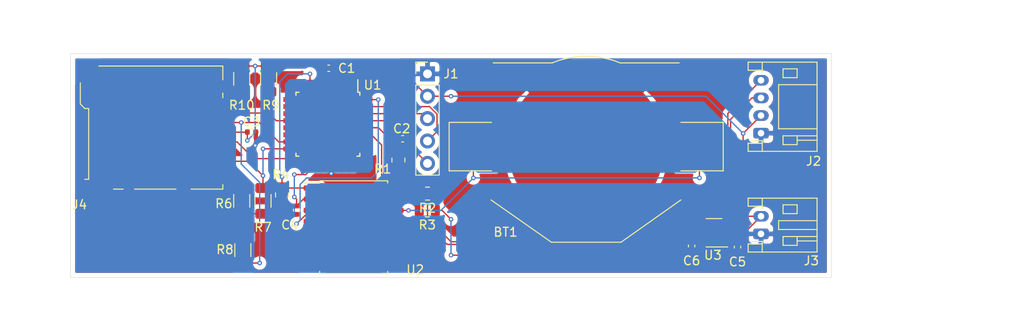
<source format=kicad_pcb>
(kicad_pcb (version 20171130) (host pcbnew "(5.1.9)-1")

  (general
    (thickness 1.6002)
    (drawings 4)
    (tracks 192)
    (zones 0)
    (modules 23)
    (nets 36)
  )

  (page A4)
  (layers
    (0 F.Cu signal)
    (31 B.Cu signal)
    (32 B.Adhes user)
    (33 F.Adhes user)
    (34 B.Paste user)
    (35 F.Paste user)
    (36 B.SilkS user)
    (37 F.SilkS user)
    (38 B.Mask user)
    (39 F.Mask user)
    (40 Dwgs.User user)
    (41 Cmts.User user)
    (42 Eco1.User user)
    (43 Eco2.User user)
    (44 Edge.Cuts user)
    (45 Margin user)
    (46 B.CrtYd user)
    (47 F.CrtYd user)
    (48 B.Fab user)
    (49 F.Fab user)
  )

  (setup
    (last_trace_width 0.1524)
    (trace_clearance 0.1524)
    (zone_clearance 0.508)
    (zone_45_only no)
    (trace_min 0.1524)
    (via_size 0.508)
    (via_drill 0.254)
    (via_min_size 0.508)
    (via_min_drill 0.254)
    (uvia_size 0.3)
    (uvia_drill 0.1)
    (uvias_allowed no)
    (uvia_min_size 0.2)
    (uvia_min_drill 0.1)
    (edge_width 0.05)
    (segment_width 0.2)
    (pcb_text_width 0.3)
    (pcb_text_size 1.5 1.5)
    (mod_edge_width 0.12)
    (mod_text_size 1 1)
    (mod_text_width 0.15)
    (pad_size 1.3 1.5)
    (pad_drill 0)
    (pad_to_mask_clearance 0.0508)
    (aux_axis_origin 0 0)
    (visible_elements 7FFFFFFF)
    (pcbplotparams
      (layerselection 0x010fc_ffffffff)
      (usegerberextensions false)
      (usegerberattributes true)
      (usegerberadvancedattributes true)
      (creategerberjobfile true)
      (excludeedgelayer true)
      (linewidth 0.100000)
      (plotframeref false)
      (viasonmask false)
      (mode 1)
      (useauxorigin false)
      (hpglpennumber 1)
      (hpglpenspeed 20)
      (hpglpendiameter 15.000000)
      (psnegative false)
      (psa4output false)
      (plotreference true)
      (plotvalue true)
      (plotinvisibletext false)
      (padsonsilk false)
      (subtractmaskfromsilk false)
      (outputformat 1)
      (mirror false)
      (drillshape 1)
      (scaleselection 1)
      (outputdirectory ""))
  )

  (net 0 "")
  (net 1 "Net-(BT1-Pad1)")
  (net 2 GND)
  (net 3 VCC)
  (net 4 "Net-(C2-Pad1)")
  (net 5 MCU_RX)
  (net 6 MCU_TX)
  (net 7 SDA)
  (net 8 SCL)
  (net 9 "Net-(J4-Pad8)")
  (net 10 MISO)
  (net 11 SCK)
  (net 12 MOSI)
  (net 13 CS)
  (net 14 "Net-(J4-Pad1)")
  (net 15 32KHz)
  (net 16 ~INT)
  (net 17 "Net-(U1-Pad1)")
  (net 18 "Net-(U1-Pad2)")
  (net 19 "Net-(U1-Pad8)")
  (net 20 "Net-(U1-Pad9)")
  (net 21 "Net-(U1-Pad10)")
  (net 22 "Net-(U1-Pad11)")
  (net 23 "Net-(U1-Pad13)")
  (net 24 "Net-(U1-Pad14)")
  (net 25 "Net-(U1-Pad19)")
  (net 26 "Net-(U1-Pad20)")
  (net 27 "Net-(U1-Pad22)")
  (net 28 "Net-(U1-Pad23)")
  (net 29 "Net-(U1-Pad24)")
  (net 30 "Net-(U1-Pad25)")
  (net 31 "Net-(U1-Pad26)")
  (net 32 "Net-(U2-Pad4)")
  (net 33 "Net-(U3-Pad4)")
  (net 34 +3V8)
  (net 35 ~RESET)

  (net_class Default "This is the default net class."
    (clearance 0.1524)
    (trace_width 0.1524)
    (via_dia 0.508)
    (via_drill 0.254)
    (uvia_dia 0.3)
    (uvia_drill 0.1)
    (add_net +3V8)
    (add_net 32KHz)
    (add_net CS)
    (add_net GND)
    (add_net MCU_RX)
    (add_net MCU_TX)
    (add_net MISO)
    (add_net MOSI)
    (add_net "Net-(BT1-Pad1)")
    (add_net "Net-(C2-Pad1)")
    (add_net "Net-(J4-Pad1)")
    (add_net "Net-(J4-Pad8)")
    (add_net "Net-(U1-Pad1)")
    (add_net "Net-(U1-Pad10)")
    (add_net "Net-(U1-Pad11)")
    (add_net "Net-(U1-Pad13)")
    (add_net "Net-(U1-Pad14)")
    (add_net "Net-(U1-Pad19)")
    (add_net "Net-(U1-Pad2)")
    (add_net "Net-(U1-Pad20)")
    (add_net "Net-(U1-Pad22)")
    (add_net "Net-(U1-Pad23)")
    (add_net "Net-(U1-Pad24)")
    (add_net "Net-(U1-Pad25)")
    (add_net "Net-(U1-Pad26)")
    (add_net "Net-(U1-Pad8)")
    (add_net "Net-(U1-Pad9)")
    (add_net "Net-(U2-Pad4)")
    (add_net "Net-(U3-Pad4)")
    (add_net SCK)
    (add_net SCL)
    (add_net SDA)
    (add_net VCC)
    (add_net ~INT)
    (add_net ~RESET)
  )

  (module Battery:BatteryHolder_Keystone_3002_1x2032 (layer F.Cu) (tedit 5D9C7E9A) (tstamp 60ABEADF)
    (at 134.72 86.741)
    (descr https://www.tme.eu/it/Document/a823211ec201a9e209042d155fe22d2b/KEYS2996.pdf)
    (tags "BR2016 CR2016 DL2016 BR2020 CL2020 BR2025 CR2025 DL2025 DR2032 CR2032 DL2032")
    (path /60B3AB8D)
    (attr smd)
    (fp_text reference BT1 (at -9.15 9.7) (layer F.SilkS)
      (effects (font (size 1 1) (thickness 0.15)))
    )
    (fp_text value Battery_Cell (at 0 -11) (layer F.Fab)
      (effects (font (size 1 1) (thickness 0.15)))
    )
    (fp_line (start -15.35 -2.55) (end -15.35 2.55) (layer F.Fab) (width 0.1))
    (fp_line (start -15.35 2.55) (end -10.55 2.55) (layer F.Fab) (width 0.1))
    (fp_line (start -15.35 -2.55) (end -10.55 -2.55) (layer F.Fab) (width 0.1))
    (fp_line (start -10.55 2.55) (end -10.55 5.85) (layer F.Fab) (width 0.1))
    (fp_line (start 10.55 2.55) (end 10.55 5.9) (layer F.Fab) (width 0.1))
    (fp_line (start -3.8 10.6) (end 3.8 10.6) (layer F.Fab) (width 0.1))
    (fp_line (start 10.55 2.55) (end 15.35 2.55) (layer F.Fab) (width 0.1))
    (fp_line (start 15.35 2.55) (end 15.35 -2.55) (layer F.Fab) (width 0.1))
    (fp_line (start 15.35 -2.55) (end 10.55 -2.55) (layer F.Fab) (width 0.1))
    (fp_line (start 10.55 -2.55) (end 10.55 -9.3) (layer F.Fab) (width 0.1))
    (fp_line (start 10.55 -9.3) (end -10.55 -9.3) (layer F.Fab) (width 0.1))
    (fp_line (start -10.55 -2.55) (end -10.55 -9.3) (layer F.Fab) (width 0.1))
    (fp_line (start -10.55 5.85) (end -3.8 10.6) (layer F.Fab) (width 0.1))
    (fp_line (start -10.8 6.05) (end -3.95 10.85) (layer F.SilkS) (width 0.12))
    (fp_line (start -3.95 10.85) (end 3.95 10.85) (layer F.SilkS) (width 0.12))
    (fp_line (start 3.95 10.85) (end 10.75 6.05) (layer F.SilkS) (width 0.12))
    (fp_line (start 10.55 5.9) (end 3.8 10.6) (layer F.Fab) (width 0.1))
    (fp_circle (center 0 0) (end 10 0) (layer Dwgs.User) (width 0.2))
    (fp_line (start -10.55 -9.5) (end -3.85 -9.5) (layer F.SilkS) (width 0.12))
    (fp_line (start 10.55 -9.5) (end 3.85 -9.5) (layer F.SilkS) (width 0.12))
    (fp_line (start -15.85 -3.05) (end -11.05 -3.05) (layer F.CrtYd) (width 0.05))
    (fp_line (start -11.05 -3.05) (end -11.05 -9.8) (layer F.CrtYd) (width 0.05))
    (fp_line (start -11.05 -9.8) (end -3.9 -9.8) (layer F.CrtYd) (width 0.05))
    (fp_line (start 11.05 -9.8) (end 3.9 -9.8) (layer F.CrtYd) (width 0.05))
    (fp_line (start 11.05 -9.8) (end 11.05 -3.05) (layer F.CrtYd) (width 0.05))
    (fp_line (start 11.05 -3.05) (end 15.85 -3.05) (layer F.CrtYd) (width 0.05))
    (fp_line (start 15.85 -3.05) (end 15.85 3.05) (layer F.CrtYd) (width 0.05))
    (fp_line (start 15.85 3.05) (end 11.05 3.05) (layer F.CrtYd) (width 0.05))
    (fp_line (start 11.05 3.05) (end 11.05 6.35) (layer F.CrtYd) (width 0.05))
    (fp_line (start 11.05 6.35) (end 4.3 11.1) (layer F.CrtYd) (width 0.05))
    (fp_line (start 4.3 11.1) (end -4.3 11.1) (layer F.CrtYd) (width 0.05))
    (fp_line (start -4.3 11.1) (end -11.05 6.35) (layer F.CrtYd) (width 0.05))
    (fp_line (start -11.05 6.35) (end -11.05 3.05) (layer F.CrtYd) (width 0.05))
    (fp_line (start -11.05 3.05) (end -15.85 3.05) (layer F.CrtYd) (width 0.05))
    (fp_line (start -15.85 3.05) (end -15.85 -3.05) (layer F.CrtYd) (width 0.05))
    (fp_line (start -10.75 -2.75) (end -15.55 -2.75) (layer F.SilkS) (width 0.12))
    (fp_line (start -15.55 -2.75) (end -15.55 2.75) (layer F.SilkS) (width 0.12))
    (fp_line (start -15.55 2.75) (end -10.75 2.75) (layer F.SilkS) (width 0.12))
    (fp_line (start 10.75 2.75) (end 15.55 2.75) (layer F.SilkS) (width 0.12))
    (fp_line (start 15.55 2.75) (end 15.55 -2.75) (layer F.SilkS) (width 0.12))
    (fp_line (start 15.55 -2.75) (end 10.75 -2.75) (layer F.SilkS) (width 0.12))
    (fp_text user %R (at -9.15 9.7) (layer F.Fab)
      (effects (font (size 1 1) (thickness 0.15)))
    )
    (fp_arc (start 0 0) (end 3.9 -9.8) (angle -43.40107348) (layer F.CrtYd) (width 0.05))
    (fp_arc (start 0 0) (end 3.85 -9.5) (angle -44.1) (layer F.SilkS) (width 0.12))
    (pad 1 smd rect (at 12.8 0) (size 5.1 5.1) (layers F.Cu F.Paste F.Mask)
      (net 1 "Net-(BT1-Pad1)"))
    (pad 1 smd rect (at -12.8 0) (size 5.1 5.1) (layers F.Cu F.Paste F.Mask)
      (net 1 "Net-(BT1-Pad1)"))
    (pad 2 smd circle (at 0 0) (size 17.8 17.8) (layers F.Cu F.Mask)
      (net 2 GND))
    (model ${KISYS3DMOD}/Battery.3dshapes/BatteryHolder_Keystone_3002_1x2032.wrl
      (at (xyz 0 0 0))
      (scale (xyz 1 1 1))
      (rotate (xyz 0 0 0))
    )
  )

  (module Capacitor_SMD:C_0402_1005Metric (layer F.Cu) (tedit 5F68FEEE) (tstamp 60ABEB34)
    (at 151.892 98.143 270)
    (descr "Capacitor SMD 0402 (1005 Metric), square (rectangular) end terminal, IPC_7351 nominal, (Body size source: IPC-SM-782 page 76, https://www.pcb-3d.com/wordpress/wp-content/uploads/ipc-sm-782a_amendment_1_and_2.pdf), generated with kicad-footprint-generator")
    (tags capacitor)
    (path /60A8F981)
    (attr smd)
    (fp_text reference C5 (at 1.679 0 180) (layer F.SilkS)
      (effects (font (size 1 1) (thickness 0.15)))
    )
    (fp_text value 1uF (at 0 1.16 90) (layer F.Fab)
      (effects (font (size 1 1) (thickness 0.15)))
    )
    (fp_text user %R (at 0 0 90) (layer F.Fab)
      (effects (font (size 0.25 0.25) (thickness 0.04)))
    )
    (fp_line (start -0.5 0.25) (end -0.5 -0.25) (layer F.Fab) (width 0.1))
    (fp_line (start -0.5 -0.25) (end 0.5 -0.25) (layer F.Fab) (width 0.1))
    (fp_line (start 0.5 -0.25) (end 0.5 0.25) (layer F.Fab) (width 0.1))
    (fp_line (start 0.5 0.25) (end -0.5 0.25) (layer F.Fab) (width 0.1))
    (fp_line (start -0.107836 -0.36) (end 0.107836 -0.36) (layer F.SilkS) (width 0.12))
    (fp_line (start -0.107836 0.36) (end 0.107836 0.36) (layer F.SilkS) (width 0.12))
    (fp_line (start -0.91 0.46) (end -0.91 -0.46) (layer F.CrtYd) (width 0.05))
    (fp_line (start -0.91 -0.46) (end 0.91 -0.46) (layer F.CrtYd) (width 0.05))
    (fp_line (start 0.91 -0.46) (end 0.91 0.46) (layer F.CrtYd) (width 0.05))
    (fp_line (start 0.91 0.46) (end -0.91 0.46) (layer F.CrtYd) (width 0.05))
    (pad 2 smd roundrect (at 0.48 0 270) (size 0.56 0.62) (layers F.Cu F.Paste F.Mask) (roundrect_rratio 0.25)
      (net 2 GND))
    (pad 1 smd roundrect (at -0.48 0 270) (size 0.56 0.62) (layers F.Cu F.Paste F.Mask) (roundrect_rratio 0.25)
      (net 34 +3V8))
    (model ${KISYS3DMOD}/Capacitor_SMD.3dshapes/C_0402_1005Metric.wrl
      (at (xyz 0 0 0))
      (scale (xyz 1 1 1))
      (rotate (xyz 0 0 0))
    )
  )

  (module Capacitor_SMD:C_0402_1005Metric (layer F.Cu) (tedit 5F68FEEE) (tstamp 60ABEB45)
    (at 146.685 98.016 270)
    (descr "Capacitor SMD 0402 (1005 Metric), square (rectangular) end terminal, IPC_7351 nominal, (Body size source: IPC-SM-782 page 76, https://www.pcb-3d.com/wordpress/wp-content/uploads/ipc-sm-782a_amendment_1_and_2.pdf), generated with kicad-footprint-generator")
    (tags capacitor)
    (path /60AA5620)
    (attr smd)
    (fp_text reference C6 (at 1.679 0 180) (layer F.SilkS)
      (effects (font (size 1 1) (thickness 0.15)))
    )
    (fp_text value 1uF (at 0 1.16 90) (layer F.Fab)
      (effects (font (size 1 1) (thickness 0.15)))
    )
    (fp_line (start 0.91 0.46) (end -0.91 0.46) (layer F.CrtYd) (width 0.05))
    (fp_line (start 0.91 -0.46) (end 0.91 0.46) (layer F.CrtYd) (width 0.05))
    (fp_line (start -0.91 -0.46) (end 0.91 -0.46) (layer F.CrtYd) (width 0.05))
    (fp_line (start -0.91 0.46) (end -0.91 -0.46) (layer F.CrtYd) (width 0.05))
    (fp_line (start -0.107836 0.36) (end 0.107836 0.36) (layer F.SilkS) (width 0.12))
    (fp_line (start -0.107836 -0.36) (end 0.107836 -0.36) (layer F.SilkS) (width 0.12))
    (fp_line (start 0.5 0.25) (end -0.5 0.25) (layer F.Fab) (width 0.1))
    (fp_line (start 0.5 -0.25) (end 0.5 0.25) (layer F.Fab) (width 0.1))
    (fp_line (start -0.5 -0.25) (end 0.5 -0.25) (layer F.Fab) (width 0.1))
    (fp_line (start -0.5 0.25) (end -0.5 -0.25) (layer F.Fab) (width 0.1))
    (fp_text user %R (at 0 0 90) (layer F.Fab)
      (effects (font (size 0.25 0.25) (thickness 0.04)))
    )
    (pad 1 smd roundrect (at -0.48 0 270) (size 0.56 0.62) (layers F.Cu F.Paste F.Mask) (roundrect_rratio 0.25)
      (net 3 VCC))
    (pad 2 smd roundrect (at 0.48 0 270) (size 0.56 0.62) (layers F.Cu F.Paste F.Mask) (roundrect_rratio 0.25)
      (net 2 GND))
    (model ${KISYS3DMOD}/Capacitor_SMD.3dshapes/C_0402_1005Metric.wrl
      (at (xyz 0 0 0))
      (scale (xyz 1 1 1))
      (rotate (xyz 0 0 0))
    )
  )

  (module Connector_PinHeader_2.54mm:PinHeader_1x05_P2.54mm_Vertical (layer F.Cu) (tedit 59FED5CC) (tstamp 60ABEB5E)
    (at 116.713 78.486)
    (descr "Through hole straight pin header, 1x05, 2.54mm pitch, single row")
    (tags "Through hole pin header THT 1x05 2.54mm single row")
    (path /60AB63EE)
    (fp_text reference J1 (at 2.667 0) (layer F.SilkS)
      (effects (font (size 1 1) (thickness 0.15)))
    )
    (fp_text value Conn_01x05_Male (at 0 12.49) (layer F.Fab)
      (effects (font (size 1 1) (thickness 0.15)))
    )
    (fp_line (start 1.8 -1.8) (end -1.8 -1.8) (layer F.CrtYd) (width 0.05))
    (fp_line (start 1.8 11.95) (end 1.8 -1.8) (layer F.CrtYd) (width 0.05))
    (fp_line (start -1.8 11.95) (end 1.8 11.95) (layer F.CrtYd) (width 0.05))
    (fp_line (start -1.8 -1.8) (end -1.8 11.95) (layer F.CrtYd) (width 0.05))
    (fp_line (start -1.33 -1.33) (end 0 -1.33) (layer F.SilkS) (width 0.12))
    (fp_line (start -1.33 0) (end -1.33 -1.33) (layer F.SilkS) (width 0.12))
    (fp_line (start -1.33 1.27) (end 1.33 1.27) (layer F.SilkS) (width 0.12))
    (fp_line (start 1.33 1.27) (end 1.33 11.49) (layer F.SilkS) (width 0.12))
    (fp_line (start -1.33 1.27) (end -1.33 11.49) (layer F.SilkS) (width 0.12))
    (fp_line (start -1.33 11.49) (end 1.33 11.49) (layer F.SilkS) (width 0.12))
    (fp_line (start -1.27 -0.635) (end -0.635 -1.27) (layer F.Fab) (width 0.1))
    (fp_line (start -1.27 11.43) (end -1.27 -0.635) (layer F.Fab) (width 0.1))
    (fp_line (start 1.27 11.43) (end -1.27 11.43) (layer F.Fab) (width 0.1))
    (fp_line (start 1.27 -1.27) (end 1.27 11.43) (layer F.Fab) (width 0.1))
    (fp_line (start -0.635 -1.27) (end 1.27 -1.27) (layer F.Fab) (width 0.1))
    (fp_text user %R (at 0 5.08 90) (layer F.Fab)
      (effects (font (size 1 1) (thickness 0.15)))
    )
    (pad 1 thru_hole rect (at 0 0) (size 1.7 1.7) (drill 1) (layers *.Cu *.Mask)
      (net 2 GND))
    (pad 2 thru_hole oval (at 0 2.54) (size 1.7 1.7) (drill 1) (layers *.Cu *.Mask)
      (net 3 VCC))
    (pad 3 thru_hole oval (at 0 5.08) (size 1.7 1.7) (drill 1) (layers *.Cu *.Mask)
      (net 5 MCU_RX))
    (pad 4 thru_hole oval (at 0 7.62) (size 1.7 1.7) (drill 1) (layers *.Cu *.Mask)
      (net 6 MCU_TX))
    (pad 5 thru_hole oval (at 0 10.16) (size 1.7 1.7) (drill 1) (layers *.Cu *.Mask)
      (net 4 "Net-(C2-Pad1)"))
    (model ${KISYS3DMOD}/Connector_PinHeader_2.54mm.3dshapes/PinHeader_1x05_P2.54mm_Vertical.wrl
      (at (xyz 0 0 0))
      (scale (xyz 1 1 1))
      (rotate (xyz 0 0 0))
    )
  )

  (module Connector_JST:JST_PH_S2B-PH-K_1x02_P2.00mm_Horizontal (layer F.Cu) (tedit 5B7745C6) (tstamp 60ABEBBF)
    (at 154.559 96.647 90)
    (descr "JST PH series connector, S2B-PH-K (http://www.jst-mfg.com/product/pdf/eng/ePH.pdf), generated with kicad-footprint-generator")
    (tags "connector JST PH top entry")
    (path /60ABF949)
    (fp_text reference J3 (at -3.048 5.715 180) (layer F.SilkS)
      (effects (font (size 1 1) (thickness 0.15)))
    )
    (fp_text value JST_PowerPlug (at 1 7.45 90) (layer F.Fab)
      (effects (font (size 1 1) (thickness 0.15)))
    )
    (fp_line (start 0.5 1.375) (end 0 0.875) (layer F.Fab) (width 0.1))
    (fp_line (start -0.5 1.375) (end 0.5 1.375) (layer F.Fab) (width 0.1))
    (fp_line (start 0 0.875) (end -0.5 1.375) (layer F.Fab) (width 0.1))
    (fp_line (start -0.86 0.14) (end -0.86 -1.075) (layer F.SilkS) (width 0.12))
    (fp_line (start 3.25 0.25) (end -1.25 0.25) (layer F.Fab) (width 0.1))
    (fp_line (start 3.25 -1.35) (end 3.25 0.25) (layer F.Fab) (width 0.1))
    (fp_line (start 3.95 -1.35) (end 3.25 -1.35) (layer F.Fab) (width 0.1))
    (fp_line (start 3.95 6.25) (end 3.95 -1.35) (layer F.Fab) (width 0.1))
    (fp_line (start -1.95 6.25) (end 3.95 6.25) (layer F.Fab) (width 0.1))
    (fp_line (start -1.95 -1.35) (end -1.95 6.25) (layer F.Fab) (width 0.1))
    (fp_line (start -1.25 -1.35) (end -1.95 -1.35) (layer F.Fab) (width 0.1))
    (fp_line (start -1.25 0.25) (end -1.25 -1.35) (layer F.Fab) (width 0.1))
    (fp_line (start 4.45 -1.85) (end -2.45 -1.85) (layer F.CrtYd) (width 0.05))
    (fp_line (start 4.45 6.75) (end 4.45 -1.85) (layer F.CrtYd) (width 0.05))
    (fp_line (start -2.45 6.75) (end 4.45 6.75) (layer F.CrtYd) (width 0.05))
    (fp_line (start -2.45 -1.85) (end -2.45 6.75) (layer F.CrtYd) (width 0.05))
    (fp_line (start -0.8 4.1) (end -0.8 6.36) (layer F.SilkS) (width 0.12))
    (fp_line (start -0.3 4.1) (end -0.3 6.36) (layer F.SilkS) (width 0.12))
    (fp_line (start 2.3 2.5) (end 3.3 2.5) (layer F.SilkS) (width 0.12))
    (fp_line (start 2.3 4.1) (end 2.3 2.5) (layer F.SilkS) (width 0.12))
    (fp_line (start 3.3 4.1) (end 2.3 4.1) (layer F.SilkS) (width 0.12))
    (fp_line (start 3.3 2.5) (end 3.3 4.1) (layer F.SilkS) (width 0.12))
    (fp_line (start -0.3 2.5) (end -1.3 2.5) (layer F.SilkS) (width 0.12))
    (fp_line (start -0.3 4.1) (end -0.3 2.5) (layer F.SilkS) (width 0.12))
    (fp_line (start -1.3 4.1) (end -0.3 4.1) (layer F.SilkS) (width 0.12))
    (fp_line (start -1.3 2.5) (end -1.3 4.1) (layer F.SilkS) (width 0.12))
    (fp_line (start 4.06 0.14) (end 3.14 0.14) (layer F.SilkS) (width 0.12))
    (fp_line (start -2.06 0.14) (end -1.14 0.14) (layer F.SilkS) (width 0.12))
    (fp_line (start 1.5 2) (end 1.5 6.36) (layer F.SilkS) (width 0.12))
    (fp_line (start 0.5 2) (end 1.5 2) (layer F.SilkS) (width 0.12))
    (fp_line (start 0.5 6.36) (end 0.5 2) (layer F.SilkS) (width 0.12))
    (fp_line (start 3.14 0.14) (end 2.86 0.14) (layer F.SilkS) (width 0.12))
    (fp_line (start 3.14 -1.46) (end 3.14 0.14) (layer F.SilkS) (width 0.12))
    (fp_line (start 4.06 -1.46) (end 3.14 -1.46) (layer F.SilkS) (width 0.12))
    (fp_line (start 4.06 6.36) (end 4.06 -1.46) (layer F.SilkS) (width 0.12))
    (fp_line (start -2.06 6.36) (end 4.06 6.36) (layer F.SilkS) (width 0.12))
    (fp_line (start -2.06 -1.46) (end -2.06 6.36) (layer F.SilkS) (width 0.12))
    (fp_line (start -1.14 -1.46) (end -2.06 -1.46) (layer F.SilkS) (width 0.12))
    (fp_line (start -1.14 0.14) (end -1.14 -1.46) (layer F.SilkS) (width 0.12))
    (fp_line (start -0.86 0.14) (end -1.14 0.14) (layer F.SilkS) (width 0.12))
    (fp_text user %R (at 1 2.5 90) (layer F.Fab)
      (effects (font (size 1 1) (thickness 0.15)))
    )
    (pad 1 thru_hole roundrect (at 0 0 90) (size 1.2 1.75) (drill 0.75) (layers *.Cu *.Mask) (roundrect_rratio 0.208333)
      (net 2 GND))
    (pad 2 thru_hole oval (at 2 0 90) (size 1.2 1.75) (drill 0.75) (layers *.Cu *.Mask)
      (net 34 +3V8))
    (model ${KISYS3DMOD}/Connector_JST.3dshapes/JST_PH_S2B-PH-K_1x02_P2.00mm_Horizontal.wrl
      (at (xyz 0 0 0))
      (scale (xyz 1 1 1))
      (rotate (xyz 0 0 0))
    )
  )

  (module Resistor_SMD:R_0805_2012Metric (layer F.Cu) (tedit 5F68FEEE) (tstamp 60ABEC23)
    (at 113.411 88.265 90)
    (descr "Resistor SMD 0805 (2012 Metric), square (rectangular) end terminal, IPC_7351 nominal, (Body size source: IPC-SM-782 page 72, https://www.pcb-3d.com/wordpress/wp-content/uploads/ipc-sm-782a_amendment_1_and_2.pdf), generated with kicad-footprint-generator")
    (tags resistor)
    (path /609CA86F)
    (attr smd)
    (fp_text reference R1 (at -1.016 -1.778 180) (layer F.SilkS)
      (effects (font (size 1 1) (thickness 0.15)))
    )
    (fp_text value 10K (at 0 1.65 90) (layer F.Fab)
      (effects (font (size 1 1) (thickness 0.15)))
    )
    (fp_line (start 1.68 0.95) (end -1.68 0.95) (layer F.CrtYd) (width 0.05))
    (fp_line (start 1.68 -0.95) (end 1.68 0.95) (layer F.CrtYd) (width 0.05))
    (fp_line (start -1.68 -0.95) (end 1.68 -0.95) (layer F.CrtYd) (width 0.05))
    (fp_line (start -1.68 0.95) (end -1.68 -0.95) (layer F.CrtYd) (width 0.05))
    (fp_line (start -0.227064 0.735) (end 0.227064 0.735) (layer F.SilkS) (width 0.12))
    (fp_line (start -0.227064 -0.735) (end 0.227064 -0.735) (layer F.SilkS) (width 0.12))
    (fp_line (start 1 0.625) (end -1 0.625) (layer F.Fab) (width 0.1))
    (fp_line (start 1 -0.625) (end 1 0.625) (layer F.Fab) (width 0.1))
    (fp_line (start -1 -0.625) (end 1 -0.625) (layer F.Fab) (width 0.1))
    (fp_line (start -1 0.625) (end -1 -0.625) (layer F.Fab) (width 0.1))
    (fp_text user %R (at 0 0 90) (layer F.Fab)
      (effects (font (size 0.5 0.5) (thickness 0.08)))
    )
    (pad 1 smd roundrect (at -0.9125 0 90) (size 1.025 1.4) (layers F.Cu F.Paste F.Mask) (roundrect_rratio 0.243902)
      (net 3 VCC))
    (pad 2 smd roundrect (at 0.9125 0 90) (size 1.025 1.4) (layers F.Cu F.Paste F.Mask) (roundrect_rratio 0.243902)
      (net 35 ~RESET))
    (model ${KISYS3DMOD}/Resistor_SMD.3dshapes/R_0805_2012Metric.wrl
      (at (xyz 0 0 0))
      (scale (xyz 1 1 1))
      (rotate (xyz 0 0 0))
    )
  )

  (module Resistor_SMD:R_0805_2012Metric (layer F.Cu) (tedit 5F68FEEE) (tstamp 60ABEC34)
    (at 116.713 92.075 180)
    (descr "Resistor SMD 0805 (2012 Metric), square (rectangular) end terminal, IPC_7351 nominal, (Body size source: IPC-SM-782 page 72, https://www.pcb-3d.com/wordpress/wp-content/uploads/ipc-sm-782a_amendment_1_and_2.pdf), generated with kicad-footprint-generator")
    (tags resistor)
    (path /60AE9895)
    (attr smd)
    (fp_text reference R2 (at 0 -1.65) (layer F.SilkS)
      (effects (font (size 1 1) (thickness 0.15)))
    )
    (fp_text value 10K (at 0 1.65) (layer F.Fab)
      (effects (font (size 1 1) (thickness 0.15)))
    )
    (fp_line (start 1.68 0.95) (end -1.68 0.95) (layer F.CrtYd) (width 0.05))
    (fp_line (start 1.68 -0.95) (end 1.68 0.95) (layer F.CrtYd) (width 0.05))
    (fp_line (start -1.68 -0.95) (end 1.68 -0.95) (layer F.CrtYd) (width 0.05))
    (fp_line (start -1.68 0.95) (end -1.68 -0.95) (layer F.CrtYd) (width 0.05))
    (fp_line (start -0.227064 0.735) (end 0.227064 0.735) (layer F.SilkS) (width 0.12))
    (fp_line (start -0.227064 -0.735) (end 0.227064 -0.735) (layer F.SilkS) (width 0.12))
    (fp_line (start 1 0.625) (end -1 0.625) (layer F.Fab) (width 0.1))
    (fp_line (start 1 -0.625) (end 1 0.625) (layer F.Fab) (width 0.1))
    (fp_line (start -1 -0.625) (end 1 -0.625) (layer F.Fab) (width 0.1))
    (fp_line (start -1 0.625) (end -1 -0.625) (layer F.Fab) (width 0.1))
    (fp_text user %R (at 0 0) (layer F.Fab)
      (effects (font (size 0.5 0.5) (thickness 0.08)))
    )
    (pad 1 smd roundrect (at -0.9125 0 180) (size 1.025 1.4) (layers F.Cu F.Paste F.Mask) (roundrect_rratio 0.243902)
      (net 3 VCC))
    (pad 2 smd roundrect (at 0.9125 0 180) (size 1.025 1.4) (layers F.Cu F.Paste F.Mask) (roundrect_rratio 0.243902)
      (net 8 SCL))
    (model ${KISYS3DMOD}/Resistor_SMD.3dshapes/R_0805_2012Metric.wrl
      (at (xyz 0 0 0))
      (scale (xyz 1 1 1))
      (rotate (xyz 0 0 0))
    )
  )

  (module Resistor_SMD:R_0805_2012Metric (layer F.Cu) (tedit 5F68FEEE) (tstamp 60ABEC45)
    (at 116.6895 93.98 180)
    (descr "Resistor SMD 0805 (2012 Metric), square (rectangular) end terminal, IPC_7351 nominal, (Body size source: IPC-SM-782 page 72, https://www.pcb-3d.com/wordpress/wp-content/uploads/ipc-sm-782a_amendment_1_and_2.pdf), generated with kicad-footprint-generator")
    (tags resistor)
    (path /60AEB2BB)
    (attr smd)
    (fp_text reference R3 (at 0 -1.65) (layer F.SilkS)
      (effects (font (size 1 1) (thickness 0.15)))
    )
    (fp_text value 10K (at 0 1.65) (layer F.Fab)
      (effects (font (size 1 1) (thickness 0.15)))
    )
    (fp_text user %R (at 0 0) (layer F.Fab)
      (effects (font (size 0.5 0.5) (thickness 0.08)))
    )
    (fp_line (start -1 0.625) (end -1 -0.625) (layer F.Fab) (width 0.1))
    (fp_line (start -1 -0.625) (end 1 -0.625) (layer F.Fab) (width 0.1))
    (fp_line (start 1 -0.625) (end 1 0.625) (layer F.Fab) (width 0.1))
    (fp_line (start 1 0.625) (end -1 0.625) (layer F.Fab) (width 0.1))
    (fp_line (start -0.227064 -0.735) (end 0.227064 -0.735) (layer F.SilkS) (width 0.12))
    (fp_line (start -0.227064 0.735) (end 0.227064 0.735) (layer F.SilkS) (width 0.12))
    (fp_line (start -1.68 0.95) (end -1.68 -0.95) (layer F.CrtYd) (width 0.05))
    (fp_line (start -1.68 -0.95) (end 1.68 -0.95) (layer F.CrtYd) (width 0.05))
    (fp_line (start 1.68 -0.95) (end 1.68 0.95) (layer F.CrtYd) (width 0.05))
    (fp_line (start 1.68 0.95) (end -1.68 0.95) (layer F.CrtYd) (width 0.05))
    (pad 2 smd roundrect (at 0.9125 0 180) (size 1.025 1.4) (layers F.Cu F.Paste F.Mask) (roundrect_rratio 0.243902)
      (net 7 SDA))
    (pad 1 smd roundrect (at -0.9125 0 180) (size 1.025 1.4) (layers F.Cu F.Paste F.Mask) (roundrect_rratio 0.243902)
      (net 3 VCC))
    (model ${KISYS3DMOD}/Resistor_SMD.3dshapes/R_0805_2012Metric.wrl
      (at (xyz 0 0 0))
      (scale (xyz 1 1 1))
      (rotate (xyz 0 0 0))
    )
  )

  (module Resistor_SMD:R_0805_2012Metric (layer F.Cu) (tedit 5F68FEEE) (tstamp 60ABEC56)
    (at 100.203 92.2255 270)
    (descr "Resistor SMD 0805 (2012 Metric), square (rectangular) end terminal, IPC_7351 nominal, (Body size source: IPC-SM-782 page 72, https://www.pcb-3d.com/wordpress/wp-content/uploads/ipc-sm-782a_amendment_1_and_2.pdf), generated with kicad-footprint-generator")
    (tags resistor)
    (path /60B19CD1)
    (attr smd)
    (fp_text reference R4 (at -2.3095 0.127 180) (layer F.SilkS)
      (effects (font (size 1 1) (thickness 0.15)))
    )
    (fp_text value 10K (at 0 1.65 90) (layer F.Fab)
      (effects (font (size 1 1) (thickness 0.15)))
    )
    (fp_line (start 1.68 0.95) (end -1.68 0.95) (layer F.CrtYd) (width 0.05))
    (fp_line (start 1.68 -0.95) (end 1.68 0.95) (layer F.CrtYd) (width 0.05))
    (fp_line (start -1.68 -0.95) (end 1.68 -0.95) (layer F.CrtYd) (width 0.05))
    (fp_line (start -1.68 0.95) (end -1.68 -0.95) (layer F.CrtYd) (width 0.05))
    (fp_line (start -0.227064 0.735) (end 0.227064 0.735) (layer F.SilkS) (width 0.12))
    (fp_line (start -0.227064 -0.735) (end 0.227064 -0.735) (layer F.SilkS) (width 0.12))
    (fp_line (start 1 0.625) (end -1 0.625) (layer F.Fab) (width 0.1))
    (fp_line (start 1 -0.625) (end 1 0.625) (layer F.Fab) (width 0.1))
    (fp_line (start -1 -0.625) (end 1 -0.625) (layer F.Fab) (width 0.1))
    (fp_line (start -1 0.625) (end -1 -0.625) (layer F.Fab) (width 0.1))
    (fp_text user %R (at 0 0 90) (layer F.Fab)
      (effects (font (size 0.5 0.5) (thickness 0.08)))
    )
    (pad 1 smd roundrect (at -0.9125 0 270) (size 1.025 1.4) (layers F.Cu F.Paste F.Mask) (roundrect_rratio 0.243902)
      (net 15 32KHz))
    (pad 2 smd roundrect (at 0.9125 0 270) (size 1.025 1.4) (layers F.Cu F.Paste F.Mask) (roundrect_rratio 0.243902)
      (net 3 VCC))
    (model ${KISYS3DMOD}/Resistor_SMD.3dshapes/R_0805_2012Metric.wrl
      (at (xyz 0 0 0))
      (scale (xyz 1 1 1))
      (rotate (xyz 0 0 0))
    )
  )

  (module Resistor_SMD:R_1206_3216Metric (layer F.Cu) (tedit 5F68FEEE) (tstamp 60ABEC78)
    (at 95.631 92.9025 270)
    (descr "Resistor SMD 1206 (3216 Metric), square (rectangular) end terminal, IPC_7351 nominal, (Body size source: IPC-SM-782 page 72, https://www.pcb-3d.com/wordpress/wp-content/uploads/ipc-sm-782a_amendment_1_and_2.pdf), generated with kicad-footprint-generator")
    (tags resistor)
    (path /60B5F833)
    (attr smd)
    (fp_text reference R6 (at 0.3155 2.032 180) (layer F.SilkS)
      (effects (font (size 1 1) (thickness 0.15)))
    )
    (fp_text value 50K (at 0 1.82 90) (layer F.Fab)
      (effects (font (size 1 1) (thickness 0.15)))
    )
    (fp_line (start 2.28 1.12) (end -2.28 1.12) (layer F.CrtYd) (width 0.05))
    (fp_line (start 2.28 -1.12) (end 2.28 1.12) (layer F.CrtYd) (width 0.05))
    (fp_line (start -2.28 -1.12) (end 2.28 -1.12) (layer F.CrtYd) (width 0.05))
    (fp_line (start -2.28 1.12) (end -2.28 -1.12) (layer F.CrtYd) (width 0.05))
    (fp_line (start -0.727064 0.91) (end 0.727064 0.91) (layer F.SilkS) (width 0.12))
    (fp_line (start -0.727064 -0.91) (end 0.727064 -0.91) (layer F.SilkS) (width 0.12))
    (fp_line (start 1.6 0.8) (end -1.6 0.8) (layer F.Fab) (width 0.1))
    (fp_line (start 1.6 -0.8) (end 1.6 0.8) (layer F.Fab) (width 0.1))
    (fp_line (start -1.6 -0.8) (end 1.6 -0.8) (layer F.Fab) (width 0.1))
    (fp_line (start -1.6 0.8) (end -1.6 -0.8) (layer F.Fab) (width 0.1))
    (fp_text user %R (at 0 0 90) (layer F.Fab)
      (effects (font (size 0.8 0.8) (thickness 0.12)))
    )
    (pad 1 smd roundrect (at -1.4625 0 270) (size 1.125 1.75) (layers F.Cu F.Paste F.Mask) (roundrect_rratio 0.222222)
      (net 9 "Net-(J4-Pad8)"))
    (pad 2 smd roundrect (at 1.4625 0 270) (size 1.125 1.75) (layers F.Cu F.Paste F.Mask) (roundrect_rratio 0.222222)
      (net 3 VCC))
    (model ${KISYS3DMOD}/Resistor_SMD.3dshapes/R_1206_3216Metric.wrl
      (at (xyz 0 0 0))
      (scale (xyz 1 1 1))
      (rotate (xyz 0 0 0))
    )
  )

  (module Resistor_SMD:R_1206_3216Metric (layer F.Cu) (tedit 5F68FEEE) (tstamp 60ABEC89)
    (at 98.044 92.9025 270)
    (descr "Resistor SMD 1206 (3216 Metric), square (rectangular) end terminal, IPC_7351 nominal, (Body size source: IPC-SM-782 page 72, https://www.pcb-3d.com/wordpress/wp-content/uploads/ipc-sm-782a_amendment_1_and_2.pdf), generated with kicad-footprint-generator")
    (tags resistor)
    (path /60B5F4AF)
    (attr smd)
    (fp_text reference R7 (at 2.9825 0 180) (layer F.SilkS)
      (effects (font (size 1 1) (thickness 0.15)))
    )
    (fp_text value 50K (at 0 1.82 90) (layer F.Fab)
      (effects (font (size 1 1) (thickness 0.15)))
    )
    (fp_text user %R (at 0 0 90) (layer F.Fab)
      (effects (font (size 0.8 0.8) (thickness 0.12)))
    )
    (fp_line (start -1.6 0.8) (end -1.6 -0.8) (layer F.Fab) (width 0.1))
    (fp_line (start -1.6 -0.8) (end 1.6 -0.8) (layer F.Fab) (width 0.1))
    (fp_line (start 1.6 -0.8) (end 1.6 0.8) (layer F.Fab) (width 0.1))
    (fp_line (start 1.6 0.8) (end -1.6 0.8) (layer F.Fab) (width 0.1))
    (fp_line (start -0.727064 -0.91) (end 0.727064 -0.91) (layer F.SilkS) (width 0.12))
    (fp_line (start -0.727064 0.91) (end 0.727064 0.91) (layer F.SilkS) (width 0.12))
    (fp_line (start -2.28 1.12) (end -2.28 -1.12) (layer F.CrtYd) (width 0.05))
    (fp_line (start -2.28 -1.12) (end 2.28 -1.12) (layer F.CrtYd) (width 0.05))
    (fp_line (start 2.28 -1.12) (end 2.28 1.12) (layer F.CrtYd) (width 0.05))
    (fp_line (start 2.28 1.12) (end -2.28 1.12) (layer F.CrtYd) (width 0.05))
    (pad 2 smd roundrect (at 1.4625 0 270) (size 1.125 1.75) (layers F.Cu F.Paste F.Mask) (roundrect_rratio 0.222222)
      (net 3 VCC))
    (pad 1 smd roundrect (at -1.4625 0 270) (size 1.125 1.75) (layers F.Cu F.Paste F.Mask) (roundrect_rratio 0.222222)
      (net 10 MISO))
    (model ${KISYS3DMOD}/Resistor_SMD.3dshapes/R_1206_3216Metric.wrl
      (at (xyz 0 0 0))
      (scale (xyz 1 1 1))
      (rotate (xyz 0 0 0))
    )
  )

  (module Resistor_SMD:R_1206_3216Metric (layer F.Cu) (tedit 5F68FEEE) (tstamp 60ABEC9A)
    (at 95.758 98.4905 90)
    (descr "Resistor SMD 1206 (3216 Metric), square (rectangular) end terminal, IPC_7351 nominal, (Body size source: IPC-SM-782 page 72, https://www.pcb-3d.com/wordpress/wp-content/uploads/ipc-sm-782a_amendment_1_and_2.pdf), generated with kicad-footprint-generator")
    (tags resistor)
    (path /60B5DB72)
    (attr smd)
    (fp_text reference R8 (at 0.0655 -2.032 180) (layer F.SilkS)
      (effects (font (size 1 1) (thickness 0.15)))
    )
    (fp_text value 50K (at 0 1.82 90) (layer F.Fab)
      (effects (font (size 1 1) (thickness 0.15)))
    )
    (fp_text user %R (at 0 0 90) (layer F.Fab)
      (effects (font (size 0.8 0.8) (thickness 0.12)))
    )
    (fp_line (start -1.6 0.8) (end -1.6 -0.8) (layer F.Fab) (width 0.1))
    (fp_line (start -1.6 -0.8) (end 1.6 -0.8) (layer F.Fab) (width 0.1))
    (fp_line (start 1.6 -0.8) (end 1.6 0.8) (layer F.Fab) (width 0.1))
    (fp_line (start 1.6 0.8) (end -1.6 0.8) (layer F.Fab) (width 0.1))
    (fp_line (start -0.727064 -0.91) (end 0.727064 -0.91) (layer F.SilkS) (width 0.12))
    (fp_line (start -0.727064 0.91) (end 0.727064 0.91) (layer F.SilkS) (width 0.12))
    (fp_line (start -2.28 1.12) (end -2.28 -1.12) (layer F.CrtYd) (width 0.05))
    (fp_line (start -2.28 -1.12) (end 2.28 -1.12) (layer F.CrtYd) (width 0.05))
    (fp_line (start 2.28 -1.12) (end 2.28 1.12) (layer F.CrtYd) (width 0.05))
    (fp_line (start 2.28 1.12) (end -2.28 1.12) (layer F.CrtYd) (width 0.05))
    (pad 2 smd roundrect (at 1.4625 0 90) (size 1.125 1.75) (layers F.Cu F.Paste F.Mask) (roundrect_rratio 0.222222)
      (net 3 VCC))
    (pad 1 smd roundrect (at -1.4625 0 90) (size 1.125 1.75) (layers F.Cu F.Paste F.Mask) (roundrect_rratio 0.222222)
      (net 12 MOSI))
    (model ${KISYS3DMOD}/Resistor_SMD.3dshapes/R_1206_3216Metric.wrl
      (at (xyz 0 0 0))
      (scale (xyz 1 1 1))
      (rotate (xyz 0 0 0))
    )
  )

  (module Resistor_SMD:R_1206_3216Metric (layer F.Cu) (tedit 5F68FEEE) (tstamp 60ABECAB)
    (at 98.679 79.0555 90)
    (descr "Resistor SMD 1206 (3216 Metric), square (rectangular) end terminal, IPC_7351 nominal, (Body size source: IPC-SM-782 page 72, https://www.pcb-3d.com/wordpress/wp-content/uploads/ipc-sm-782a_amendment_1_and_2.pdf), generated with kicad-footprint-generator")
    (tags resistor)
    (path /60B5C37D)
    (attr smd)
    (fp_text reference R9 (at -2.9865 0.254 180) (layer F.SilkS)
      (effects (font (size 1 1) (thickness 0.15)))
    )
    (fp_text value 50K (at 0 1.82 90) (layer F.Fab)
      (effects (font (size 1 1) (thickness 0.15)))
    )
    (fp_text user %R (at 0 0 90) (layer F.Fab)
      (effects (font (size 0.8 0.8) (thickness 0.12)))
    )
    (fp_line (start -1.6 0.8) (end -1.6 -0.8) (layer F.Fab) (width 0.1))
    (fp_line (start -1.6 -0.8) (end 1.6 -0.8) (layer F.Fab) (width 0.1))
    (fp_line (start 1.6 -0.8) (end 1.6 0.8) (layer F.Fab) (width 0.1))
    (fp_line (start 1.6 0.8) (end -1.6 0.8) (layer F.Fab) (width 0.1))
    (fp_line (start -0.727064 -0.91) (end 0.727064 -0.91) (layer F.SilkS) (width 0.12))
    (fp_line (start -0.727064 0.91) (end 0.727064 0.91) (layer F.SilkS) (width 0.12))
    (fp_line (start -2.28 1.12) (end -2.28 -1.12) (layer F.CrtYd) (width 0.05))
    (fp_line (start -2.28 -1.12) (end 2.28 -1.12) (layer F.CrtYd) (width 0.05))
    (fp_line (start 2.28 -1.12) (end 2.28 1.12) (layer F.CrtYd) (width 0.05))
    (fp_line (start 2.28 1.12) (end -2.28 1.12) (layer F.CrtYd) (width 0.05))
    (pad 2 smd roundrect (at 1.4625 0 90) (size 1.125 1.75) (layers F.Cu F.Paste F.Mask) (roundrect_rratio 0.222222)
      (net 3 VCC))
    (pad 1 smd roundrect (at -1.4625 0 90) (size 1.125 1.75) (layers F.Cu F.Paste F.Mask) (roundrect_rratio 0.222222)
      (net 13 CS))
    (model ${KISYS3DMOD}/Resistor_SMD.3dshapes/R_1206_3216Metric.wrl
      (at (xyz 0 0 0))
      (scale (xyz 1 1 1))
      (rotate (xyz 0 0 0))
    )
  )

  (module Resistor_SMD:R_1206_3216Metric (layer F.Cu) (tedit 5F68FEEE) (tstamp 60AC595E)
    (at 95.631 79.0555 90)
    (descr "Resistor SMD 1206 (3216 Metric), square (rectangular) end terminal, IPC_7351 nominal, (Body size source: IPC-SM-782 page 72, https://www.pcb-3d.com/wordpress/wp-content/uploads/ipc-sm-782a_amendment_1_and_2.pdf), generated with kicad-footprint-generator")
    (tags resistor)
    (path /60B559C3)
    (attr smd)
    (fp_text reference R10 (at -2.9865 0 180) (layer F.SilkS)
      (effects (font (size 1 1) (thickness 0.15)))
    )
    (fp_text value 50K (at 0 1.82 90) (layer F.Fab)
      (effects (font (size 1 1) (thickness 0.15)))
    )
    (fp_line (start 2.28 1.12) (end -2.28 1.12) (layer F.CrtYd) (width 0.05))
    (fp_line (start 2.28 -1.12) (end 2.28 1.12) (layer F.CrtYd) (width 0.05))
    (fp_line (start -2.28 -1.12) (end 2.28 -1.12) (layer F.CrtYd) (width 0.05))
    (fp_line (start -2.28 1.12) (end -2.28 -1.12) (layer F.CrtYd) (width 0.05))
    (fp_line (start -0.727064 0.91) (end 0.727064 0.91) (layer F.SilkS) (width 0.12))
    (fp_line (start -0.727064 -0.91) (end 0.727064 -0.91) (layer F.SilkS) (width 0.12))
    (fp_line (start 1.6 0.8) (end -1.6 0.8) (layer F.Fab) (width 0.1))
    (fp_line (start 1.6 -0.8) (end 1.6 0.8) (layer F.Fab) (width 0.1))
    (fp_line (start -1.6 -0.8) (end 1.6 -0.8) (layer F.Fab) (width 0.1))
    (fp_line (start -1.6 0.8) (end -1.6 -0.8) (layer F.Fab) (width 0.1))
    (fp_text user %R (at 0 0 90) (layer F.Fab)
      (effects (font (size 0.8 0.8) (thickness 0.12)))
    )
    (pad 1 smd roundrect (at -1.4625 0 90) (size 1.125 1.75) (layers F.Cu F.Paste F.Mask) (roundrect_rratio 0.222222)
      (net 14 "Net-(J4-Pad1)"))
    (pad 2 smd roundrect (at 1.4625 0 90) (size 1.125 1.75) (layers F.Cu F.Paste F.Mask) (roundrect_rratio 0.222222)
      (net 3 VCC))
    (model ${KISYS3DMOD}/Resistor_SMD.3dshapes/R_1206_3216Metric.wrl
      (at (xyz 0 0 0))
      (scale (xyz 1 1 1))
      (rotate (xyz 0 0 0))
    )
  )

  (module Package_QFP:TQFP-32_7x7mm_P0.8mm (layer F.Cu) (tedit 5A02F146) (tstamp 60ABECF3)
    (at 105.41 84.201 270)
    (descr "32-Lead Plastic Thin Quad Flatpack (PT) - 7x7x1.0 mm Body, 2.00 mm [TQFP] (see Microchip Packaging Specification 00000049BS.pdf)")
    (tags "QFP 0.8")
    (path /60A72B51)
    (attr smd)
    (fp_text reference U1 (at -4.445 -5.08 180) (layer F.SilkS)
      (effects (font (size 1 1) (thickness 0.15)))
    )
    (fp_text value ATmega328PB-AU (at 0 6.05 90) (layer F.Fab)
      (effects (font (size 1 1) (thickness 0.15)))
    )
    (fp_line (start -3.625 -3.4) (end -5.05 -3.4) (layer F.SilkS) (width 0.15))
    (fp_line (start 3.625 -3.625) (end 3.3 -3.625) (layer F.SilkS) (width 0.15))
    (fp_line (start 3.625 3.625) (end 3.3 3.625) (layer F.SilkS) (width 0.15))
    (fp_line (start -3.625 3.625) (end -3.3 3.625) (layer F.SilkS) (width 0.15))
    (fp_line (start -3.625 -3.625) (end -3.3 -3.625) (layer F.SilkS) (width 0.15))
    (fp_line (start -3.625 3.625) (end -3.625 3.3) (layer F.SilkS) (width 0.15))
    (fp_line (start 3.625 3.625) (end 3.625 3.3) (layer F.SilkS) (width 0.15))
    (fp_line (start 3.625 -3.625) (end 3.625 -3.3) (layer F.SilkS) (width 0.15))
    (fp_line (start -3.625 -3.625) (end -3.625 -3.4) (layer F.SilkS) (width 0.15))
    (fp_line (start -5.3 5.3) (end 5.3 5.3) (layer F.CrtYd) (width 0.05))
    (fp_line (start -5.3 -5.3) (end 5.3 -5.3) (layer F.CrtYd) (width 0.05))
    (fp_line (start 5.3 -5.3) (end 5.3 5.3) (layer F.CrtYd) (width 0.05))
    (fp_line (start -5.3 -5.3) (end -5.3 5.3) (layer F.CrtYd) (width 0.05))
    (fp_line (start -3.5 -2.5) (end -2.5 -3.5) (layer F.Fab) (width 0.15))
    (fp_line (start -3.5 3.5) (end -3.5 -2.5) (layer F.Fab) (width 0.15))
    (fp_line (start 3.5 3.5) (end -3.5 3.5) (layer F.Fab) (width 0.15))
    (fp_line (start 3.5 -3.5) (end 3.5 3.5) (layer F.Fab) (width 0.15))
    (fp_line (start -2.5 -3.5) (end 3.5 -3.5) (layer F.Fab) (width 0.15))
    (fp_text user %R (at 0 0 90) (layer F.Fab)
      (effects (font (size 1 1) (thickness 0.15)))
    )
    (pad 1 smd rect (at -4.25 -2.8 270) (size 1.6 0.55) (layers F.Cu F.Paste F.Mask)
      (net 17 "Net-(U1-Pad1)"))
    (pad 2 smd rect (at -4.25 -2 270) (size 1.6 0.55) (layers F.Cu F.Paste F.Mask)
      (net 18 "Net-(U1-Pad2)"))
    (pad 3 smd rect (at -4.25 -1.2 270) (size 1.6 0.55) (layers F.Cu F.Paste F.Mask)
      (net 2 GND))
    (pad 4 smd rect (at -4.25 -0.4 270) (size 1.6 0.55) (layers F.Cu F.Paste F.Mask)
      (net 3 VCC))
    (pad 5 smd rect (at -4.25 0.4 270) (size 1.6 0.55) (layers F.Cu F.Paste F.Mask)
      (net 2 GND))
    (pad 6 smd rect (at -4.25 1.2 270) (size 1.6 0.55) (layers F.Cu F.Paste F.Mask)
      (net 3 VCC))
    (pad 7 smd rect (at -4.25 2 270) (size 1.6 0.55) (layers F.Cu F.Paste F.Mask)
      (net 15 32KHz))
    (pad 8 smd rect (at -4.25 2.8 270) (size 1.6 0.55) (layers F.Cu F.Paste F.Mask)
      (net 19 "Net-(U1-Pad8)"))
    (pad 9 smd rect (at -2.8 4.25) (size 1.6 0.55) (layers F.Cu F.Paste F.Mask)
      (net 20 "Net-(U1-Pad9)"))
    (pad 10 smd rect (at -2 4.25) (size 1.6 0.55) (layers F.Cu F.Paste F.Mask)
      (net 21 "Net-(U1-Pad10)"))
    (pad 11 smd rect (at -1.2 4.25) (size 1.6 0.55) (layers F.Cu F.Paste F.Mask)
      (net 22 "Net-(U1-Pad11)"))
    (pad 12 smd rect (at -0.4 4.25) (size 1.6 0.55) (layers F.Cu F.Paste F.Mask)
      (net 13 CS))
    (pad 13 smd rect (at 0.4 4.25) (size 1.6 0.55) (layers F.Cu F.Paste F.Mask)
      (net 23 "Net-(U1-Pad13)"))
    (pad 14 smd rect (at 1.2 4.25) (size 1.6 0.55) (layers F.Cu F.Paste F.Mask)
      (net 24 "Net-(U1-Pad14)"))
    (pad 15 smd rect (at 2 4.25) (size 1.6 0.55) (layers F.Cu F.Paste F.Mask)
      (net 12 MOSI))
    (pad 16 smd rect (at 2.8 4.25) (size 1.6 0.55) (layers F.Cu F.Paste F.Mask)
      (net 10 MISO))
    (pad 17 smd rect (at 4.25 2.8 270) (size 1.6 0.55) (layers F.Cu F.Paste F.Mask)
      (net 11 SCK))
    (pad 18 smd rect (at 4.25 2 270) (size 1.6 0.55) (layers F.Cu F.Paste F.Mask)
      (net 3 VCC))
    (pad 19 smd rect (at 4.25 1.2 270) (size 1.6 0.55) (layers F.Cu F.Paste F.Mask)
      (net 25 "Net-(U1-Pad19)"))
    (pad 20 smd rect (at 4.25 0.4 270) (size 1.6 0.55) (layers F.Cu F.Paste F.Mask)
      (net 26 "Net-(U1-Pad20)"))
    (pad 21 smd rect (at 4.25 -0.4 270) (size 1.6 0.55) (layers F.Cu F.Paste F.Mask)
      (net 2 GND))
    (pad 22 smd rect (at 4.25 -1.2 270) (size 1.6 0.55) (layers F.Cu F.Paste F.Mask)
      (net 27 "Net-(U1-Pad22)"))
    (pad 23 smd rect (at 4.25 -2 270) (size 1.6 0.55) (layers F.Cu F.Paste F.Mask)
      (net 28 "Net-(U1-Pad23)"))
    (pad 24 smd rect (at 4.25 -2.8 270) (size 1.6 0.55) (layers F.Cu F.Paste F.Mask)
      (net 29 "Net-(U1-Pad24)"))
    (pad 25 smd rect (at 2.8 -4.25) (size 1.6 0.55) (layers F.Cu F.Paste F.Mask)
      (net 30 "Net-(U1-Pad25)"))
    (pad 26 smd rect (at 2 -4.25) (size 1.6 0.55) (layers F.Cu F.Paste F.Mask)
      (net 31 "Net-(U1-Pad26)"))
    (pad 27 smd rect (at 1.2 -4.25) (size 1.6 0.55) (layers F.Cu F.Paste F.Mask)
      (net 7 SDA))
    (pad 28 smd rect (at 0.4 -4.25) (size 1.6 0.55) (layers F.Cu F.Paste F.Mask)
      (net 8 SCL))
    (pad 29 smd rect (at -0.4 -4.25) (size 1.6 0.55) (layers F.Cu F.Paste F.Mask)
      (net 35 ~RESET))
    (pad 30 smd rect (at -1.2 -4.25) (size 1.6 0.55) (layers F.Cu F.Paste F.Mask)
      (net 5 MCU_RX))
    (pad 31 smd rect (at -2 -4.25) (size 1.6 0.55) (layers F.Cu F.Paste F.Mask)
      (net 6 MCU_TX))
    (pad 32 smd rect (at -2.8 -4.25) (size 1.6 0.55) (layers F.Cu F.Paste F.Mask)
      (net 16 ~INT))
    (model ${KISYS3DMOD}/Package_QFP.3dshapes/TQFP-32_7x7mm_P0.8mm.wrl
      (at (xyz 0 0 0))
      (scale (xyz 1 1 1))
      (rotate (xyz 0 0 0))
    )
  )

  (module Package_SO:SOIC-16W_7.5x10.3mm_P1.27mm (layer F.Cu) (tedit 5D9F72B1) (tstamp 60ABED1A)
    (at 108.331 95.885)
    (descr "SOIC, 16 Pin (JEDEC MS-013AA, https://www.analog.com/media/en/package-pcb-resources/package/pkg_pdf/soic_wide-rw/rw_16.pdf), generated with kicad-footprint-generator ipc_gullwing_generator.py")
    (tags "SOIC SO")
    (path /609D2E7C)
    (attr smd)
    (fp_text reference U2 (at 6.985 4.826) (layer F.SilkS)
      (effects (font (size 1 1) (thickness 0.15)))
    )
    (fp_text value DS3231SN (at 0 6.1) (layer F.Fab)
      (effects (font (size 1 1) (thickness 0.15)))
    )
    (fp_line (start 5.93 -5.4) (end -5.93 -5.4) (layer F.CrtYd) (width 0.05))
    (fp_line (start 5.93 5.4) (end 5.93 -5.4) (layer F.CrtYd) (width 0.05))
    (fp_line (start -5.93 5.4) (end 5.93 5.4) (layer F.CrtYd) (width 0.05))
    (fp_line (start -5.93 -5.4) (end -5.93 5.4) (layer F.CrtYd) (width 0.05))
    (fp_line (start -3.75 -4.15) (end -2.75 -5.15) (layer F.Fab) (width 0.1))
    (fp_line (start -3.75 5.15) (end -3.75 -4.15) (layer F.Fab) (width 0.1))
    (fp_line (start 3.75 5.15) (end -3.75 5.15) (layer F.Fab) (width 0.1))
    (fp_line (start 3.75 -5.15) (end 3.75 5.15) (layer F.Fab) (width 0.1))
    (fp_line (start -2.75 -5.15) (end 3.75 -5.15) (layer F.Fab) (width 0.1))
    (fp_line (start -3.86 -5.005) (end -5.675 -5.005) (layer F.SilkS) (width 0.12))
    (fp_line (start -3.86 -5.26) (end -3.86 -5.005) (layer F.SilkS) (width 0.12))
    (fp_line (start 0 -5.26) (end -3.86 -5.26) (layer F.SilkS) (width 0.12))
    (fp_line (start 3.86 -5.26) (end 3.86 -5.005) (layer F.SilkS) (width 0.12))
    (fp_line (start 0 -5.26) (end 3.86 -5.26) (layer F.SilkS) (width 0.12))
    (fp_line (start -3.86 5.26) (end -3.86 5.005) (layer F.SilkS) (width 0.12))
    (fp_line (start 0 5.26) (end -3.86 5.26) (layer F.SilkS) (width 0.12))
    (fp_line (start 3.86 5.26) (end 3.86 5.005) (layer F.SilkS) (width 0.12))
    (fp_line (start 0 5.26) (end 3.86 5.26) (layer F.SilkS) (width 0.12))
    (fp_text user %R (at 0 0) (layer F.Fab)
      (effects (font (size 1 1) (thickness 0.15)))
    )
    (pad 1 smd roundrect (at -4.65 -4.445) (size 2.05 0.6) (layers F.Cu F.Paste F.Mask) (roundrect_rratio 0.25)
      (net 15 32KHz))
    (pad 2 smd roundrect (at -4.65 -3.175) (size 2.05 0.6) (layers F.Cu F.Paste F.Mask) (roundrect_rratio 0.25)
      (net 3 VCC))
    (pad 3 smd roundrect (at -4.65 -1.905) (size 2.05 0.6) (layers F.Cu F.Paste F.Mask) (roundrect_rratio 0.25)
      (net 16 ~INT))
    (pad 4 smd roundrect (at -4.65 -0.635) (size 2.05 0.6) (layers F.Cu F.Paste F.Mask) (roundrect_rratio 0.25)
      (net 32 "Net-(U2-Pad4)"))
    (pad 5 smd roundrect (at -4.65 0.635) (size 2.05 0.6) (layers F.Cu F.Paste F.Mask) (roundrect_rratio 0.25)
      (net 2 GND))
    (pad 6 smd roundrect (at -4.65 1.905) (size 2.05 0.6) (layers F.Cu F.Paste F.Mask) (roundrect_rratio 0.25)
      (net 2 GND))
    (pad 7 smd roundrect (at -4.65 3.175) (size 2.05 0.6) (layers F.Cu F.Paste F.Mask) (roundrect_rratio 0.25)
      (net 2 GND))
    (pad 8 smd roundrect (at -4.65 4.445) (size 2.05 0.6) (layers F.Cu F.Paste F.Mask) (roundrect_rratio 0.25)
      (net 2 GND))
    (pad 9 smd roundrect (at 4.65 4.445) (size 2.05 0.6) (layers F.Cu F.Paste F.Mask) (roundrect_rratio 0.25)
      (net 2 GND))
    (pad 10 smd roundrect (at 4.65 3.175) (size 2.05 0.6) (layers F.Cu F.Paste F.Mask) (roundrect_rratio 0.25)
      (net 2 GND))
    (pad 11 smd roundrect (at 4.65 1.905) (size 2.05 0.6) (layers F.Cu F.Paste F.Mask) (roundrect_rratio 0.25)
      (net 2 GND))
    (pad 12 smd roundrect (at 4.65 0.635) (size 2.05 0.6) (layers F.Cu F.Paste F.Mask) (roundrect_rratio 0.25)
      (net 2 GND))
    (pad 13 smd roundrect (at 4.65 -0.635) (size 2.05 0.6) (layers F.Cu F.Paste F.Mask) (roundrect_rratio 0.25)
      (net 2 GND))
    (pad 14 smd roundrect (at 4.65 -1.905) (size 2.05 0.6) (layers F.Cu F.Paste F.Mask) (roundrect_rratio 0.25)
      (net 1 "Net-(BT1-Pad1)"))
    (pad 15 smd roundrect (at 4.65 -3.175) (size 2.05 0.6) (layers F.Cu F.Paste F.Mask) (roundrect_rratio 0.25)
      (net 7 SDA))
    (pad 16 smd roundrect (at 4.65 -4.445) (size 2.05 0.6) (layers F.Cu F.Paste F.Mask) (roundrect_rratio 0.25)
      (net 8 SCL))
    (model ${KISYS3DMOD}/Package_SO.3dshapes/SOIC-16W_7.5x10.3mm_P1.27mm.wrl
      (at (xyz 0 0 0))
      (scale (xyz 1 1 1))
      (rotate (xyz 0 0 0))
    )
  )

  (module Package_TO_SOT_SMD:SOT-23-5 (layer F.Cu) (tedit 5A02FF57) (tstamp 60ABED2F)
    (at 149.225 96.52 180)
    (descr "5-pin SOT23 package")
    (tags SOT-23-5)
    (path /60A957BE)
    (attr smd)
    (fp_text reference U3 (at 0.127 -2.54) (layer F.SilkS)
      (effects (font (size 1 1) (thickness 0.15)))
    )
    (fp_text value TPS7A0333PDBVR (at 0 2.9) (layer F.Fab)
      (effects (font (size 1 1) (thickness 0.15)))
    )
    (fp_line (start 0.9 -1.55) (end 0.9 1.55) (layer F.Fab) (width 0.1))
    (fp_line (start 0.9 1.55) (end -0.9 1.55) (layer F.Fab) (width 0.1))
    (fp_line (start -0.9 -0.9) (end -0.9 1.55) (layer F.Fab) (width 0.1))
    (fp_line (start 0.9 -1.55) (end -0.25 -1.55) (layer F.Fab) (width 0.1))
    (fp_line (start -0.9 -0.9) (end -0.25 -1.55) (layer F.Fab) (width 0.1))
    (fp_line (start -1.9 1.8) (end -1.9 -1.8) (layer F.CrtYd) (width 0.05))
    (fp_line (start 1.9 1.8) (end -1.9 1.8) (layer F.CrtYd) (width 0.05))
    (fp_line (start 1.9 -1.8) (end 1.9 1.8) (layer F.CrtYd) (width 0.05))
    (fp_line (start -1.9 -1.8) (end 1.9 -1.8) (layer F.CrtYd) (width 0.05))
    (fp_line (start 0.9 -1.61) (end -1.55 -1.61) (layer F.SilkS) (width 0.12))
    (fp_line (start -0.9 1.61) (end 0.9 1.61) (layer F.SilkS) (width 0.12))
    (fp_text user %R (at 0 0 90) (layer F.Fab)
      (effects (font (size 0.5 0.5) (thickness 0.075)))
    )
    (pad 1 smd rect (at -1.1 -0.95 180) (size 1.06 0.65) (layers F.Cu F.Paste F.Mask)
      (net 34 +3V8))
    (pad 2 smd rect (at -1.1 0 180) (size 1.06 0.65) (layers F.Cu F.Paste F.Mask)
      (net 2 GND))
    (pad 3 smd rect (at -1.1 0.95 180) (size 1.06 0.65) (layers F.Cu F.Paste F.Mask)
      (net 34 +3V8))
    (pad 4 smd rect (at 1.1 0.95 180) (size 1.06 0.65) (layers F.Cu F.Paste F.Mask)
      (net 33 "Net-(U3-Pad4)"))
    (pad 5 smd rect (at 1.1 -0.95 180) (size 1.06 0.65) (layers F.Cu F.Paste F.Mask)
      (net 3 VCC))
    (model ${KISYS3DMOD}/Package_TO_SOT_SMD.3dshapes/SOT-23-5.wrl
      (at (xyz 0 0 0))
      (scale (xyz 1 1 1))
      (rotate (xyz 0 0 0))
    )
  )

  (module Connector_Card:microSD_HC_Hirose_DM3BT-DSF-PEJS (layer F.Cu) (tedit 5A1DBFB5) (tstamp 60AC4BEA)
    (at 85.598 84.582 270)
    (descr "Micro SD, SMD, reverse on-board, right-angle, push-pull (https://www.hirose.com/product/en/download_file/key_name/DM3BT-DSF-PEJS/category/Drawing%20(2D)/doc_file_id/44097/?file_category_id=6&item_id=06090029900&is_series=)")
    (tags "Micro SD")
    (path /609D3B5E)
    (attr smd)
    (fp_text reference J4 (at 8.763 8.382 180) (layer F.SilkS)
      (effects (font (size 1 1) (thickness 0.15)))
    )
    (fp_text value Micro_SD (at 0.425 9.575 90) (layer F.Fab)
      (effects (font (size 1 1) (thickness 0.15)))
    )
    (fp_line (start -3.375 -7.885) (end -3.925 -7.885) (layer F.SilkS) (width 0.12))
    (fp_line (start 6.475 -7.885) (end 6.985 -7.885) (layer F.SilkS) (width 0.12))
    (fp_line (start 7.225 0.775) (end 7.225 -7.275) (layer Dwgs.User) (width 0.1))
    (fp_line (start -5.075 8.225) (end -5.075 13.225) (layer F.Fab) (width 0.1))
    (fp_line (start 5.925 13.225) (end 5.925 7.275) (layer F.Fab) (width 0.1))
    (fp_line (start -4.575 13.725) (end 5.425 13.725) (layer F.Fab) (width 0.1))
    (fp_line (start -7.88 -8.82) (end 7.82 -8.82) (layer F.CrtYd) (width 0.05))
    (fp_line (start 7.82 -8.82) (end 7.82 8.88) (layer F.CrtYd) (width 0.05))
    (fp_line (start 7.82 8.88) (end -7.88 8.88) (layer F.CrtYd) (width 0.05))
    (fp_line (start -7.88 8.88) (end -7.88 -8.82) (layer F.CrtYd) (width 0.05))
    (fp_line (start -6.925 -7.825) (end 6.925 -7.825) (layer F.Fab) (width 0.1))
    (fp_line (start 6.925 7.725) (end 6.925 -7.825) (layer F.Fab) (width 0.1))
    (fp_line (start -6.925 8.225) (end -6.925 -7.825) (layer F.Fab) (width 0.1))
    (fp_line (start -2.225 7.275) (end 5.925 7.275) (layer F.Fab) (width 0.1))
    (fp_line (start -4.575 9.725) (end 5.425 9.725) (layer F.Fab) (width 0.1))
    (fp_line (start -6.985 -7.885) (end -5.425 -7.885) (layer F.SilkS) (width 0.12))
    (fp_line (start 6.985 -7.885) (end 6.985 -4.275) (layer F.SilkS) (width 0.12))
    (fp_line (start -6.985 -7.885) (end -6.985 6.175) (layer F.SilkS) (width 0.12))
    (fp_line (start 6.985 -2.575) (end 6.985 2.125) (layer F.SilkS) (width 0.12))
    (fp_line (start -6.925 8.225) (end -2.725 8.225) (layer F.Fab) (width 0.1))
    (fp_line (start 6.925 7.725) (end 5.925 7.725) (layer F.Fab) (width 0.1))
    (fp_line (start 7.225 -7.275) (end 6.475 -7.275) (layer Dwgs.User) (width 0.1))
    (fp_line (start 7.225 0.775) (end 6.475 0.775) (layer Dwgs.User) (width 0.1))
    (fp_line (start 6.475 0.775) (end 6.475 -7.275) (layer Dwgs.User) (width 0.1))
    (fp_line (start 7.225 0.775) (end 6.475 0.425) (layer Dwgs.User) (width 0.1))
    (fp_line (start 6.475 0.425) (end 7.225 0.125) (layer Dwgs.User) (width 0.1))
    (fp_line (start 7.225 0.125) (end 6.475 -0.175) (layer Dwgs.User) (width 0.1))
    (fp_line (start 6.475 -0.175) (end 7.225 -0.475) (layer Dwgs.User) (width 0.1))
    (fp_line (start 7.225 -0.475) (end 6.475 -0.825) (layer Dwgs.User) (width 0.1))
    (fp_line (start 6.475 -0.825) (end 7.225 -1.125) (layer Dwgs.User) (width 0.1))
    (fp_line (start 7.225 -1.125) (end 6.475 -1.425) (layer Dwgs.User) (width 0.1))
    (fp_line (start 6.475 -1.425) (end 7.225 -1.775) (layer Dwgs.User) (width 0.1))
    (fp_line (start 7.225 -1.775) (end 6.475 -2.125) (layer Dwgs.User) (width 0.1))
    (fp_line (start 6.475 -2.125) (end 7.225 -2.375) (layer Dwgs.User) (width 0.1))
    (fp_line (start 7.225 -2.375) (end 6.475 -2.725) (layer Dwgs.User) (width 0.1))
    (fp_line (start 6.475 -2.725) (end 7.225 -2.975) (layer Dwgs.User) (width 0.1))
    (fp_line (start 6.985 3.425) (end 6.985 4.525) (layer F.SilkS) (width 0.12))
    (fp_line (start 5.865 7.335) (end -2.165 7.335) (layer F.SilkS) (width 0.12))
    (fp_line (start -2.165 7.335) (end -2.165 7.785) (layer F.SilkS) (width 0.12))
    (fp_line (start 7.225 -2.975) (end 6.475 -3.325) (layer Dwgs.User) (width 0.1))
    (fp_line (start 6.475 -3.325) (end 7.225 -3.675) (layer Dwgs.User) (width 0.1))
    (fp_line (start 7.225 -3.675) (end 6.475 -4.025) (layer Dwgs.User) (width 0.1))
    (fp_line (start 6.475 -4.025) (end 7.225 -4.375) (layer Dwgs.User) (width 0.1))
    (fp_line (start 7.225 -4.375) (end 6.475 -4.725) (layer Dwgs.User) (width 0.1))
    (fp_line (start 6.475 -4.725) (end 7.225 -5.075) (layer Dwgs.User) (width 0.1))
    (fp_line (start 7.225 -5.075) (end 6.475 -5.425) (layer Dwgs.User) (width 0.1))
    (fp_line (start 6.475 -5.425) (end 7.225 -5.775) (layer Dwgs.User) (width 0.1))
    (fp_line (start 7.225 -5.775) (end 6.475 -6.125) (layer Dwgs.User) (width 0.1))
    (fp_line (start 6.475 -6.125) (end 7.225 -6.475) (layer Dwgs.User) (width 0.1))
    (fp_line (start 7.225 -6.475) (end 6.475 -6.825) (layer Dwgs.User) (width 0.1))
    (fp_line (start 6.475 -6.825) (end 7.225 -7.175) (layer Dwgs.User) (width 0.1))
    (fp_line (start -2.225 7.275) (end -2.225 7.725) (layer F.Fab) (width 0.1))
    (fp_line (start -2.225 7.725) (end -2.725 8.225) (layer F.Fab) (width 0.1))
    (fp_line (start -5.075 8.285) (end -2.675 8.285) (layer F.SilkS) (width 0.12))
    (fp_line (start -2.665 8.275) (end -2.165 7.785) (layer F.SilkS) (width 0.12))
    (fp_line (start 5.865 7.335) (end 5.865 7.785) (layer F.SilkS) (width 0.12))
    (fp_text user KEEPOUT (at 6.85 -3.25) (layer Cmts.User)
      (effects (font (size 0.5 0.5) (thickness 0.07)))
    )
    (fp_text user %R (at 0.325 1.575 90) (layer F.Fab)
      (effects (font (size 1 1) (thickness 0.1)))
    )
    (fp_arc (start 5.425 9.225) (end 5.925 9.225) (angle 90) (layer F.Fab) (width 0.1))
    (fp_arc (start -4.575 9.225) (end -4.575 9.725) (angle 90) (layer F.Fab) (width 0.1))
    (fp_arc (start 5.425 13.225) (end 5.925 13.225) (angle 90) (layer F.Fab) (width 0.1))
    (fp_arc (start -4.575 13.225) (end -4.575 13.725) (angle 90) (layer F.Fab) (width 0.1))
    (pad 1 smd rect (at -2.775 -7.625 270) (size 0.7 1.4) (layers F.Cu F.Paste F.Mask)
      (net 14 "Net-(J4-Pad1)"))
    (pad 11 smd rect (at -6.575 7.375 270) (size 1.5 1.9) (layers F.Cu F.Paste F.Mask))
    (pad 11 smd rect (at -4.675 -7.625 270) (size 1 1.4) (layers F.Cu F.Paste F.Mask))
    (pad 11 smd rect (at 6.725 -3.425 270) (size 1.2 1.2) (layers F.Cu F.Paste F.Mask))
    (pad 11 smd rect (at 6.725 6.375 270) (size 1.2 3.2) (layers F.Cu F.Paste F.Mask))
    (pad 9 smd rect (at 5.875 -7.725 270) (size 0.7 1.2) (layers F.Cu F.Paste F.Mask)
      (net 2 GND))
    (pad 2 smd rect (at -1.675 -7.625 270) (size 0.7 1.4) (layers F.Cu F.Paste F.Mask)
      (net 13 CS))
    (pad 3 smd rect (at -0.575 -7.625 270) (size 0.7 1.4) (layers F.Cu F.Paste F.Mask)
      (net 12 MOSI))
    (pad 4 smd rect (at 0.525 -7.625 270) (size 0.7 1.4) (layers F.Cu F.Paste F.Mask)
      (net 3 VCC))
    (pad 5 smd rect (at 1.625 -7.625 270) (size 0.7 1.4) (layers F.Cu F.Paste F.Mask)
      (net 11 SCK))
    (pad 6 smd rect (at 2.725 -7.625 270) (size 0.7 1.4) (layers F.Cu F.Paste F.Mask)
      (net 2 GND))
    (pad 7 smd rect (at 3.825 -7.625 270) (size 0.7 1.4) (layers F.Cu F.Paste F.Mask)
      (net 10 MISO))
    (pad 8 smd rect (at 4.925 -7.625 270) (size 0.7 1.4) (layers F.Cu F.Paste F.Mask)
      (net 9 "Net-(J4-Pad8)"))
    (pad 11 smd rect (at -5.575 8.075 270) (size 0.5 0.5) (layers F.Cu F.Paste F.Mask))
    (pad 10 smd rect (at 6.725 2.775 270) (size 1.2 0.8) (layers F.Cu F.Paste F.Mask))
    (pad 11 smd rect (at -5.825 7.825 315) (size 0.2 0.2) (layers F.Cu F.Paste F.Mask))
    (model ${KISYS3DMOD}/Connector_Card.3dshapes/microSD_HC_Hirose_DM3BT-DSF-PEJS.wrl
      (at (xyz 0 0 0))
      (scale (xyz 1 1 1))
      (rotate (xyz 0 0 0))
    )
  )

  (module Capacitor_SMD:C_0402_1005Metric (layer F.Cu) (tedit 5F68FEEE) (tstamp 60AC5C80)
    (at 105.509 77.851 180)
    (descr "Capacitor SMD 0402 (1005 Metric), square (rectangular) end terminal, IPC_7351 nominal, (Body size source: IPC-SM-782 page 76, https://www.pcb-3d.com/wordpress/wp-content/uploads/ipc-sm-782a_amendment_1_and_2.pdf), generated with kicad-footprint-generator")
    (tags capacitor)
    (path /60AEE366)
    (attr smd)
    (fp_text reference C1 (at -2.032 0) (layer F.SilkS)
      (effects (font (size 1 1) (thickness 0.15)))
    )
    (fp_text value 0.1uF (at 0 1.16) (layer F.Fab)
      (effects (font (size 1 1) (thickness 0.15)))
    )
    (fp_line (start 0.91 0.46) (end -0.91 0.46) (layer F.CrtYd) (width 0.05))
    (fp_line (start 0.91 -0.46) (end 0.91 0.46) (layer F.CrtYd) (width 0.05))
    (fp_line (start -0.91 -0.46) (end 0.91 -0.46) (layer F.CrtYd) (width 0.05))
    (fp_line (start -0.91 0.46) (end -0.91 -0.46) (layer F.CrtYd) (width 0.05))
    (fp_line (start -0.107836 0.36) (end 0.107836 0.36) (layer F.SilkS) (width 0.12))
    (fp_line (start -0.107836 -0.36) (end 0.107836 -0.36) (layer F.SilkS) (width 0.12))
    (fp_line (start 0.5 0.25) (end -0.5 0.25) (layer F.Fab) (width 0.1))
    (fp_line (start 0.5 -0.25) (end 0.5 0.25) (layer F.Fab) (width 0.1))
    (fp_line (start -0.5 -0.25) (end 0.5 -0.25) (layer F.Fab) (width 0.1))
    (fp_line (start -0.5 0.25) (end -0.5 -0.25) (layer F.Fab) (width 0.1))
    (fp_text user %R (at 0 0) (layer F.Fab)
      (effects (font (size 0.25 0.25) (thickness 0.04)))
    )
    (pad 1 smd roundrect (at -0.48 0 180) (size 0.56 0.62) (layers F.Cu F.Paste F.Mask) (roundrect_rratio 0.25)
      (net 2 GND))
    (pad 2 smd roundrect (at 0.48 0 180) (size 0.56 0.62) (layers F.Cu F.Paste F.Mask) (roundrect_rratio 0.25)
      (net 3 VCC))
    (model ${KISYS3DMOD}/Capacitor_SMD.3dshapes/C_0402_1005Metric.wrl
      (at (xyz 0 0 0))
      (scale (xyz 1 1 1))
      (rotate (xyz 0 0 0))
    )
  )

  (module Capacitor_SMD:C_0402_1005Metric (layer F.Cu) (tedit 5F68FEEE) (tstamp 60AC5C90)
    (at 113.891 85.852 180)
    (descr "Capacitor SMD 0402 (1005 Metric), square (rectangular) end terminal, IPC_7351 nominal, (Body size source: IPC-SM-782 page 76, https://www.pcb-3d.com/wordpress/wp-content/uploads/ipc-sm-782a_amendment_1_and_2.pdf), generated with kicad-footprint-generator")
    (tags capacitor)
    (path /60ABDED5)
    (attr smd)
    (fp_text reference C2 (at 0.099 1.143) (layer F.SilkS)
      (effects (font (size 1 1) (thickness 0.15)))
    )
    (fp_text value 0.1uF (at 0 1.16) (layer F.Fab)
      (effects (font (size 1 1) (thickness 0.15)))
    )
    (fp_text user %R (at 0 0) (layer F.Fab)
      (effects (font (size 0.25 0.25) (thickness 0.04)))
    )
    (fp_line (start -0.5 0.25) (end -0.5 -0.25) (layer F.Fab) (width 0.1))
    (fp_line (start -0.5 -0.25) (end 0.5 -0.25) (layer F.Fab) (width 0.1))
    (fp_line (start 0.5 -0.25) (end 0.5 0.25) (layer F.Fab) (width 0.1))
    (fp_line (start 0.5 0.25) (end -0.5 0.25) (layer F.Fab) (width 0.1))
    (fp_line (start -0.107836 -0.36) (end 0.107836 -0.36) (layer F.SilkS) (width 0.12))
    (fp_line (start -0.107836 0.36) (end 0.107836 0.36) (layer F.SilkS) (width 0.12))
    (fp_line (start -0.91 0.46) (end -0.91 -0.46) (layer F.CrtYd) (width 0.05))
    (fp_line (start -0.91 -0.46) (end 0.91 -0.46) (layer F.CrtYd) (width 0.05))
    (fp_line (start 0.91 -0.46) (end 0.91 0.46) (layer F.CrtYd) (width 0.05))
    (fp_line (start 0.91 0.46) (end -0.91 0.46) (layer F.CrtYd) (width 0.05))
    (pad 2 smd roundrect (at 0.48 0 180) (size 0.56 0.62) (layers F.Cu F.Paste F.Mask) (roundrect_rratio 0.25)
      (net 35 ~RESET))
    (pad 1 smd roundrect (at -0.48 0 180) (size 0.56 0.62) (layers F.Cu F.Paste F.Mask) (roundrect_rratio 0.25)
      (net 4 "Net-(C2-Pad1)"))
    (model ${KISYS3DMOD}/Capacitor_SMD.3dshapes/C_0402_1005Metric.wrl
      (at (xyz 0 0 0))
      (scale (xyz 1 1 1))
      (rotate (xyz 0 0 0))
    )
  )

  (module Capacitor_SMD:C_0402_1005Metric (layer F.Cu) (tedit 5F68FEEE) (tstamp 60AC5CA0)
    (at 96.746 85.09)
    (descr "Capacitor SMD 0402 (1005 Metric), square (rectangular) end terminal, IPC_7351 nominal, (Body size source: IPC-SM-782 page 76, https://www.pcb-3d.com/wordpress/wp-content/uploads/ipc-sm-782a_amendment_1_and_2.pdf), generated with kicad-footprint-generator")
    (tags capacitor)
    (path /60B62E92)
    (attr smd)
    (fp_text reference C3 (at 0 -1.16) (layer F.SilkS)
      (effects (font (size 1 1) (thickness 0.15)))
    )
    (fp_text value 0.1uF (at 0 1.16) (layer F.Fab)
      (effects (font (size 1 1) (thickness 0.15)))
    )
    (fp_line (start 0.91 0.46) (end -0.91 0.46) (layer F.CrtYd) (width 0.05))
    (fp_line (start 0.91 -0.46) (end 0.91 0.46) (layer F.CrtYd) (width 0.05))
    (fp_line (start -0.91 -0.46) (end 0.91 -0.46) (layer F.CrtYd) (width 0.05))
    (fp_line (start -0.91 0.46) (end -0.91 -0.46) (layer F.CrtYd) (width 0.05))
    (fp_line (start -0.107836 0.36) (end 0.107836 0.36) (layer F.SilkS) (width 0.12))
    (fp_line (start -0.107836 -0.36) (end 0.107836 -0.36) (layer F.SilkS) (width 0.12))
    (fp_line (start 0.5 0.25) (end -0.5 0.25) (layer F.Fab) (width 0.1))
    (fp_line (start 0.5 -0.25) (end 0.5 0.25) (layer F.Fab) (width 0.1))
    (fp_line (start -0.5 -0.25) (end 0.5 -0.25) (layer F.Fab) (width 0.1))
    (fp_line (start -0.5 0.25) (end -0.5 -0.25) (layer F.Fab) (width 0.1))
    (fp_text user %R (at 0 0) (layer F.Fab)
      (effects (font (size 0.25 0.25) (thickness 0.04)))
    )
    (pad 1 smd roundrect (at -0.48 0) (size 0.56 0.62) (layers F.Cu F.Paste F.Mask) (roundrect_rratio 0.25)
      (net 3 VCC))
    (pad 2 smd roundrect (at 0.48 0) (size 0.56 0.62) (layers F.Cu F.Paste F.Mask) (roundrect_rratio 0.25)
      (net 2 GND))
    (model ${KISYS3DMOD}/Capacitor_SMD.3dshapes/C_0402_1005Metric.wrl
      (at (xyz 0 0 0))
      (scale (xyz 1 1 1))
      (rotate (xyz 0 0 0))
    )
  )

  (module Capacitor_SMD:C_0402_1005Metric (layer F.Cu) (tedit 5F68FEEE) (tstamp 60AC5CB0)
    (at 101.854 93.952 270)
    (descr "Capacitor SMD 0402 (1005 Metric), square (rectangular) end terminal, IPC_7351 nominal, (Body size source: IPC-SM-782 page 76, https://www.pcb-3d.com/wordpress/wp-content/uploads/ipc-sm-782a_amendment_1_and_2.pdf), generated with kicad-footprint-generator")
    (tags capacitor)
    (path /60ADE41D)
    (attr smd)
    (fp_text reference C4 (at 1.679 0.762 180) (layer F.SilkS)
      (effects (font (size 1 1) (thickness 0.15)))
    )
    (fp_text value 0.1uF (at 0 1.16 90) (layer F.Fab)
      (effects (font (size 1 1) (thickness 0.15)))
    )
    (fp_text user %R (at 0 0 90) (layer F.Fab)
      (effects (font (size 0.25 0.25) (thickness 0.04)))
    )
    (fp_line (start -0.5 0.25) (end -0.5 -0.25) (layer F.Fab) (width 0.1))
    (fp_line (start -0.5 -0.25) (end 0.5 -0.25) (layer F.Fab) (width 0.1))
    (fp_line (start 0.5 -0.25) (end 0.5 0.25) (layer F.Fab) (width 0.1))
    (fp_line (start 0.5 0.25) (end -0.5 0.25) (layer F.Fab) (width 0.1))
    (fp_line (start -0.107836 -0.36) (end 0.107836 -0.36) (layer F.SilkS) (width 0.12))
    (fp_line (start -0.107836 0.36) (end 0.107836 0.36) (layer F.SilkS) (width 0.12))
    (fp_line (start -0.91 0.46) (end -0.91 -0.46) (layer F.CrtYd) (width 0.05))
    (fp_line (start -0.91 -0.46) (end 0.91 -0.46) (layer F.CrtYd) (width 0.05))
    (fp_line (start 0.91 -0.46) (end 0.91 0.46) (layer F.CrtYd) (width 0.05))
    (fp_line (start 0.91 0.46) (end -0.91 0.46) (layer F.CrtYd) (width 0.05))
    (pad 2 smd roundrect (at 0.48 0 270) (size 0.56 0.62) (layers F.Cu F.Paste F.Mask) (roundrect_rratio 0.25)
      (net 2 GND))
    (pad 1 smd roundrect (at -0.48 0 270) (size 0.56 0.62) (layers F.Cu F.Paste F.Mask) (roundrect_rratio 0.25)
      (net 3 VCC))
    (model ${KISYS3DMOD}/Capacitor_SMD.3dshapes/C_0402_1005Metric.wrl
      (at (xyz 0 0 0))
      (scale (xyz 1 1 1))
      (rotate (xyz 0 0 0))
    )
  )

  (module Connector_JST:JST_PH_S4B-PH-K_1x04_P2.00mm_Horizontal (layer F.Cu) (tedit 5B7745C6) (tstamp 60AC6504)
    (at 154.559 85.217 90)
    (descr "JST PH series connector, S4B-PH-K (http://www.jst-mfg.com/product/pdf/eng/ePH.pdf), generated with kicad-footprint-generator")
    (tags "connector JST PH top entry")
    (path /609C012B)
    (fp_text reference J2 (at -3.175 5.969 180) (layer F.SilkS)
      (effects (font (size 1 1) (thickness 0.15)))
    )
    (fp_text value MS5803_HDR (at 3 7.45 90) (layer F.Fab)
      (effects (font (size 1 1) (thickness 0.15)))
    )
    (fp_line (start 0.5 1.375) (end 0 0.875) (layer F.Fab) (width 0.1))
    (fp_line (start -0.5 1.375) (end 0.5 1.375) (layer F.Fab) (width 0.1))
    (fp_line (start 0 0.875) (end -0.5 1.375) (layer F.Fab) (width 0.1))
    (fp_line (start -0.86 0.14) (end -0.86 -1.075) (layer F.SilkS) (width 0.12))
    (fp_line (start 7.25 0.25) (end -1.25 0.25) (layer F.Fab) (width 0.1))
    (fp_line (start 7.25 -1.35) (end 7.25 0.25) (layer F.Fab) (width 0.1))
    (fp_line (start 7.95 -1.35) (end 7.25 -1.35) (layer F.Fab) (width 0.1))
    (fp_line (start 7.95 6.25) (end 7.95 -1.35) (layer F.Fab) (width 0.1))
    (fp_line (start -1.95 6.25) (end 7.95 6.25) (layer F.Fab) (width 0.1))
    (fp_line (start -1.95 -1.35) (end -1.95 6.25) (layer F.Fab) (width 0.1))
    (fp_line (start -1.25 -1.35) (end -1.95 -1.35) (layer F.Fab) (width 0.1))
    (fp_line (start -1.25 0.25) (end -1.25 -1.35) (layer F.Fab) (width 0.1))
    (fp_line (start 8.45 -1.85) (end -2.45 -1.85) (layer F.CrtYd) (width 0.05))
    (fp_line (start 8.45 6.75) (end 8.45 -1.85) (layer F.CrtYd) (width 0.05))
    (fp_line (start -2.45 6.75) (end 8.45 6.75) (layer F.CrtYd) (width 0.05))
    (fp_line (start -2.45 -1.85) (end -2.45 6.75) (layer F.CrtYd) (width 0.05))
    (fp_line (start -0.8 4.1) (end -0.8 6.36) (layer F.SilkS) (width 0.12))
    (fp_line (start -0.3 4.1) (end -0.3 6.36) (layer F.SilkS) (width 0.12))
    (fp_line (start 6.3 2.5) (end 7.3 2.5) (layer F.SilkS) (width 0.12))
    (fp_line (start 6.3 4.1) (end 6.3 2.5) (layer F.SilkS) (width 0.12))
    (fp_line (start 7.3 4.1) (end 6.3 4.1) (layer F.SilkS) (width 0.12))
    (fp_line (start 7.3 2.5) (end 7.3 4.1) (layer F.SilkS) (width 0.12))
    (fp_line (start -0.3 2.5) (end -1.3 2.5) (layer F.SilkS) (width 0.12))
    (fp_line (start -0.3 4.1) (end -0.3 2.5) (layer F.SilkS) (width 0.12))
    (fp_line (start -1.3 4.1) (end -0.3 4.1) (layer F.SilkS) (width 0.12))
    (fp_line (start -1.3 2.5) (end -1.3 4.1) (layer F.SilkS) (width 0.12))
    (fp_line (start 8.06 0.14) (end 7.14 0.14) (layer F.SilkS) (width 0.12))
    (fp_line (start -2.06 0.14) (end -1.14 0.14) (layer F.SilkS) (width 0.12))
    (fp_line (start 5.5 2) (end 5.5 6.36) (layer F.SilkS) (width 0.12))
    (fp_line (start 0.5 2) (end 5.5 2) (layer F.SilkS) (width 0.12))
    (fp_line (start 0.5 6.36) (end 0.5 2) (layer F.SilkS) (width 0.12))
    (fp_line (start 7.14 0.14) (end 6.86 0.14) (layer F.SilkS) (width 0.12))
    (fp_line (start 7.14 -1.46) (end 7.14 0.14) (layer F.SilkS) (width 0.12))
    (fp_line (start 8.06 -1.46) (end 7.14 -1.46) (layer F.SilkS) (width 0.12))
    (fp_line (start 8.06 6.36) (end 8.06 -1.46) (layer F.SilkS) (width 0.12))
    (fp_line (start -2.06 6.36) (end 8.06 6.36) (layer F.SilkS) (width 0.12))
    (fp_line (start -2.06 -1.46) (end -2.06 6.36) (layer F.SilkS) (width 0.12))
    (fp_line (start -1.14 -1.46) (end -2.06 -1.46) (layer F.SilkS) (width 0.12))
    (fp_line (start -1.14 0.14) (end -1.14 -1.46) (layer F.SilkS) (width 0.12))
    (fp_line (start -0.86 0.14) (end -1.14 0.14) (layer F.SilkS) (width 0.12))
    (fp_text user %R (at 3 2.5 90) (layer F.Fab)
      (effects (font (size 1 1) (thickness 0.15)))
    )
    (pad 1 thru_hole roundrect (at 0 0 90) (size 1.2 1.75) (drill 0.75) (layers *.Cu *.Mask) (roundrect_rratio 0.208333)
      (net 2 GND))
    (pad 2 thru_hole oval (at 2 0 90) (size 1.2 1.75) (drill 0.75) (layers *.Cu *.Mask)
      (net 3 VCC))
    (pad 3 thru_hole oval (at 4 0 90) (size 1.2 1.75) (drill 0.75) (layers *.Cu *.Mask)
      (net 7 SDA))
    (pad 4 thru_hole oval (at 6 0 90) (size 1.2 1.75) (drill 0.75) (layers *.Cu *.Mask)
      (net 8 SCL))
    (model ${KISYS3DMOD}/Connector_JST.3dshapes/JST_PH_S4B-PH-K_1x04_P2.00mm_Horizontal.wrl
      (at (xyz 0 0 0))
      (scale (xyz 1 1 1))
      (rotate (xyz 0 0 0))
    )
  )

  (gr_line (start 76.2 76.2) (end 76.2 101.6) (layer Edge.Cuts) (width 0.05) (tstamp 60A9AD61))
  (gr_line (start 162.56 101.6) (end 76.2 101.6) (layer Edge.Cuts) (width 0.05) (tstamp 60A9972D))
  (gr_line (start 162.56 76.2) (end 162.56 101.6) (layer Edge.Cuts) (width 0.05) (tstamp 60AD4C8B))
  (gr_line (start 76.2 76.2) (end 162.56 76.2) (layer Edge.Cuts) (width 0.05))

  (segment (start 112.981 93.98) (end 114.554 93.98) (width 0.1524) (layer F.Cu) (net 1))
  (segment (start 114.554 93.98) (end 114.554 93.98) (width 0.1524) (layer F.Cu) (net 1) (tstamp 60AD30AF))
  (via (at 114.554 93.98) (size 0.508) (drill 0.254) (layers F.Cu B.Cu) (net 1))
  (segment (start 114.554 93.98) (end 118.237 93.98) (width 0.1524) (layer B.Cu) (net 1))
  (segment (start 118.237 93.98) (end 121.92 90.297) (width 0.1524) (layer B.Cu) (net 1))
  (segment (start 121.92 90.297) (end 121.92 90.297) (width 0.1524) (layer B.Cu) (net 1) (tstamp 60AD3111))
  (via (at 121.92 90.297) (size 0.508) (drill 0.254) (layers F.Cu B.Cu) (net 1))
  (segment (start 121.92 86.741) (end 121.92 90.297) (width 0.1524) (layer F.Cu) (net 1))
  (segment (start 121.92 90.297) (end 147.574 90.297) (width 0.1524) (layer B.Cu) (net 1))
  (segment (start 147.574 90.297) (end 147.574 90.297) (width 0.1524) (layer B.Cu) (net 1) (tstamp 60AD3173))
  (via (at 147.574 90.297) (size 0.508) (drill 0.254) (layers F.Cu B.Cu) (net 1))
  (segment (start 147.574 86.795) (end 147.52 86.741) (width 0.1524) (layer F.Cu) (net 1))
  (segment (start 147.574 90.297) (end 147.574 86.795) (width 0.1524) (layer F.Cu) (net 1))
  (via (at 97.155 86.614) (size 0.508) (drill 0.254) (layers F.Cu B.Cu) (net 2))
  (via (at 105.791 89.789) (size 0.508) (drill 0.254) (layers F.Cu B.Cu) (net 2))
  (segment (start 106.61 78.472) (end 105.989 77.851) (width 0.1524) (layer F.Cu) (net 2))
  (segment (start 106.61 79.951) (end 106.61 78.472) (width 0.1524) (layer F.Cu) (net 2))
  (segment (start 105.791 88.47) (end 105.81 88.451) (width 0.1524) (layer F.Cu) (net 2))
  (segment (start 105.791 89.789) (end 105.791 88.47) (width 0.1524) (layer F.Cu) (net 2))
  (via (at 96.266 86.05) (size 0.508) (drill 0.254) (layers F.Cu B.Cu) (net 3))
  (segment (start 96.249 85.107) (end 96.266 85.09) (width 0.1524) (layer F.Cu) (net 3))
  (segment (start 93.223 85.107) (end 96.249 85.107) (width 0.1524) (layer F.Cu) (net 3))
  (segment (start 96.266 86.05) (end 96.266 85.09) (width 0.1524) (layer F.Cu) (net 3))
  (segment (start 95.758 97.028) (end 95.758 94.365) (width 0.1524) (layer F.Cu) (net 3))
  (segment (start 95.758 94.365) (end 98.298 94.365) (width 0.1524) (layer F.Cu) (net 3))
  (segment (start 103.399 92.682) (end 103.427 92.71) (width 0.1524) (layer F.Cu) (net 3))
  (segment (start 100.203 93.138) (end 100.203 93.599) (width 0.1524) (layer F.Cu) (net 3))
  (segment (start 99.437 94.365) (end 98.044 94.365) (width 0.1524) (layer F.Cu) (net 3))
  (segment (start 100.203 93.599) (end 99.437 94.365) (width 0.1524) (layer F.Cu) (net 3))
  (segment (start 104.21 78.67) (end 105.029 77.851) (width 0.1524) (layer F.Cu) (net 3))
  (segment (start 104.21 79.951) (end 104.21 78.67) (width 0.1524) (layer F.Cu) (net 3))
  (segment (start 105.81 78.632) (end 105.029 77.851) (width 0.1524) (layer F.Cu) (net 3))
  (segment (start 105.81 79.951) (end 105.81 78.632) (width 0.1524) (layer F.Cu) (net 3))
  (segment (start 113.6885 89.1775) (end 113.411 89.1775) (width 0.1524) (layer F.Cu) (net 3))
  (segment (start 117.602 92.0985) (end 117.6255 92.075) (width 0.1524) (layer F.Cu) (net 3))
  (segment (start 117.602 93.98) (end 117.602 92.0985) (width 0.1524) (layer F.Cu) (net 3))
  (segment (start 114.728 89.1775) (end 113.411 89.1775) (width 0.1524) (layer F.Cu) (net 3))
  (segment (start 117.6255 92.075) (end 114.728 89.1775) (width 0.1524) (layer F.Cu) (net 3))
  (via (at 119.38 99.06) (size 0.508) (drill 0.254) (layers F.Cu B.Cu) (net 3))
  (segment (start 119.38 94.996) (end 119.38 94.996) (width 0.1524) (layer B.Cu) (net 3) (tstamp 60AD2FEC))
  (via (at 119.38 94.996) (size 0.508) (drill 0.254) (layers F.Cu B.Cu) (net 3))
  (segment (start 119.38 94.996) (end 118.364 93.98) (width 0.1524) (layer F.Cu) (net 3))
  (segment (start 118.364 93.98) (end 117.602 93.98) (width 0.1524) (layer F.Cu) (net 3))
  (segment (start 119.38 81.026) (end 119.38 81.026) (width 0.1524) (layer B.Cu) (net 3) (tstamp 60AD3357))
  (via (at 119.38 81.026) (size 0.508) (drill 0.254) (layers F.Cu B.Cu) (net 3))
  (segment (start 119.38 81.026) (end 116.713 81.026) (width 0.1524) (layer F.Cu) (net 3))
  (segment (start 116.713 81.026) (end 112.522 76.835) (width 0.1524) (layer F.Cu) (net 3))
  (segment (start 112.522 76.835) (end 105.029 76.835) (width 0.1524) (layer F.Cu) (net 3))
  (segment (start 105.029 76.835) (end 105.029 77.851) (width 0.1524) (layer F.Cu) (net 3))
  (segment (start 102.997 76.835) (end 105.029 76.835) (width 0.1524) (layer F.Cu) (net 3))
  (segment (start 102.239 77.593) (end 102.997 76.835) (width 0.1524) (layer F.Cu) (net 3))
  (segment (start 102.239 77.593) (end 98.679 77.593) (width 0.1524) (layer F.Cu) (net 3))
  (segment (start 98.679 77.593) (end 97.159 77.593) (width 0.1524) (layer F.Cu) (net 3))
  (segment (start 97.159 77.593) (end 95.631 77.593) (width 0.1524) (layer F.Cu) (net 3) (tstamp 60AD3802))
  (via (at 97.159 77.593) (size 0.508) (drill 0.254) (layers F.Cu B.Cu) (net 3))
  (segment (start 97.159 85.157) (end 96.266 86.05) (width 0.1524) (layer B.Cu) (net 3))
  (segment (start 97.159 77.593) (end 97.159 85.157) (width 0.1524) (layer B.Cu) (net 3))
  (segment (start 102.616 92.71) (end 103.681 92.71) (width 0.1524) (layer F.Cu) (net 3))
  (segment (start 101.854 93.472) (end 102.616 92.71) (width 0.1524) (layer F.Cu) (net 3))
  (segment (start 100.537 93.472) (end 100.203 93.138) (width 0.1524) (layer F.Cu) (net 3))
  (segment (start 101.854 93.472) (end 100.537 93.472) (width 0.1524) (layer F.Cu) (net 3))
  (segment (start 101.854 93.472) (end 101.854 92.71) (width 0.1524) (layer F.Cu) (net 3))
  (segment (start 101.854 92.71) (end 101.6 92.456) (width 0.1524) (layer F.Cu) (net 3))
  (segment (start 101.6 92.456) (end 101.6 92.456) (width 0.1524) (layer F.Cu) (net 3) (tstamp 60AD457E))
  (via (at 101.6 92.456) (size 0.508) (drill 0.254) (layers F.Cu B.Cu) (net 3))
  (segment (start 101.6 92.456) (end 101.6 89.916) (width 0.1524) (layer B.Cu) (net 3))
  (segment (start 101.6 89.916) (end 101.6 89.916) (width 0.1524) (layer B.Cu) (net 3) (tstamp 60AD4610))
  (via (at 101.6 89.916) (size 0.508) (drill 0.254) (layers F.Cu B.Cu) (net 3))
  (segment (start 103.41 89.4034) (end 103.41 88.451) (width 0.1524) (layer F.Cu) (net 3))
  (segment (start 102.8974 89.916) (end 103.41 89.4034) (width 0.1524) (layer F.Cu) (net 3))
  (segment (start 101.6 89.916) (end 102.8974 89.916) (width 0.1524) (layer F.Cu) (net 3))
  (segment (start 148.059 97.536) (end 148.125 97.47) (width 0.1524) (layer F.Cu) (net 3))
  (segment (start 146.685 97.536) (end 148.059 97.536) (width 0.1524) (layer F.Cu) (net 3))
  (segment (start 145.161 99.06) (end 119.38 99.06) (width 0.1524) (layer F.Cu) (net 3))
  (segment (start 146.685 97.536) (end 145.161 99.06) (width 0.1524) (layer F.Cu) (net 3))
  (segment (start 119.38 99.06) (end 119.38 94.996) (width 0.1524) (layer B.Cu) (net 3))
  (segment (start 152.527 89.281) (end 146.685 95.123) (width 0.1524) (layer F.Cu) (net 3))
  (segment (start 152.527 85.249) (end 152.527 89.281) (width 0.1524) (layer F.Cu) (net 3))
  (segment (start 154.559 83.217) (end 152.527 85.249) (width 0.1524) (layer F.Cu) (net 3))
  (segment (start 146.685 97.536) (end 146.685 95.123) (width 0.1524) (layer F.Cu) (net 3))
  (segment (start 152.527 85.249) (end 152.527 85.249) (width 0.1524) (layer F.Cu) (net 3) (tstamp 60AD60E0))
  (via (at 152.527 85.249) (size 0.508) (drill 0.254) (layers F.Cu B.Cu) (net 3))
  (segment (start 152.527 85.249) (end 148.304 81.026) (width 0.1524) (layer B.Cu) (net 3))
  (segment (start 148.304 81.026) (end 119.38 81.026) (width 0.1524) (layer B.Cu) (net 3))
  (segment (start 114.371 86.304) (end 116.713 88.646) (width 0.1524) (layer F.Cu) (net 4))
  (segment (start 114.371 85.852) (end 114.371 86.304) (width 0.1524) (layer F.Cu) (net 4))
  (segment (start 116.148 83.001) (end 109.66 83.001) (width 0.1524) (layer F.Cu) (net 5))
  (segment (start 116.713 83.566) (end 116.148 83.001) (width 0.1524) (layer F.Cu) (net 5))
  (segment (start 116.94433 82.201) (end 109.66 82.201) (width 0.1524) (layer F.Cu) (net 6))
  (segment (start 117.791601 83.048271) (end 116.94433 82.201) (width 0.1524) (layer F.Cu) (net 6))
  (segment (start 117.791601 85.027399) (end 117.791601 83.048271) (width 0.1524) (layer F.Cu) (net 6))
  (segment (start 116.713 86.106) (end 117.791601 85.027399) (width 0.1524) (layer F.Cu) (net 6))
  (segment (start 110.346482 85.401) (end 111.506 86.560518) (width 0.1524) (layer F.Cu) (net 7))
  (segment (start 109.66 85.401) (end 110.346482 85.401) (width 0.1524) (layer F.Cu) (net 7))
  (segment (start 111.956 92.71) (end 112.981 92.71) (width 0.1524) (layer F.Cu) (net 7))
  (segment (start 111.506 92.26) (end 111.956 92.71) (width 0.1524) (layer F.Cu) (net 7))
  (segment (start 111.506 86.560518) (end 111.506 92.26) (width 0.1524) (layer F.Cu) (net 7))
  (segment (start 114.507 92.71) (end 115.777 93.98) (width 0.1524) (layer F.Cu) (net 7))
  (segment (start 112.981 92.71) (end 114.507 92.71) (width 0.1524) (layer F.Cu) (net 7))
  (segment (start 115.777 94.68) (end 118.93781 97.84081) (width 0.1524) (layer F.Cu) (net 7))
  (segment (start 115.777 93.98) (end 115.777 94.68) (width 0.1524) (layer F.Cu) (net 7))
  (segment (start 151.101809 89.836257) (end 143.097256 97.84081) (width 0.1524) (layer F.Cu) (net 7))
  (segment (start 151.10181 83.64679) (end 151.101809 89.836257) (width 0.1524) (layer F.Cu) (net 7))
  (segment (start 153.5316 81.217) (end 151.10181 83.64679) (width 0.1524) (layer F.Cu) (net 7))
  (segment (start 154.559 81.217) (end 153.5316 81.217) (width 0.1524) (layer F.Cu) (net 7))
  (segment (start 143.097256 97.84081) (end 118.93781 97.84081) (width 0.1524) (layer F.Cu) (net 7))
  (segment (start 111.144 84.601) (end 109.66 84.601) (width 0.1524) (layer F.Cu) (net 8))
  (segment (start 112.981 91.44) (end 112.268 90.727) (width 0.1524) (layer F.Cu) (net 8))
  (segment (start 112.268 85.725) (end 111.144 84.601) (width 0.1524) (layer F.Cu) (net 8))
  (segment (start 112.268 90.727) (end 112.268 85.725) (width 0.1524) (layer F.Cu) (net 8))
  (segment (start 115.1655 91.44) (end 115.8005 92.075) (width 0.1524) (layer F.Cu) (net 8))
  (segment (start 112.981 91.44) (end 115.1655 91.44) (width 0.1524) (layer F.Cu) (net 8))
  (segment (start 116.713 94.869) (end 119.38 97.536) (width 0.1524) (layer F.Cu) (net 8))
  (segment (start 116.713 92.9875) (end 116.713 94.869) (width 0.1524) (layer F.Cu) (net 8))
  (segment (start 115.8005 92.075) (end 116.713 92.9875) (width 0.1524) (layer F.Cu) (net 8))
  (segment (start 154.559 79.217) (end 150.797 82.979) (width 0.1524) (layer F.Cu) (net 8))
  (segment (start 142.971 97.536) (end 119.38 97.536) (width 0.1524) (layer F.Cu) (net 8))
  (segment (start 150.797 89.71) (end 142.971 97.536) (width 0.1524) (layer F.Cu) (net 8))
  (segment (start 150.797 89.71) (end 150.797 82.979) (width 0.1524) (layer F.Cu) (net 8))
  (segment (start 95.631 91.44) (end 95.631 90.424) (width 0.1524) (layer F.Cu) (net 9))
  (segment (start 94.714 89.507) (end 93.223 89.507) (width 0.1524) (layer F.Cu) (net 9))
  (segment (start 95.631 90.424) (end 94.714 89.507) (width 0.1524) (layer F.Cu) (net 9))
  (segment (start 98.044 91.44) (end 98.044 90.043) (width 0.1524) (layer F.Cu) (net 10))
  (segment (start 96.408 88.407) (end 93.223 88.407) (width 0.1524) (layer F.Cu) (net 10))
  (segment (start 98.044 90.043) (end 96.408 88.407) (width 0.1524) (layer F.Cu) (net 10))
  (segment (start 98.044 90.043) (end 98.044 90.043) (width 0.1524) (layer F.Cu) (net 10) (tstamp 60AD4235))
  (via (at 98.044 90.043) (size 0.508) (drill 0.254) (layers F.Cu B.Cu) (net 10))
  (segment (start 98.044 90.043) (end 98.044 86.995) (width 0.1524) (layer B.Cu) (net 10))
  (segment (start 98.044 86.995) (end 98.044 86.995) (width 0.1524) (layer B.Cu) (net 10) (tstamp 60AD4267))
  (via (at 98.044 86.995) (size 0.508) (drill 0.254) (layers F.Cu B.Cu) (net 10))
  (segment (start 101.154 86.995) (end 101.16 87.001) (width 0.1524) (layer F.Cu) (net 10))
  (segment (start 98.044 86.995) (end 101.154 86.995) (width 0.1524) (layer F.Cu) (net 10))
  (segment (start 102.261191 88.102191) (end 96.992191 88.102191) (width 0.1524) (layer F.Cu) (net 11))
  (segment (start 102.61 88.451) (end 102.261191 88.102191) (width 0.1524) (layer F.Cu) (net 11))
  (segment (start 95.097 86.207) (end 93.223 86.207) (width 0.1524) (layer F.Cu) (net 11))
  (segment (start 96.992191 88.102191) (end 95.097 86.207) (width 0.1524) (layer F.Cu) (net 11))
  (segment (start 95.758 99.953) (end 97.667 99.953) (width 0.1524) (layer F.Cu) (net 12))
  (segment (start 97.667 99.953) (end 97.667 99.953) (width 0.1524) (layer F.Cu) (net 12) (tstamp 60ACC1E8))
  (via (at 97.667 99.953) (size 0.508) (drill 0.254) (layers F.Cu B.Cu) (net 12))
  (segment (start 97.667 99.953) (end 97.667 90.809) (width 0.1524) (layer B.Cu) (net 12))
  (segment (start 99.822 86.201) (end 97.628 84.007) (width 0.1524) (layer F.Cu) (net 12))
  (segment (start 95.571 84.007) (end 93.223 84.007) (width 0.1524) (layer F.Cu) (net 12) (tstamp 60ACDDD6))
  (via (at 95.571 84.007) (size 0.508) (drill 0.254) (layers F.Cu B.Cu) (net 12))
  (segment (start 95.571 88.713) (end 97.667 90.809) (width 0.1524) (layer B.Cu) (net 12))
  (segment (start 95.571 84.007) (end 95.571 88.713) (width 0.1524) (layer B.Cu) (net 12))
  (segment (start 95.571 84.007) (end 97.628 84.007) (width 0.1524) (layer F.Cu) (net 12))
  (segment (start 99.822 86.201) (end 101.16 86.201) (width 0.1524) (layer F.Cu) (net 12))
  (segment (start 98.566 80.532) (end 98.552 80.518) (width 0.1524) (layer F.Cu) (net 13))
  (segment (start 98.679 80.518) (end 98.679 82.931) (width 0.1524) (layer F.Cu) (net 13))
  (segment (start 99.549 83.801) (end 101.16 83.801) (width 0.1524) (layer F.Cu) (net 13))
  (segment (start 98.679 82.931) (end 99.549 83.801) (width 0.1524) (layer F.Cu) (net 13))
  (segment (start 93.247 82.931) (end 93.223 82.907) (width 0.1524) (layer F.Cu) (net 13))
  (segment (start 98.679 82.931) (end 93.247 82.931) (width 0.1524) (layer F.Cu) (net 13))
  (segment (start 94.342 81.807) (end 95.631 80.518) (width 0.1524) (layer F.Cu) (net 14))
  (segment (start 93.223 81.807) (end 94.342 81.807) (width 0.1524) (layer F.Cu) (net 14))
  (segment (start 100.376 91.14) (end 100.203 91.313) (width 0.1524) (layer F.Cu) (net 15))
  (segment (start 103.378 79.919) (end 103.41 79.951) (width 0.1524) (layer F.Cu) (net 15))
  (segment (start 103.378 78.486) (end 103.378 78.486) (width 0.1524) (layer F.Cu) (net 15))
  (segment (start 103.378 78.486) (end 103.378 79.919) (width 0.1524) (layer F.Cu) (net 15) (tstamp 60AD1749))
  (via (at 103.378 78.486) (size 0.508) (drill 0.254) (layers F.Cu B.Cu) (net 15))
  (segment (start 100.838 78.486) (end 103.378 78.486) (width 0.1524) (layer B.Cu) (net 15))
  (segment (start 99.949 79.375) (end 100.838 78.486) (width 0.1524) (layer B.Cu) (net 15))
  (segment (start 100.33 91.44) (end 100.203 91.313) (width 0.1524) (layer F.Cu) (net 15))
  (segment (start 103.681 91.44) (end 100.33 91.44) (width 0.1524) (layer F.Cu) (net 15))
  (segment (start 99.949 89.916) (end 100.203 90.17) (width 0.1524) (layer B.Cu) (net 15))
  (segment (start 100.203 90.17) (end 100.203 90.17) (width 0.1524) (layer B.Cu) (net 15) (tstamp 60AD43F9))
  (via (at 100.203 90.17) (size 0.508) (drill 0.254) (layers F.Cu B.Cu) (net 15))
  (segment (start 100.203 90.17) (end 100.203 91.313) (width 0.1524) (layer F.Cu) (net 15))
  (segment (start 99.949 79.375) (end 99.949 89.916) (width 0.1524) (layer B.Cu) (net 15))
  (via (at 101.854 95.504) (size 0.508) (drill 0.254) (layers F.Cu B.Cu) (net 16))
  (segment (start 103.390564 93.98) (end 101.866564 95.504) (width 0.1524) (layer F.Cu) (net 16))
  (segment (start 103.681 93.98) (end 103.390564 93.98) (width 0.1524) (layer F.Cu) (net 16))
  (segment (start 102.255601 95.102399) (end 102.255601 91.038399) (width 0.1524) (layer B.Cu) (net 16))
  (segment (start 101.854 95.504) (end 102.255601 95.102399) (width 0.1524) (layer B.Cu) (net 16))
  (segment (start 102.255601 91.038399) (end 102.997 90.297) (width 0.1524) (layer B.Cu) (net 16))
  (segment (start 102.997 90.297) (end 110.363 90.297) (width 0.1524) (layer B.Cu) (net 16))
  (segment (start 110.363 90.297) (end 111.125 89.535) (width 0.1524) (layer B.Cu) (net 16))
  (segment (start 111.125 89.535) (end 111.125 81.407) (width 0.1524) (layer B.Cu) (net 16))
  (segment (start 111.125 81.407) (end 111.125 81.407) (width 0.1524) (layer B.Cu) (net 16) (tstamp 60AD40BA))
  (via (at 111.125 81.407) (size 0.508) (drill 0.254) (layers F.Cu B.Cu) (net 16))
  (segment (start 109.666 81.407) (end 109.66 81.401) (width 0.1524) (layer F.Cu) (net 16))
  (segment (start 111.125 81.407) (end 109.666 81.407) (width 0.1524) (layer F.Cu) (net 16))
  (segment (start 151.892 97.314) (end 151.892 97.663) (width 0.1524) (layer F.Cu) (net 34))
  (segment (start 154.559 94.647) (end 151.892 97.314) (width 0.1524) (layer F.Cu) (net 34))
  (segment (start 151.699 97.47) (end 151.892 97.663) (width 0.1524) (layer F.Cu) (net 34))
  (segment (start 150.325 97.47) (end 151.699 97.47) (width 0.1524) (layer F.Cu) (net 34))
  (segment (start 151.248 94.647) (end 150.325 95.57) (width 0.1524) (layer F.Cu) (net 34))
  (segment (start 154.559 94.647) (end 151.248 94.647) (width 0.1524) (layer F.Cu) (net 34))
  (segment (start 111.868 83.801) (end 109.66 83.801) (width 0.1524) (layer F.Cu) (net 35))
  (segment (start 113.411 87.3525) (end 113.411 85.852) (width 0.1524) (layer F.Cu) (net 35))
  (segment (start 113.411 85.344) (end 111.868 83.801) (width 0.1524) (layer F.Cu) (net 35))
  (segment (start 113.411 85.852) (end 113.411 85.344) (width 0.1524) (layer F.Cu) (net 35))

  (zone (net 2) (net_name GND) (layer F.Cu) (tstamp 60AD66B8) (hatch edge 0.508)
    (connect_pads (clearance 0.508))
    (min_thickness 0.254)
    (fill yes (arc_segments 32) (thermal_gap 0.508) (thermal_bridge_width 0.508))
    (polygon
      (pts
        (xy 184.15 104.775) (xy 68.453 105.156) (xy 68.707 70.866) (xy 183.769 70.231)
      )
    )
    (filled_polygon
      (pts
        (xy 94.185528 76.940649) (xy 94.134992 77.107245) (xy 94.117928 77.280499) (xy 94.117928 77.905501) (xy 94.134992 78.078755)
        (xy 94.185528 78.245351) (xy 94.267595 78.398887) (xy 94.378038 78.533462) (xy 94.512613 78.643905) (xy 94.666149 78.725972)
        (xy 94.832745 78.776508) (xy 95.005999 78.793572) (xy 96.256001 78.793572) (xy 96.429255 78.776508) (xy 96.595851 78.725972)
        (xy 96.749387 78.643905) (xy 96.883962 78.533462) (xy 96.946579 78.457163) (xy 97.071441 78.482) (xy 97.246559 78.482)
        (xy 97.364544 78.458531) (xy 97.426038 78.533462) (xy 97.560613 78.643905) (xy 97.714149 78.725972) (xy 97.880745 78.776508)
        (xy 98.053999 78.793572) (xy 99.304001 78.793572) (xy 99.477255 78.776508) (xy 99.643851 78.725972) (xy 99.797387 78.643905)
        (xy 99.931962 78.533462) (xy 100.042405 78.398887) (xy 100.093016 78.3042) (xy 102.204074 78.3042) (xy 102.239 78.30764)
        (xy 102.273926 78.3042) (xy 102.273936 78.3042) (xy 102.37842 78.293909) (xy 102.512481 78.253242) (xy 102.518525 78.250012)
        (xy 102.489 78.398441) (xy 102.489 78.512928) (xy 102.335 78.512928) (xy 102.210518 78.525188) (xy 102.09082 78.561498)
        (xy 101.980506 78.620463) (xy 101.883815 78.699815) (xy 101.804463 78.796506) (xy 101.745498 78.90682) (xy 101.709188 79.026518)
        (xy 101.696928 79.151) (xy 101.696928 80.487928) (xy 100.36 80.487928) (xy 100.235518 80.500188) (xy 100.192072 80.513367)
        (xy 100.192072 80.205499) (xy 100.175008 80.032245) (xy 100.124472 79.865649) (xy 100.042405 79.712113) (xy 99.931962 79.577538)
        (xy 99.797387 79.467095) (xy 99.643851 79.385028) (xy 99.477255 79.334492) (xy 99.304001 79.317428) (xy 98.053999 79.317428)
        (xy 97.880745 79.334492) (xy 97.714149 79.385028) (xy 97.560613 79.467095) (xy 97.426038 79.577538) (xy 97.315595 79.712113)
        (xy 97.233528 79.865649) (xy 97.182992 80.032245) (xy 97.165928 80.205499) (xy 97.165928 80.830501) (xy 97.182992 81.003755)
        (xy 97.233528 81.170351) (xy 97.315595 81.323887) (xy 97.426038 81.458462) (xy 97.560613 81.568905) (xy 97.714149 81.650972)
        (xy 97.880745 81.701508) (xy 97.9678 81.710082) (xy 97.967801 82.2198) (xy 94.934987 82.2198) (xy 95.436216 81.718572)
        (xy 96.256001 81.718572) (xy 96.429255 81.701508) (xy 96.595851 81.650972) (xy 96.749387 81.568905) (xy 96.883962 81.458462)
        (xy 96.994405 81.323887) (xy 97.076472 81.170351) (xy 97.127008 81.003755) (xy 97.144072 80.830501) (xy 97.144072 80.205499)
        (xy 97.127008 80.032245) (xy 97.076472 79.865649) (xy 96.994405 79.712113) (xy 96.883962 79.577538) (xy 96.749387 79.467095)
        (xy 96.595851 79.385028) (xy 96.429255 79.334492) (xy 96.256001 79.317428) (xy 95.005999 79.317428) (xy 94.832745 79.334492)
        (xy 94.666149 79.385028) (xy 94.561072 79.441193) (xy 94.561072 79.407) (xy 94.548812 79.282518) (xy 94.512502 79.16282)
        (xy 94.453537 79.052506) (xy 94.374185 78.955815) (xy 94.277494 78.876463) (xy 94.16718 78.817498) (xy 94.047482 78.781188)
        (xy 93.923 78.768928) (xy 92.523 78.768928) (xy 92.398518 78.781188) (xy 92.27882 78.817498) (xy 92.168506 78.876463)
        (xy 92.071815 78.955815) (xy 91.992463 79.052506) (xy 91.933498 79.16282) (xy 91.897188 79.282518) (xy 91.884928 79.407)
        (xy 91.884928 80.407) (xy 91.897188 80.531482) (xy 91.933498 80.65118) (xy 91.992463 80.761494) (xy 92.071815 80.858185)
        (xy 92.161759 80.932) (xy 92.071815 81.005815) (xy 91.992463 81.102506) (xy 91.933498 81.21282) (xy 91.897188 81.332518)
        (xy 91.884928 81.457) (xy 91.884928 82.157) (xy 91.897188 82.281482) (xy 91.920096 82.357) (xy 91.897188 82.432518)
        (xy 91.884928 82.557) (xy 91.884928 83.257) (xy 91.897188 83.381482) (xy 91.920096 83.457) (xy 91.897188 83.532518)
        (xy 91.884928 83.657) (xy 91.884928 84.357) (xy 91.897188 84.481482) (xy 91.920096 84.557) (xy 91.897188 84.632518)
        (xy 91.884928 84.757) (xy 91.884928 85.457) (xy 91.897188 85.581482) (xy 91.920096 85.657) (xy 91.897188 85.732518)
        (xy 91.884928 85.857) (xy 91.884928 86.557) (xy 91.897188 86.681482) (xy 91.920096 86.757) (xy 91.897188 86.832518)
        (xy 91.884928 86.957) (xy 91.888 87.02125) (xy 92.04675 87.18) (xy 92.389248 87.18) (xy 92.398518 87.182812)
        (xy 92.523 87.195072) (xy 93.923 87.195072) (xy 94.047482 87.182812) (xy 94.056752 87.18) (xy 94.39925 87.18)
        (xy 94.558 87.02125) (xy 94.561072 86.957) (xy 94.557251 86.9182) (xy 94.802413 86.9182) (xy 95.580012 87.6958)
        (xy 94.557251 87.6958) (xy 94.561072 87.657) (xy 94.558 87.59275) (xy 94.39925 87.434) (xy 94.056752 87.434)
        (xy 94.047482 87.431188) (xy 93.923 87.418928) (xy 92.523 87.418928) (xy 92.398518 87.431188) (xy 92.389248 87.434)
        (xy 92.04675 87.434) (xy 91.888 87.59275) (xy 91.884928 87.657) (xy 91.897188 87.781482) (xy 91.920096 87.857)
        (xy 91.897188 87.932518) (xy 91.884928 88.057) (xy 91.884928 88.757) (xy 91.897188 88.881482) (xy 91.920096 88.957)
        (xy 91.897188 89.032518) (xy 91.884928 89.157) (xy 91.884928 89.857) (xy 91.897188 89.981482) (xy 91.933498 90.10118)
        (xy 91.992463 90.211494) (xy 92.071815 90.308185) (xy 92.168506 90.387537) (xy 92.27882 90.446502) (xy 92.398518 90.482812)
        (xy 92.523 90.495072) (xy 93.47 90.495072) (xy 93.47 90.584) (xy 93.45 90.584) (xy 93.45 91.28325)
        (xy 93.60875 91.442) (xy 93.923 91.445072) (xy 94.047482 91.432812) (xy 94.117928 91.411442) (xy 94.117928 91.752501)
        (xy 94.134992 91.925755) (xy 94.185528 92.092351) (xy 94.267595 92.245887) (xy 94.378038 92.380462) (xy 94.512613 92.490905)
        (xy 94.666149 92.572972) (xy 94.832745 92.623508) (xy 95.005999 92.640572) (xy 96.256001 92.640572) (xy 96.429255 92.623508)
        (xy 96.595851 92.572972) (xy 96.749387 92.490905) (xy 96.8375 92.418592) (xy 96.925613 92.490905) (xy 97.079149 92.572972)
        (xy 97.245745 92.623508) (xy 97.418999 92.640572) (xy 98.669001 92.640572) (xy 98.842255 92.623508) (xy 98.912324 92.602253)
        (xy 98.881992 92.702245) (xy 98.864928 92.875499) (xy 98.864928 93.18837) (xy 98.842255 93.181492) (xy 98.669001 93.164428)
        (xy 97.418999 93.164428) (xy 97.245745 93.181492) (xy 97.079149 93.232028) (xy 96.925613 93.314095) (xy 96.8375 93.386408)
        (xy 96.749387 93.314095) (xy 96.595851 93.232028) (xy 96.429255 93.181492) (xy 96.256001 93.164428) (xy 95.005999 93.164428)
        (xy 94.832745 93.181492) (xy 94.666149 93.232028) (xy 94.512613 93.314095) (xy 94.378038 93.424538) (xy 94.267595 93.559113)
        (xy 94.185528 93.712649) (xy 94.134992 93.879245) (xy 94.117928 94.052499) (xy 94.117928 94.677501) (xy 94.134992 94.850755)
        (xy 94.185528 95.017351) (xy 94.267595 95.170887) (xy 94.378038 95.305462) (xy 94.512613 95.415905) (xy 94.666149 95.497972)
        (xy 94.832745 95.548508) (xy 95.005999 95.565572) (xy 95.046801 95.565572) (xy 95.0468 95.835918) (xy 94.959745 95.844492)
        (xy 94.793149 95.895028) (xy 94.639613 95.977095) (xy 94.505038 96.087538) (xy 94.394595 96.222113) (xy 94.312528 96.375649)
        (xy 94.261992 96.542245) (xy 94.244928 96.715499) (xy 94.244928 97.340501) (xy 94.261992 97.513755) (xy 94.312528 97.680351)
        (xy 94.394595 97.833887) (xy 94.505038 97.968462) (xy 94.639613 98.078905) (xy 94.793149 98.160972) (xy 94.959745 98.211508)
        (xy 95.132999 98.228572) (xy 96.383001 98.228572) (xy 96.556255 98.211508) (xy 96.722851 98.160972) (xy 96.855629 98.09)
        (xy 102.017928 98.09) (xy 102.030188 98.214482) (xy 102.066498 98.33418) (xy 102.115043 98.425) (xy 102.066498 98.51582)
        (xy 102.030188 98.635518) (xy 102.017928 98.76) (xy 102.021 98.77425) (xy 102.17975 98.933) (xy 103.554 98.933)
        (xy 103.554 97.917) (xy 103.808 97.917) (xy 103.808 98.933) (xy 105.18225 98.933) (xy 105.341 98.77425)
        (xy 105.344072 98.76) (xy 105.331812 98.635518) (xy 105.295502 98.51582) (xy 105.246957 98.425) (xy 105.295502 98.33418)
        (xy 105.331812 98.214482) (xy 105.344072 98.09) (xy 111.317928 98.09) (xy 111.330188 98.214482) (xy 111.366498 98.33418)
        (xy 111.415043 98.425) (xy 111.366498 98.51582) (xy 111.330188 98.635518) (xy 111.317928 98.76) (xy 111.321 98.77425)
        (xy 111.47975 98.933) (xy 112.854 98.933) (xy 112.854 97.917) (xy 113.108 97.917) (xy 113.108 98.933)
        (xy 114.48225 98.933) (xy 114.641 98.77425) (xy 114.644072 98.76) (xy 114.631812 98.635518) (xy 114.595502 98.51582)
        (xy 114.546957 98.425) (xy 114.595502 98.33418) (xy 114.631812 98.214482) (xy 114.644072 98.09) (xy 114.641 98.07575)
        (xy 114.48225 97.917) (xy 113.108 97.917) (xy 112.854 97.917) (xy 111.47975 97.917) (xy 111.321 98.07575)
        (xy 111.317928 98.09) (xy 105.344072 98.09) (xy 105.341 98.07575) (xy 105.18225 97.917) (xy 103.808 97.917)
        (xy 103.554 97.917) (xy 102.17975 97.917) (xy 102.021 98.07575) (xy 102.017928 98.09) (xy 96.855629 98.09)
        (xy 96.876387 98.078905) (xy 97.010962 97.968462) (xy 97.121405 97.833887) (xy 97.203472 97.680351) (xy 97.254008 97.513755)
        (xy 97.271072 97.340501) (xy 97.271072 96.82) (xy 102.017928 96.82) (xy 102.030188 96.944482) (xy 102.066498 97.06418)
        (xy 102.115043 97.155) (xy 102.066498 97.24582) (xy 102.030188 97.365518) (xy 102.017928 97.49) (xy 102.021 97.50425)
        (xy 102.17975 97.663) (xy 103.554 97.663) (xy 103.554 96.647) (xy 103.808 96.647) (xy 103.808 97.663)
        (xy 105.18225 97.663) (xy 105.341 97.50425) (xy 105.344072 97.49) (xy 105.331812 97.365518) (xy 105.295502 97.24582)
        (xy 105.246957 97.155) (xy 105.295502 97.06418) (xy 105.331812 96.944482) (xy 105.344072 96.82) (xy 111.317928 96.82)
        (xy 111.330188 96.944482) (xy 111.366498 97.06418) (xy 111.415043 97.155) (xy 111.366498 97.24582) (xy 111.330188 97.365518)
        (xy 111.317928 97.49) (xy 111.321 97.50425) (xy 111.47975 97.663) (xy 112.854 97.663) (xy 112.854 96.647)
        (xy 113.108 96.647) (xy 113.108 97.663) (xy 114.48225 97.663) (xy 114.641 97.50425) (xy 114.644072 97.49)
        (xy 114.631812 97.365518) (xy 114.595502 97.24582) (xy 114.546957 97.155) (xy 114.595502 97.06418) (xy 114.631812 96.944482)
        (xy 114.644072 96.82) (xy 114.641 96.80575) (xy 114.48225 96.647) (xy 113.108 96.647) (xy 112.854 96.647)
        (xy 111.47975 96.647) (xy 111.321 96.80575) (xy 111.317928 96.82) (xy 105.344072 96.82) (xy 105.341 96.80575)
        (xy 105.18225 96.647) (xy 103.808 96.647) (xy 103.554 96.647) (xy 102.17975 96.647) (xy 102.021 96.80575)
        (xy 102.017928 96.82) (xy 97.271072 96.82) (xy 97.271072 96.715499) (xy 97.254008 96.542245) (xy 97.203472 96.375649)
        (xy 97.121405 96.222113) (xy 97.010962 96.087538) (xy 96.876387 95.977095) (xy 96.722851 95.895028) (xy 96.556255 95.844492)
        (xy 96.4692 95.835918) (xy 96.4692 95.536391) (xy 96.595851 95.497972) (xy 96.749387 95.415905) (xy 96.8375 95.343592)
        (xy 96.925613 95.415905) (xy 97.079149 95.497972) (xy 97.245745 95.548508) (xy 97.418999 95.565572) (xy 98.669001 95.565572)
        (xy 98.842255 95.548508) (xy 99.008851 95.497972) (xy 99.162387 95.415905) (xy 99.296962 95.305462) (xy 99.407405 95.170887)
        (xy 99.457243 95.077646) (xy 99.471926 95.0762) (xy 99.471936 95.0762) (xy 99.57642 95.065909) (xy 99.710481 95.025242)
        (xy 99.834033 94.959202) (xy 99.942327 94.870327) (xy 99.964601 94.843186) (xy 100.519216 94.288572) (xy 100.653001 94.288572)
        (xy 100.826255 94.271508) (xy 100.985847 94.223097) (xy 101.06775 94.305) (xy 101.337892 94.305) (xy 101.386245 94.330845)
        (xy 101.532206 94.375122) (xy 101.684 94.390072) (xy 101.974704 94.390072) (xy 101.785777 94.579) (xy 101.727 94.579)
        (xy 101.727 94.559) (xy 101.06775 94.559) (xy 100.909 94.71775) (xy 100.918765 94.839348) (xy 100.955623 94.958878)
        (xy 101.015092 95.068921) (xy 101.05301 95.114694) (xy 100.999164 95.244688) (xy 100.965 95.416441) (xy 100.965 95.591559)
        (xy 100.999164 95.763312) (xy 101.066179 95.925099) (xy 101.163469 96.070704) (xy 101.287296 96.194531) (xy 101.432901 96.291821)
        (xy 101.594688 96.358836) (xy 101.766441 96.393) (xy 101.941559 96.393) (xy 102.113312 96.358836) (xy 102.136133 96.349383)
        (xy 102.17975 96.393) (xy 103.554 96.393) (xy 103.554 96.373) (xy 103.808 96.373) (xy 103.808 96.393)
        (xy 105.18225 96.393) (xy 105.341 96.23425) (xy 105.344072 96.22) (xy 105.331812 96.095518) (xy 105.295502 95.97582)
        (xy 105.236537 95.865506) (xy 105.21227 95.835936) (xy 105.284084 95.701582) (xy 105.328929 95.553745) (xy 105.329297 95.55)
        (xy 111.317928 95.55) (xy 111.330188 95.674482) (xy 111.366498 95.79418) (xy 111.415043 95.885) (xy 111.366498 95.97582)
        (xy 111.330188 96.095518) (xy 111.317928 96.22) (xy 111.321 96.23425) (xy 111.47975 96.393) (xy 112.854 96.393)
        (xy 112.854 95.377) (xy 113.108 95.377) (xy 113.108 96.393) (xy 114.48225 96.393) (xy 114.641 96.23425)
        (xy 114.644072 96.22) (xy 114.631812 96.095518) (xy 114.595502 95.97582) (xy 114.546957 95.885) (xy 114.595502 95.79418)
        (xy 114.631812 95.674482) (xy 114.644072 95.55) (xy 114.641 95.53575) (xy 114.48225 95.377) (xy 113.108 95.377)
        (xy 112.854 95.377) (xy 111.47975 95.377) (xy 111.321 95.53575) (xy 111.317928 95.55) (xy 105.329297 95.55)
        (xy 105.344072 95.4) (xy 105.344072 95.1) (xy 105.328929 94.946255) (xy 105.284084 94.798418) (xy 105.211258 94.662171)
        (xy 105.172546 94.615) (xy 105.211258 94.567829) (xy 105.284084 94.431582) (xy 105.328929 94.283745) (xy 105.344072 94.13)
        (xy 105.344072 93.83) (xy 105.328929 93.676255) (xy 105.284084 93.528418) (xy 105.211258 93.392171) (xy 105.172546 93.345)
        (xy 105.211258 93.297829) (xy 105.284084 93.161582) (xy 105.328929 93.013745) (xy 105.344072 92.86) (xy 105.344072 92.56)
        (xy 105.328929 92.406255) (xy 105.284084 92.258418) (xy 105.211258 92.122171) (xy 105.172546 92.075) (xy 105.211258 92.027829)
        (xy 105.284084 91.891582) (xy 105.328929 91.743745) (xy 105.344072 91.59) (xy 105.344072 91.29) (xy 105.328929 91.136255)
        (xy 105.284084 90.988418) (xy 105.211258 90.852171) (xy 105.113251 90.732749) (xy 104.993829 90.634742) (xy 104.857582 90.561916)
        (xy 104.709745 90.517071) (xy 104.556 90.501928) (xy 103.304515 90.501928) (xy 103.402727 90.421327) (xy 103.425001 90.394186)
        (xy 103.888195 89.930993) (xy 103.915326 89.908727) (xy 103.931722 89.888749) (xy 103.935 89.889072) (xy 104.485 89.889072)
        (xy 104.609482 89.876812) (xy 104.61 89.876655) (xy 104.610518 89.876812) (xy 104.735 89.889072) (xy 105.285 89.889072)
        (xy 105.409482 89.876812) (xy 105.41062 89.876467) (xy 105.52425 89.886) (xy 105.616333 89.793917) (xy 105.639494 89.781537)
        (xy 105.736185 89.702185) (xy 105.81 89.612241) (xy 105.883815 89.702185) (xy 105.980506 89.781537) (xy 106.003667 89.793917)
        (xy 106.09575 89.886) (xy 106.20938 89.876467) (xy 106.210518 89.876812) (xy 106.335 89.889072) (xy 106.885 89.889072)
        (xy 107.009482 89.876812) (xy 107.01 89.876655) (xy 107.010518 89.876812) (xy 107.135 89.889072) (xy 107.685 89.889072)
        (xy 107.809482 89.876812) (xy 107.81 89.876655) (xy 107.810518 89.876812) (xy 107.935 89.889072) (xy 108.485 89.889072)
        (xy 108.609482 89.876812) (xy 108.72918 89.840502) (xy 108.839494 89.781537) (xy 108.936185 89.702185) (xy 109.015537 89.605494)
        (xy 109.074502 89.49518) (xy 109.110812 89.375482) (xy 109.123072 89.251) (xy 109.123072 87.914072) (xy 110.46 87.914072)
        (xy 110.584482 87.901812) (xy 110.70418 87.865502) (xy 110.7948 87.817064) (xy 110.794801 92.225064) (xy 110.79136 92.26)
        (xy 110.794801 92.294936) (xy 110.805092 92.39942) (xy 110.843187 92.525001) (xy 110.845759 92.533481) (xy 110.911798 92.657032)
        (xy 110.971256 92.729481) (xy 111.000674 92.765327) (xy 111.02781 92.787597) (xy 111.367519 93.127306) (xy 111.377916 93.161582)
        (xy 111.450742 93.297829) (xy 111.489454 93.345) (xy 111.450742 93.392171) (xy 111.377916 93.528418) (xy 111.333071 93.676255)
        (xy 111.317928 93.83) (xy 111.317928 94.13) (xy 111.333071 94.283745) (xy 111.377916 94.431582) (xy 111.44973 94.565936)
        (xy 111.425463 94.595506) (xy 111.366498 94.70582) (xy 111.330188 94.825518) (xy 111.317928 94.95) (xy 111.321 94.96425)
        (xy 111.47975 95.123) (xy 112.854 95.123) (xy 112.854 95.103) (xy 113.108 95.103) (xy 113.108 95.123)
        (xy 114.48225 95.123) (xy 114.641 94.96425) (xy 114.644072 94.95) (xy 114.636094 94.869) (xy 114.641559 94.869)
        (xy 114.736889 94.850038) (xy 114.776095 94.923387) (xy 114.886538 95.057962) (xy 115.021113 95.168405) (xy 115.174649 95.250472)
        (xy 115.341245 95.301008) (xy 115.39779 95.306577) (xy 118.410217 98.319006) (xy 118.432483 98.346137) (xy 118.459614 98.368403)
        (xy 118.459618 98.368407) (xy 118.49782 98.399758) (xy 118.540777 98.435012) (xy 118.664329 98.501052) (xy 118.680923 98.506086)
        (xy 118.592179 98.638901) (xy 118.525164 98.800688) (xy 118.491 98.972441) (xy 118.491 99.147559) (xy 118.525164 99.319312)
        (xy 118.592179 99.481099) (xy 118.689469 99.626704) (xy 118.813296 99.750531) (xy 118.958901 99.847821) (xy 119.120688 99.914836)
        (xy 119.292441 99.949) (xy 119.467559 99.949) (xy 119.639312 99.914836) (xy 119.801099 99.847821) (xy 119.915771 99.7712)
        (xy 145.126074 99.7712) (xy 145.161 99.77464) (xy 145.195926 99.7712) (xy 145.195936 99.7712) (xy 145.30042 99.760909)
        (xy 145.434481 99.720242) (xy 145.558033 99.654202) (xy 145.666327 99.565327) (xy 145.688602 99.538186) (xy 145.965408 99.261379)
        (xy 146.022941 99.308156) (xy 146.133524 99.366614) (xy 146.253387 99.402375) (xy 146.377923 99.414065) (xy 146.39925 99.411)
        (xy 146.558 99.25225) (xy 146.558 98.668788) (xy 146.603788 98.623) (xy 146.812 98.623) (xy 146.812 99.25225)
        (xy 146.97075 99.411) (xy 146.992077 99.414065) (xy 147.116613 99.402375) (xy 147.236476 99.366614) (xy 147.347059 99.308156)
        (xy 147.444113 99.229247) (xy 147.523908 99.132921) (xy 147.583377 99.022878) (xy 147.618569 98.90875) (xy 150.947 98.90875)
        (xy 150.956765 99.030348) (xy 150.993623 99.149878) (xy 151.053092 99.259921) (xy 151.132887 99.356247) (xy 151.229941 99.435156)
        (xy 151.340524 99.493614) (xy 151.460387 99.529375) (xy 151.584923 99.541065) (xy 151.60625 99.538) (xy 151.765 99.37925)
        (xy 151.765 98.75) (xy 152.019 98.75) (xy 152.019 99.37925) (xy 152.17775 99.538) (xy 152.199077 99.541065)
        (xy 152.323613 99.529375) (xy 152.443476 99.493614) (xy 152.554059 99.435156) (xy 152.651113 99.356247) (xy 152.730908 99.259921)
        (xy 152.790377 99.149878) (xy 152.827235 99.030348) (xy 152.837 98.90875) (xy 152.67825 98.75) (xy 152.019 98.75)
        (xy 151.765 98.75) (xy 151.10575 98.75) (xy 150.947 98.90875) (xy 147.618569 98.90875) (xy 147.620235 98.903348)
        (xy 147.63 98.78175) (xy 147.47125 98.623) (xy 146.812 98.623) (xy 146.603788 98.623) (xy 146.772716 98.454072)
        (xy 146.855 98.454072) (xy 147.006794 98.439122) (xy 147.152755 98.394845) (xy 147.201108 98.369) (xy 147.321818 98.369)
        (xy 147.35082 98.384502) (xy 147.470518 98.420812) (xy 147.595 98.433072) (xy 148.655 98.433072) (xy 148.779482 98.420812)
        (xy 148.89918 98.384502) (xy 149.009494 98.325537) (xy 149.106185 98.246185) (xy 149.185537 98.149494) (xy 149.225 98.075665)
        (xy 149.264463 98.149494) (xy 149.343815 98.246185) (xy 149.440506 98.325537) (xy 149.55082 98.384502) (xy 149.670518 98.420812)
        (xy 149.795 98.433072) (xy 150.855 98.433072) (xy 150.979482 98.420812) (xy 151.018673 98.408923) (xy 151.10575 98.496)
        (xy 151.375892 98.496) (xy 151.424245 98.521845) (xy 151.570206 98.566122) (xy 151.722 98.581072) (xy 152.062 98.581072)
        (xy 152.213794 98.566122) (xy 152.359755 98.521845) (xy 152.408108 98.496) (xy 152.67825 98.496) (xy 152.837 98.33725)
        (xy 152.827235 98.215652) (xy 152.790377 98.096122) (xy 152.785172 98.086491) (xy 152.825122 97.954794) (xy 152.840072 97.803)
        (xy 152.840072 97.523) (xy 152.826508 97.385279) (xy 153.046729 97.165058) (xy 153.045928 97.247) (xy 153.058188 97.371482)
        (xy 153.094498 97.49118) (xy 153.153463 97.601494) (xy 153.232815 97.698185) (xy 153.329506 97.777537) (xy 153.43982 97.836502)
        (xy 153.559518 97.872812) (xy 153.684 97.885072) (xy 154.27325 97.882) (xy 154.432 97.72325) (xy 154.432 96.774)
        (xy 154.686 96.774) (xy 154.686 97.72325) (xy 154.84475 97.882) (xy 155.434 97.885072) (xy 155.558482 97.872812)
        (xy 155.67818 97.836502) (xy 155.788494 97.777537) (xy 155.885185 97.698185) (xy 155.964537 97.601494) (xy 156.023502 97.49118)
        (xy 156.059812 97.371482) (xy 156.072072 97.247) (xy 156.069 96.93275) (xy 155.91025 96.774) (xy 154.686 96.774)
        (xy 154.432 96.774) (xy 154.412 96.774) (xy 154.412 96.52) (xy 154.432 96.52) (xy 154.432 96.5)
        (xy 154.686 96.5) (xy 154.686 96.52) (xy 155.91025 96.52) (xy 156.069 96.36125) (xy 156.072072 96.047)
        (xy 156.059812 95.922518) (xy 156.023502 95.80282) (xy 155.964537 95.692506) (xy 155.885185 95.595815) (xy 155.788494 95.516463)
        (xy 155.739564 95.490309) (xy 155.865833 95.336449) (xy 155.980511 95.121901) (xy 156.05113 94.889102) (xy 156.074975 94.647)
        (xy 156.05113 94.404898) (xy 155.980511 94.172099) (xy 155.865833 93.957551) (xy 155.711502 93.769498) (xy 155.523449 93.615167)
        (xy 155.308901 93.500489) (xy 155.076102 93.42987) (xy 154.894665 93.412) (xy 154.223335 93.412) (xy 154.041898 93.42987)
        (xy 153.809099 93.500489) (xy 153.594551 93.615167) (xy 153.406498 93.769498) (xy 153.270018 93.9358) (xy 151.282925 93.9358)
        (xy 151.247999 93.93236) (xy 151.213073 93.9358) (xy 151.213064 93.9358) (xy 151.10858 93.946091) (xy 150.974519 93.986758)
        (xy 150.850967 94.052798) (xy 150.742673 94.141673) (xy 150.720403 94.16881) (xy 150.282285 94.606928) (xy 149.795 94.606928)
        (xy 149.670518 94.619188) (xy 149.55082 94.655498) (xy 149.440506 94.714463) (xy 149.343815 94.793815) (xy 149.264463 94.890506)
        (xy 149.225 94.964335) (xy 149.185537 94.890506) (xy 149.106185 94.793815) (xy 149.009494 94.714463) (xy 148.89918 94.655498)
        (xy 148.779482 94.619188) (xy 148.655 94.606928) (xy 148.206859 94.606928) (xy 153.005196 89.808593) (xy 153.032327 89.786327)
        (xy 153.054593 89.759196) (xy 153.054598 89.759191) (xy 153.121202 89.678033) (xy 153.187242 89.554482) (xy 153.227909 89.42042)
        (xy 153.229585 89.4034) (xy 153.2382 89.315936) (xy 153.2382 89.315929) (xy 153.24164 89.281) (xy 153.2382 89.246072)
        (xy 153.2382 86.272604) (xy 153.329506 86.347537) (xy 153.43982 86.406502) (xy 153.559518 86.442812) (xy 153.684 86.455072)
        (xy 154.27325 86.452) (xy 154.432 86.29325) (xy 154.432 85.344) (xy 154.686 85.344) (xy 154.686 86.29325)
        (xy 154.84475 86.452) (xy 155.434 86.455072) (xy 155.558482 86.442812) (xy 155.67818 86.406502) (xy 155.788494 86.347537)
        (xy 155.885185 86.268185) (xy 155.964537 86.171494) (xy 156.023502 86.06118) (xy 156.059812 85.941482) (xy 156.072072 85.817)
        (xy 156.069 85.50275) (xy 155.91025 85.344) (xy 154.686 85.344) (xy 154.432 85.344) (xy 154.412 85.344)
        (xy 154.412 85.09) (xy 154.432 85.09) (xy 154.432 85.07) (xy 154.686 85.07) (xy 154.686 85.09)
        (xy 155.91025 85.09) (xy 156.069 84.93125) (xy 156.072072 84.617) (xy 156.059812 84.492518) (xy 156.023502 84.37282)
        (xy 155.964537 84.262506) (xy 155.885185 84.165815) (xy 155.788494 84.086463) (xy 155.739564 84.060309) (xy 155.865833 83.906449)
        (xy 155.980511 83.691901) (xy 156.05113 83.459102) (xy 156.074975 83.217) (xy 156.05113 82.974898) (xy 155.980511 82.742099)
        (xy 155.865833 82.527551) (xy 155.711502 82.339498) (xy 155.562238 82.217) (xy 155.711502 82.094502) (xy 155.865833 81.906449)
        (xy 155.980511 81.691901) (xy 156.05113 81.459102) (xy 156.074975 81.217) (xy 156.05113 80.974898) (xy 155.980511 80.742099)
        (xy 155.865833 80.527551) (xy 155.711502 80.339498) (xy 155.562238 80.217) (xy 155.711502 80.094502) (xy 155.865833 79.906449)
        (xy 155.980511 79.691901) (xy 156.05113 79.459102) (xy 156.074975 79.217) (xy 156.05113 78.974898) (xy 155.980511 78.742099)
        (xy 155.865833 78.527551) (xy 155.711502 78.339498) (xy 155.523449 78.185167) (xy 155.308901 78.070489) (xy 155.076102 77.99987)
        (xy 154.894665 77.982) (xy 154.223335 77.982) (xy 154.041898 77.99987) (xy 153.809099 78.070489) (xy 153.594551 78.185167)
        (xy 153.406498 78.339498) (xy 153.252167 78.527551) (xy 153.137489 78.742099) (xy 153.06687 78.974898) (xy 153.043025 79.217)
        (xy 153.06687 79.459102) (xy 153.123716 79.646496) (xy 150.31881 82.451403) (xy 150.291674 82.473673) (xy 150.269404 82.500809)
        (xy 150.269403 82.50081) (xy 150.202798 82.581968) (xy 150.150832 82.67919) (xy 150.136759 82.705519) (xy 150.096092 82.83958)
        (xy 150.093925 82.86158) (xy 150.08236 82.979) (xy 150.085801 83.013936) (xy 150.085801 83.554484) (xy 150.07 83.552928)
        (xy 144.97 83.552928) (xy 144.845518 83.565188) (xy 144.72582 83.601498) (xy 144.615506 83.660463) (xy 144.518815 83.739815)
        (xy 144.439463 83.836506) (xy 144.380498 83.94682) (xy 144.344188 84.066518) (xy 144.331928 84.191) (xy 144.331928 89.291)
        (xy 144.344188 89.415482) (xy 144.380498 89.53518) (xy 144.439463 89.645494) (xy 144.518815 89.742185) (xy 144.615506 89.821537)
        (xy 144.72582 89.880502) (xy 144.845518 89.916812) (xy 144.97 89.929072) (xy 146.764155 89.929072) (xy 146.719164 90.037688)
        (xy 146.685 90.209441) (xy 146.685 90.384559) (xy 146.719164 90.556312) (xy 146.786179 90.718099) (xy 146.883469 90.863704)
        (xy 147.007296 90.987531) (xy 147.152901 91.084821) (xy 147.314688 91.151836) (xy 147.486441 91.186) (xy 147.661559 91.186)
        (xy 147.833312 91.151836) (xy 147.995099 91.084821) (xy 148.140704 90.987531) (xy 148.264531 90.863704) (xy 148.361821 90.718099)
        (xy 148.428836 90.556312) (xy 148.463 90.384559) (xy 148.463 90.209441) (xy 148.428836 90.037688) (xy 148.383845 89.929072)
        (xy 149.572139 89.929072) (xy 142.676413 96.8248) (xy 119.674589 96.8248) (xy 118.124486 95.274699) (xy 118.204351 95.250472)
        (xy 118.357887 95.168405) (xy 118.461546 95.083334) (xy 118.498258 95.120045) (xy 118.525164 95.255312) (xy 118.592179 95.417099)
        (xy 118.689469 95.562704) (xy 118.813296 95.686531) (xy 118.958901 95.783821) (xy 119.120688 95.850836) (xy 119.292441 95.885)
        (xy 119.467559 95.885) (xy 119.639312 95.850836) (xy 119.801099 95.783821) (xy 119.946704 95.686531) (xy 120.070531 95.562704)
        (xy 120.167821 95.417099) (xy 120.234836 95.255312) (xy 120.269 95.083559) (xy 120.269 94.908441) (xy 120.234836 94.736688)
        (xy 120.167821 94.574901) (xy 120.070531 94.429296) (xy 119.946704 94.305469) (xy 119.801099 94.208179) (xy 119.639312 94.141164)
        (xy 119.504045 94.114258) (xy 118.891602 93.501815) (xy 118.884229 93.49283) (xy 128.147775 93.49283) (xy 129.19159 94.56627)
        (xy 130.824451 95.494449) (xy 132.607016 96.086238) (xy 134.470782 96.318894) (xy 136.344125 96.183478) (xy 138.155054 95.685192)
        (xy 139.833976 94.843186) (xy 140.24841 94.56627) (xy 141.292225 93.49283) (xy 134.72 86.920605) (xy 128.147775 93.49283)
        (xy 118.884229 93.49283) (xy 118.869327 93.474673) (xy 118.761033 93.385798) (xy 118.73711 93.373011) (xy 118.735508 93.356745)
        (xy 118.684972 93.190149) (xy 118.606274 93.042916) (xy 118.626405 93.018387) (xy 118.708472 92.864851) (xy 118.759008 92.698255)
        (xy 118.776072 92.525001) (xy 118.776072 91.624999) (xy 118.759008 91.451745) (xy 118.708472 91.285149) (xy 118.626405 91.131613)
        (xy 118.515962 90.997038) (xy 118.381387 90.886595) (xy 118.227851 90.804528) (xy 118.061255 90.753992) (xy 117.888001 90.736928)
        (xy 117.362999 90.736928) (xy 117.299473 90.743185) (xy 116.687288 90.131) (xy 116.85926 90.131) (xy 117.146158 90.073932)
        (xy 117.416411 89.96199) (xy 117.659632 89.799475) (xy 117.866475 89.592632) (xy 118.02899 89.349411) (xy 118.140932 89.079158)
        (xy 118.198 88.79226) (xy 118.198 88.49974) (xy 118.140932 88.212842) (xy 118.02899 87.942589) (xy 117.866475 87.699368)
        (xy 117.659632 87.492525) (xy 117.48524 87.376) (xy 117.659632 87.259475) (xy 117.866475 87.052632) (xy 118.02899 86.809411)
        (xy 118.140932 86.539158) (xy 118.198 86.25226) (xy 118.198 85.95974) (xy 118.142759 85.682029) (xy 118.269796 85.554992)
        (xy 118.296927 85.532726) (xy 118.319194 85.505594) (xy 118.319198 85.50559) (xy 118.385803 85.424432) (xy 118.398328 85.401)
        (xy 118.451843 85.30088) (xy 118.49251 85.166819) (xy 118.502801 85.062335) (xy 118.502801 85.062326) (xy 118.506241 85.0274)
        (xy 118.502801 84.992474) (xy 118.502801 84.191) (xy 118.731928 84.191) (xy 118.731928 89.291) (xy 118.744188 89.415482)
        (xy 118.780498 89.53518) (xy 118.839463 89.645494) (xy 118.918815 89.742185) (xy 119.015506 89.821537) (xy 119.12582 89.880502)
        (xy 119.245518 89.916812) (xy 119.37 89.929072) (xy 121.110155 89.929072) (xy 121.065164 90.037688) (xy 121.031 90.209441)
        (xy 121.031 90.384559) (xy 121.065164 90.556312) (xy 121.132179 90.718099) (xy 121.229469 90.863704) (xy 121.353296 90.987531)
        (xy 121.498901 91.084821) (xy 121.660688 91.151836) (xy 121.832441 91.186) (xy 122.007559 91.186) (xy 122.179312 91.151836)
        (xy 122.341099 91.084821) (xy 122.486704 90.987531) (xy 122.610531 90.863704) (xy 122.707821 90.718099) (xy 122.774836 90.556312)
        (xy 122.809 90.384559) (xy 122.809 90.209441) (xy 122.774836 90.037688) (xy 122.729845 89.929072) (xy 124.47 89.929072)
        (xy 124.594482 89.916812) (xy 124.71418 89.880502) (xy 124.824494 89.821537) (xy 124.921185 89.742185) (xy 125.000537 89.645494)
        (xy 125.059502 89.53518) (xy 125.095812 89.415482) (xy 125.108072 89.291) (xy 125.108072 86.491782) (xy 125.142106 86.491782)
        (xy 125.277522 88.365125) (xy 125.775808 90.176054) (xy 126.617814 91.854976) (xy 126.89473 92.26941) (xy 127.96817 93.313225)
        (xy 134.540395 86.741) (xy 134.899605 86.741) (xy 141.47183 93.313225) (xy 142.54527 92.26941) (xy 143.473449 90.636549)
        (xy 144.065238 88.853984) (xy 144.297894 86.990218) (xy 144.162478 85.116875) (xy 143.664192 83.305946) (xy 142.822186 81.627024)
        (xy 142.54527 81.21259) (xy 141.47183 80.168775) (xy 134.899605 86.741) (xy 134.540395 86.741) (xy 127.96817 80.168775)
        (xy 126.89473 81.21259) (xy 125.966551 82.845451) (xy 125.374762 84.628016) (xy 125.142106 86.491782) (xy 125.108072 86.491782)
        (xy 125.108072 84.191) (xy 125.095812 84.066518) (xy 125.059502 83.94682) (xy 125.000537 83.836506) (xy 124.921185 83.739815)
        (xy 124.824494 83.660463) (xy 124.71418 83.601498) (xy 124.594482 83.565188) (xy 124.47 83.552928) (xy 119.37 83.552928)
        (xy 119.245518 83.565188) (xy 119.12582 83.601498) (xy 119.015506 83.660463) (xy 118.918815 83.739815) (xy 118.839463 83.836506)
        (xy 118.780498 83.94682) (xy 118.744188 84.066518) (xy 118.731928 84.191) (xy 118.502801 84.191) (xy 118.502801 83.083196)
        (xy 118.506241 83.04827) (xy 118.502801 83.013344) (xy 118.502801 83.013335) (xy 118.49251 82.908851) (xy 118.451843 82.77479)
        (xy 118.385803 82.651238) (xy 118.296928 82.542944) (xy 118.269791 82.520674) (xy 117.794112 82.044995) (xy 117.866475 81.972632)
        (xy 118.023786 81.7372) (xy 118.844229 81.7372) (xy 118.958901 81.813821) (xy 119.120688 81.880836) (xy 119.292441 81.915)
        (xy 119.467559 81.915) (xy 119.639312 81.880836) (xy 119.801099 81.813821) (xy 119.946704 81.716531) (xy 120.070531 81.592704)
        (xy 120.167821 81.447099) (xy 120.234836 81.285312) (xy 120.269 81.113559) (xy 120.269 80.938441) (xy 120.234836 80.766688)
        (xy 120.167821 80.604901) (xy 120.070531 80.459296) (xy 119.946704 80.335469) (xy 119.801099 80.238179) (xy 119.639312 80.171164)
        (xy 119.467559 80.137) (xy 119.292441 80.137) (xy 119.120688 80.171164) (xy 118.958901 80.238179) (xy 118.844229 80.3148)
        (xy 118.023786 80.3148) (xy 117.866475 80.079368) (xy 117.776277 79.98917) (xy 128.147775 79.98917) (xy 134.72 86.561395)
        (xy 141.292225 79.98917) (xy 140.24841 78.91573) (xy 138.615549 77.987551) (xy 136.832984 77.395762) (xy 134.969218 77.163106)
        (xy 133.095875 77.298522) (xy 131.284946 77.796808) (xy 129.606024 78.638814) (xy 129.19159 78.91573) (xy 128.147775 79.98917)
        (xy 117.776277 79.98917) (xy 117.73462 79.947513) (xy 117.80718 79.925502) (xy 117.917494 79.866537) (xy 118.014185 79.787185)
        (xy 118.093537 79.690494) (xy 118.152502 79.58018) (xy 118.188812 79.460482) (xy 118.201072 79.336) (xy 118.198 78.77175)
        (xy 118.03925 78.613) (xy 116.84 78.613) (xy 116.84 78.633) (xy 116.586 78.633) (xy 116.586 78.613)
        (xy 115.38675 78.613) (xy 115.346269 78.653481) (xy 114.328788 77.636) (xy 115.224928 77.636) (xy 115.228 78.20025)
        (xy 115.38675 78.359) (xy 116.586 78.359) (xy 116.586 77.15975) (xy 116.84 77.15975) (xy 116.84 78.359)
        (xy 118.03925 78.359) (xy 118.198 78.20025) (xy 118.201072 77.636) (xy 118.188812 77.511518) (xy 118.152502 77.39182)
        (xy 118.093537 77.281506) (xy 118.014185 77.184815) (xy 117.917494 77.105463) (xy 117.80718 77.046498) (xy 117.687482 77.010188)
        (xy 117.563 76.997928) (xy 116.99875 77.001) (xy 116.84 77.15975) (xy 116.586 77.15975) (xy 116.42725 77.001)
        (xy 115.863 76.997928) (xy 115.738518 77.010188) (xy 115.61882 77.046498) (xy 115.508506 77.105463) (xy 115.411815 77.184815)
        (xy 115.332463 77.281506) (xy 115.273498 77.39182) (xy 115.237188 77.511518) (xy 115.224928 77.636) (xy 114.328788 77.636)
        (xy 113.552787 76.86) (xy 161.9 76.86) (xy 161.900001 100.94) (xy 114.56032 100.94) (xy 114.595502 100.87418)
        (xy 114.631812 100.754482) (xy 114.644072 100.63) (xy 114.641 100.61575) (xy 114.48225 100.457) (xy 113.108 100.457)
        (xy 113.108 100.477) (xy 112.854 100.477) (xy 112.854 100.457) (xy 111.47975 100.457) (xy 111.321 100.61575)
        (xy 111.317928 100.63) (xy 111.330188 100.754482) (xy 111.366498 100.87418) (xy 111.40168 100.94) (xy 105.26032 100.94)
        (xy 105.295502 100.87418) (xy 105.331812 100.754482) (xy 105.344072 100.63) (xy 105.341 100.61575) (xy 105.18225 100.457)
        (xy 103.808 100.457) (xy 103.808 100.477) (xy 103.554 100.477) (xy 103.554 100.457) (xy 102.17975 100.457)
        (xy 102.021 100.61575) (xy 102.017928 100.63) (xy 102.030188 100.754482) (xy 102.066498 100.87418) (xy 102.10168 100.94)
        (xy 96.954255 100.94) (xy 97.010962 100.893462) (xy 97.121405 100.758887) (xy 97.161283 100.684281) (xy 97.245901 100.740821)
        (xy 97.407688 100.807836) (xy 97.579441 100.842) (xy 97.754559 100.842) (xy 97.926312 100.807836) (xy 98.088099 100.740821)
        (xy 98.233704 100.643531) (xy 98.357531 100.519704) (xy 98.454821 100.374099) (xy 98.521836 100.212312) (xy 98.556 100.040559)
        (xy 98.556 99.865441) (xy 98.521836 99.693688) (xy 98.454821 99.531901) (xy 98.357531 99.386296) (xy 98.331235 99.36)
        (xy 102.017928 99.36) (xy 102.030188 99.484482) (xy 102.066498 99.60418) (xy 102.115043 99.695) (xy 102.066498 99.78582)
        (xy 102.030188 99.905518) (xy 102.017928 100.03) (xy 102.021 100.04425) (xy 102.17975 100.203) (xy 103.554 100.203)
        (xy 103.554 99.187) (xy 103.808 99.187) (xy 103.808 100.203) (xy 105.18225 100.203) (xy 105.341 100.04425)
        (xy 105.344072 100.03) (xy 105.331812 99.905518) (xy 105.295502 99.78582) (xy 105.246957 99.695) (xy 105.295502 99.60418)
        (xy 105.331812 99.484482) (xy 105.344072 99.36) (xy 111.317928 99.36) (xy 111.330188 99.484482) (xy 111.366498 99.60418)
        (xy 111.415043 99.695) (xy 111.366498 99.78582) (xy 111.330188 99.905518) (xy 111.317928 100.03) (xy 111.321 100.04425)
        (xy 111.47975 100.203) (xy 112.854 100.203) (xy 112.854 99.187) (xy 113.108 99.187) (xy 113.108 100.203)
        (xy 114.48225 100.203) (xy 114.641 100.04425) (xy 114.644072 100.03) (xy 114.631812 99.905518) (xy 114.595502 99.78582)
        (xy 114.546957 99.695) (xy 114.595502 99.60418) (xy 114.631812 99.484482) (xy 114.644072 99.36) (xy 114.641 99.34575)
        (xy 114.48225 99.187) (xy 113.108 99.187) (xy 112.854 99.187) (xy 111.47975 99.187) (xy 111.321 99.34575)
        (xy 111.317928 99.36) (xy 105.344072 99.36) (xy 105.341 99.34575) (xy 105.18225 99.187) (xy 103.808 99.187)
        (xy 103.554 99.187) (xy 102.17975 99.187) (xy 102.021 99.34575) (xy 102.017928 99.36) (xy 98.331235 99.36)
        (xy 98.233704 99.262469) (xy 98.088099 99.165179) (xy 97.926312 99.098164) (xy 97.754559 99.064) (xy 97.579441 99.064)
        (xy 97.407688 99.098164) (xy 97.245901 99.165179) (xy 97.161283 99.221719) (xy 97.121405 99.147113) (xy 97.010962 99.012538)
        (xy 96.876387 98.902095) (xy 96.722851 98.820028) (xy 96.556255 98.769492) (xy 96.383001 98.752428) (xy 95.132999 98.752428)
        (xy 94.959745 98.769492) (xy 94.793149 98.820028) (xy 94.639613 98.902095) (xy 94.505038 99.012538) (xy 94.394595 99.147113)
        (xy 94.312528 99.300649) (xy 94.261992 99.467245) (xy 94.244928 99.640499) (xy 94.244928 100.265501) (xy 94.261992 100.438755)
        (xy 94.312528 100.605351) (xy 94.394595 100.758887) (xy 94.505038 100.893462) (xy 94.561745 100.94) (xy 76.86 100.94)
        (xy 76.86 90.707) (xy 76.984928 90.707) (xy 76.984928 91.907) (xy 76.997188 92.031482) (xy 77.033498 92.15118)
        (xy 77.092463 92.261494) (xy 77.171815 92.358185) (xy 77.268506 92.437537) (xy 77.37882 92.496502) (xy 77.498518 92.532812)
        (xy 77.623 92.545072) (xy 80.823 92.545072) (xy 80.947482 92.532812) (xy 81.06718 92.496502) (xy 81.177494 92.437537)
        (xy 81.274185 92.358185) (xy 81.353537 92.261494) (xy 81.412502 92.15118) (xy 81.448812 92.031482) (xy 81.461072 91.907)
        (xy 81.461072 90.707) (xy 81.784928 90.707) (xy 81.784928 91.907) (xy 81.797188 92.031482) (xy 81.833498 92.15118)
        (xy 81.892463 92.261494) (xy 81.971815 92.358185) (xy 82.068506 92.437537) (xy 82.17882 92.496502) (xy 82.298518 92.532812)
        (xy 82.423 92.545072) (xy 83.223 92.545072) (xy 83.347482 92.532812) (xy 83.46718 92.496502) (xy 83.577494 92.437537)
        (xy 83.674185 92.358185) (xy 83.753537 92.261494) (xy 83.812502 92.15118) (xy 83.848812 92.031482) (xy 83.861072 91.907)
        (xy 83.861072 90.707) (xy 87.784928 90.707) (xy 87.784928 91.907) (xy 87.797188 92.031482) (xy 87.833498 92.15118)
        (xy 87.892463 92.261494) (xy 87.971815 92.358185) (xy 88.068506 92.437537) (xy 88.17882 92.496502) (xy 88.298518 92.532812)
        (xy 88.423 92.545072) (xy 89.623 92.545072) (xy 89.747482 92.532812) (xy 89.86718 92.496502) (xy 89.977494 92.437537)
        (xy 90.074185 92.358185) (xy 90.153537 92.261494) (xy 90.212502 92.15118) (xy 90.248812 92.031482) (xy 90.261072 91.907)
        (xy 90.261072 90.807) (xy 92.084928 90.807) (xy 92.097188 90.931482) (xy 92.133498 91.05118) (xy 92.192463 91.161494)
        (xy 92.271815 91.258185) (xy 92.368506 91.337537) (xy 92.47882 91.396502) (xy 92.598518 91.432812) (xy 92.723 91.445072)
        (xy 93.03725 91.442) (xy 93.196 91.28325) (xy 93.196 90.584) (xy 92.24675 90.584) (xy 92.088 90.74275)
        (xy 92.084928 90.807) (xy 90.261072 90.807) (xy 90.261072 90.707) (xy 90.248812 90.582518) (xy 90.212502 90.46282)
        (xy 90.153537 90.352506) (xy 90.074185 90.255815) (xy 89.977494 90.176463) (xy 89.86718 90.117498) (xy 89.747482 90.081188)
        (xy 89.623 90.068928) (xy 88.423 90.068928) (xy 88.298518 90.081188) (xy 88.17882 90.117498) (xy 88.068506 90.176463)
        (xy 87.971815 90.255815) (xy 87.892463 90.352506) (xy 87.833498 90.46282) (xy 87.797188 90.582518) (xy 87.784928 90.707)
        (xy 83.861072 90.707) (xy 83.848812 90.582518) (xy 83.812502 90.46282) (xy 83.753537 90.352506) (xy 83.674185 90.255815)
        (xy 83.577494 90.176463) (xy 83.46718 90.117498) (xy 83.347482 90.081188) (xy 83.223 90.068928) (xy 82.423 90.068928)
        (xy 82.298518 90.081188) (xy 82.17882 90.117498) (xy 82.068506 90.176463) (xy 81.971815 90.255815) (xy 81.892463 90.352506)
        (xy 81.833498 90.46282) (xy 81.797188 90.582518) (xy 81.784928 90.707) (xy 81.461072 90.707) (xy 81.448812 90.582518)
        (xy 81.412502 90.46282) (xy 81.353537 90.352506) (xy 81.274185 90.255815) (xy 81.177494 90.176463) (xy 81.06718 90.117498)
        (xy 80.947482 90.081188) (xy 80.823 90.068928) (xy 77.623 90.068928) (xy 77.498518 90.081188) (xy 77.37882 90.117498)
        (xy 77.268506 90.176463) (xy 77.171815 90.255815) (xy 77.092463 90.352506) (xy 77.033498 90.46282) (xy 76.997188 90.582518)
        (xy 76.984928 90.707) (xy 76.86 90.707) (xy 76.86 79.739523) (xy 76.918506 79.787537) (xy 77.02882 79.846502)
        (xy 77.148518 79.882812) (xy 77.273 79.895072) (xy 77.773 79.895072) (xy 77.897482 79.882812) (xy 78.01718 79.846502)
        (xy 78.127494 79.787537) (xy 78.224185 79.708185) (xy 78.303537 79.611494) (xy 78.362502 79.50118) (xy 78.39469 79.395072)
        (xy 79.173 79.395072) (xy 79.297482 79.382812) (xy 79.41718 79.346502) (xy 79.527494 79.287537) (xy 79.624185 79.208185)
        (xy 79.703537 79.111494) (xy 79.762502 79.00118) (xy 79.798812 78.881482) (xy 79.811072 78.757) (xy 79.811072 77.257)
        (xy 79.798812 77.132518) (xy 79.762502 77.01282) (xy 79.703537 76.902506) (xy 79.668653 76.86) (xy 94.228636 76.86)
      )
    )
    (filled_polygon
      (pts
        (xy 97.353 84.963) (xy 97.373 84.963) (xy 97.373 85.217) (xy 97.353 85.217) (xy 97.353 85.87625)
        (xy 97.51175 86.035) (xy 97.633348 86.025235) (xy 97.752878 85.988377) (xy 97.862921 85.928908) (xy 97.959247 85.849113)
        (xy 98.038156 85.752059) (xy 98.096614 85.641476) (xy 98.132375 85.521613) (xy 98.132757 85.517545) (xy 98.899011 86.2838)
        (xy 98.579771 86.2838) (xy 98.465099 86.207179) (xy 98.303312 86.140164) (xy 98.131559 86.106) (xy 97.956441 86.106)
        (xy 97.784688 86.140164) (xy 97.622901 86.207179) (xy 97.477296 86.304469) (xy 97.353469 86.428296) (xy 97.256179 86.573901)
        (xy 97.189164 86.735688) (xy 97.155 86.907441) (xy 97.155 87.082559) (xy 97.189164 87.254312) (xy 97.216787 87.320999)
        (xy 96.714979 86.819192) (xy 96.832704 86.740531) (xy 96.956531 86.616704) (xy 97.053821 86.471099) (xy 97.120836 86.309312)
        (xy 97.155 86.137559) (xy 97.155 85.962441) (xy 97.120836 85.790688) (xy 97.099 85.737972) (xy 97.099 85.606108)
        (xy 97.124845 85.557755) (xy 97.169122 85.411794) (xy 97.184072 85.26) (xy 97.184072 84.943) (xy 97.353 84.943)
      )
    )
    (filled_polygon
      (pts
        (xy 115.283241 80.602028) (xy 115.228 80.87974) (xy 115.228 81.17226) (xy 115.285068 81.459158) (xy 115.29776 81.4898)
        (xy 112.014 81.4898) (xy 112.014 81.319441) (xy 111.979836 81.147688) (xy 111.912821 80.985901) (xy 111.815531 80.840296)
        (xy 111.691704 80.716469) (xy 111.546099 80.619179) (xy 111.384312 80.552164) (xy 111.212559 80.518) (xy 111.037441 80.518)
        (xy 110.865688 80.552164) (xy 110.791207 80.583015) (xy 110.70418 80.536498) (xy 110.584482 80.500188) (xy 110.46 80.487928)
        (xy 109.123072 80.487928) (xy 109.123072 79.151) (xy 109.110812 79.026518) (xy 109.074502 78.90682) (xy 109.015537 78.796506)
        (xy 108.936185 78.699815) (xy 108.839494 78.620463) (xy 108.72918 78.561498) (xy 108.609482 78.525188) (xy 108.485 78.512928)
        (xy 107.935 78.512928) (xy 107.810518 78.525188) (xy 107.81 78.525345) (xy 107.809482 78.525188) (xy 107.685 78.512928)
        (xy 107.135 78.512928) (xy 107.010518 78.525188) (xy 107.00938 78.525533) (xy 106.89575 78.516) (xy 106.803667 78.608083)
        (xy 106.780506 78.620463) (xy 106.737002 78.656166) (xy 106.737002 78.591965) (xy 106.801156 78.513059) (xy 106.859614 78.402476)
        (xy 106.895375 78.282613) (xy 106.907065 78.158077) (xy 106.904 78.13675) (xy 106.74525 77.978) (xy 106.161788 77.978)
        (xy 105.947072 77.763284) (xy 105.947072 77.704) (xy 106.116 77.704) (xy 106.116 77.724) (xy 106.74525 77.724)
        (xy 106.904 77.56525) (xy 106.906738 77.5462) (xy 112.227413 77.5462)
      )
    )
  )
  (zone (net 2) (net_name GND) (layer B.Cu) (tstamp 60AD66B5) (hatch edge 0.508)
    (connect_pads (clearance 0.508))
    (min_thickness 0.254)
    (fill yes (arc_segments 32) (thermal_gap 0.508) (thermal_bridge_width 0.508))
    (polygon
      (pts
        (xy 184.404 105.156) (xy 68.199 105.029) (xy 68.453 70.612) (xy 184.15 70.104)
      )
    )
    (filled_polygon
      (pts
        (xy 96.592296 76.902469) (xy 96.468469 77.026296) (xy 96.371179 77.171901) (xy 96.304164 77.333688) (xy 96.27 77.505441)
        (xy 96.27 77.680559) (xy 96.304164 77.852312) (xy 96.371179 78.014099) (xy 96.4478 78.128771) (xy 96.447801 83.858112)
        (xy 96.425836 83.747688) (xy 96.358821 83.585901) (xy 96.261531 83.440296) (xy 96.137704 83.316469) (xy 95.992099 83.219179)
        (xy 95.830312 83.152164) (xy 95.658559 83.118) (xy 95.483441 83.118) (xy 95.311688 83.152164) (xy 95.149901 83.219179)
        (xy 95.004296 83.316469) (xy 94.880469 83.440296) (xy 94.783179 83.585901) (xy 94.716164 83.747688) (xy 94.682 83.919441)
        (xy 94.682 84.094559) (xy 94.716164 84.266312) (xy 94.783179 84.428099) (xy 94.8598 84.542771) (xy 94.859801 88.678064)
        (xy 94.85636 88.713) (xy 94.870092 88.852419) (xy 94.910759 88.986481) (xy 94.933846 89.029673) (xy 94.976799 89.110033)
        (xy 95.065674 89.218327) (xy 95.09281 89.240597) (xy 96.955801 91.10359) (xy 96.9558 99.417229) (xy 96.879179 99.531901)
        (xy 96.812164 99.693688) (xy 96.778 99.865441) (xy 96.778 100.040559) (xy 96.812164 100.212312) (xy 96.879179 100.374099)
        (xy 96.976469 100.519704) (xy 97.100296 100.643531) (xy 97.245901 100.740821) (xy 97.407688 100.807836) (xy 97.579441 100.842)
        (xy 97.754559 100.842) (xy 97.926312 100.807836) (xy 98.088099 100.740821) (xy 98.233704 100.643531) (xy 98.357531 100.519704)
        (xy 98.454821 100.374099) (xy 98.521836 100.212312) (xy 98.556 100.040559) (xy 98.556 99.865441) (xy 98.521836 99.693688)
        (xy 98.454821 99.531901) (xy 98.3782 99.417229) (xy 98.3782 90.866816) (xy 98.465099 90.830821) (xy 98.610704 90.733531)
        (xy 98.734531 90.609704) (xy 98.831821 90.464099) (xy 98.898836 90.302312) (xy 98.933 90.130559) (xy 98.933 89.955441)
        (xy 98.898836 89.783688) (xy 98.831821 89.621901) (xy 98.7552 89.507229) (xy 98.7552 87.530771) (xy 98.831821 87.416099)
        (xy 98.898836 87.254312) (xy 98.933 87.082559) (xy 98.933 86.907441) (xy 98.898836 86.735688) (xy 98.831821 86.573901)
        (xy 98.734531 86.428296) (xy 98.610704 86.304469) (xy 98.465099 86.207179) (xy 98.303312 86.140164) (xy 98.131559 86.106)
        (xy 97.956441 86.106) (xy 97.784688 86.140164) (xy 97.622901 86.207179) (xy 97.477296 86.304469) (xy 97.353469 86.428296)
        (xy 97.256179 86.573901) (xy 97.189164 86.735688) (xy 97.155 86.907441) (xy 97.155 87.082559) (xy 97.189164 87.254312)
        (xy 97.256179 87.416099) (xy 97.332801 87.530772) (xy 97.3328 89.469012) (xy 96.2822 88.418413) (xy 96.2822 86.939)
        (xy 96.353559 86.939) (xy 96.525312 86.904836) (xy 96.687099 86.837821) (xy 96.832704 86.740531) (xy 96.956531 86.616704)
        (xy 97.053821 86.471099) (xy 97.120836 86.309312) (xy 97.147742 86.174046) (xy 97.637196 85.684593) (xy 97.664327 85.662327)
        (xy 97.686593 85.635196) (xy 97.686598 85.635191) (xy 97.753202 85.554033) (xy 97.819242 85.430482) (xy 97.859909 85.29642)
        (xy 97.8702 85.191936) (xy 97.8702 85.191929) (xy 97.87364 85.157) (xy 97.8702 85.122072) (xy 97.8702 79.375)
        (xy 99.23436 79.375) (xy 99.2378 79.409926) (xy 99.237801 89.881064) (xy 99.23436 89.916) (xy 99.237801 89.950936)
        (xy 99.248092 90.05542) (xy 99.284461 90.175312) (xy 99.288759 90.189481) (xy 99.314 90.236704) (xy 99.314 90.257559)
        (xy 99.348164 90.429312) (xy 99.415179 90.591099) (xy 99.512469 90.736704) (xy 99.636296 90.860531) (xy 99.781901 90.957821)
        (xy 99.943688 91.024836) (xy 100.115441 91.059) (xy 100.290559 91.059) (xy 100.462312 91.024836) (xy 100.624099 90.957821)
        (xy 100.769704 90.860531) (xy 100.888801 90.741434) (xy 100.8888 91.920229) (xy 100.812179 92.034901) (xy 100.745164 92.196688)
        (xy 100.711 92.368441) (xy 100.711 92.543559) (xy 100.745164 92.715312) (xy 100.812179 92.877099) (xy 100.909469 93.022704)
        (xy 101.033296 93.146531) (xy 101.178901 93.243821) (xy 101.340688 93.310836) (xy 101.512441 93.345) (xy 101.544401 93.345)
        (xy 101.544401 94.669994) (xy 101.432901 94.716179) (xy 101.287296 94.813469) (xy 101.163469 94.937296) (xy 101.066179 95.082901)
        (xy 100.999164 95.244688) (xy 100.965 95.416441) (xy 100.965 95.591559) (xy 100.999164 95.763312) (xy 101.066179 95.925099)
        (xy 101.163469 96.070704) (xy 101.287296 96.194531) (xy 101.432901 96.291821) (xy 101.594688 96.358836) (xy 101.766441 96.393)
        (xy 101.941559 96.393) (xy 102.113312 96.358836) (xy 102.275099 96.291821) (xy 102.420704 96.194531) (xy 102.544531 96.070704)
        (xy 102.641821 95.925099) (xy 102.708836 95.763312) (xy 102.735659 95.628463) (xy 102.760927 95.607726) (xy 102.783194 95.580594)
        (xy 102.783199 95.580589) (xy 102.849803 95.499432) (xy 102.915843 95.375881) (xy 102.95651 95.241819) (xy 102.957623 95.230519)
        (xy 102.966801 95.137335) (xy 102.966801 95.137328) (xy 102.970241 95.102399) (xy 102.966801 95.067471) (xy 102.966801 93.892441)
        (xy 113.665 93.892441) (xy 113.665 94.067559) (xy 113.699164 94.239312) (xy 113.766179 94.401099) (xy 113.863469 94.546704)
        (xy 113.987296 94.670531) (xy 114.132901 94.767821) (xy 114.294688 94.834836) (xy 114.466441 94.869) (xy 114.641559 94.869)
        (xy 114.813312 94.834836) (xy 114.975099 94.767821) (xy 115.089771 94.6912) (xy 118.202074 94.6912) (xy 118.237 94.69464)
        (xy 118.271926 94.6912) (xy 118.271936 94.6912) (xy 118.37642 94.680909) (xy 118.510481 94.640242) (xy 118.580649 94.602736)
        (xy 118.525164 94.736688) (xy 118.491 94.908441) (xy 118.491 95.083559) (xy 118.525164 95.255312) (xy 118.592179 95.417099)
        (xy 118.668801 95.531772) (xy 118.6688 98.524229) (xy 118.592179 98.638901) (xy 118.525164 98.800688) (xy 118.491 98.972441)
        (xy 118.491 99.147559) (xy 118.525164 99.319312) (xy 118.592179 99.481099) (xy 118.689469 99.626704) (xy 118.813296 99.750531)
        (xy 118.958901 99.847821) (xy 119.120688 99.914836) (xy 119.292441 99.949) (xy 119.467559 99.949) (xy 119.639312 99.914836)
        (xy 119.801099 99.847821) (xy 119.946704 99.750531) (xy 120.070531 99.626704) (xy 120.167821 99.481099) (xy 120.234836 99.319312)
        (xy 120.269 99.147559) (xy 120.269 98.972441) (xy 120.234836 98.800688) (xy 120.167821 98.638901) (xy 120.0912 98.524229)
        (xy 120.0912 97.247) (xy 153.045928 97.247) (xy 153.058188 97.371482) (xy 153.094498 97.49118) (xy 153.153463 97.601494)
        (xy 153.232815 97.698185) (xy 153.329506 97.777537) (xy 153.43982 97.836502) (xy 153.559518 97.872812) (xy 153.684 97.885072)
        (xy 154.27325 97.882) (xy 154.432 97.72325) (xy 154.432 96.774) (xy 154.686 96.774) (xy 154.686 97.72325)
        (xy 154.84475 97.882) (xy 155.434 97.885072) (xy 155.558482 97.872812) (xy 155.67818 97.836502) (xy 155.788494 97.777537)
        (xy 155.885185 97.698185) (xy 155.964537 97.601494) (xy 156.023502 97.49118) (xy 156.059812 97.371482) (xy 156.072072 97.247)
        (xy 156.069 96.93275) (xy 155.91025 96.774) (xy 154.686 96.774) (xy 154.432 96.774) (xy 153.20775 96.774)
        (xy 153.049 96.93275) (xy 153.045928 97.247) (xy 120.0912 97.247) (xy 120.0912 95.531771) (xy 120.167821 95.417099)
        (xy 120.234836 95.255312) (xy 120.269 95.083559) (xy 120.269 94.908441) (xy 120.234836 94.736688) (xy 120.197686 94.647)
        (xy 153.043025 94.647) (xy 153.06687 94.889102) (xy 153.137489 95.121901) (xy 153.252167 95.336449) (xy 153.378436 95.490309)
        (xy 153.329506 95.516463) (xy 153.232815 95.595815) (xy 153.153463 95.692506) (xy 153.094498 95.80282) (xy 153.058188 95.922518)
        (xy 153.045928 96.047) (xy 153.049 96.36125) (xy 153.20775 96.52) (xy 154.432 96.52) (xy 154.432 96.5)
        (xy 154.686 96.5) (xy 154.686 96.52) (xy 155.91025 96.52) (xy 156.069 96.36125) (xy 156.072072 96.047)
        (xy 156.059812 95.922518) (xy 156.023502 95.80282) (xy 155.964537 95.692506) (xy 155.885185 95.595815) (xy 155.788494 95.516463)
        (xy 155.739564 95.490309) (xy 155.865833 95.336449) (xy 155.980511 95.121901) (xy 156.05113 94.889102) (xy 156.074975 94.647)
        (xy 156.05113 94.404898) (xy 155.980511 94.172099) (xy 155.865833 93.957551) (xy 155.711502 93.769498) (xy 155.523449 93.615167)
        (xy 155.308901 93.500489) (xy 155.076102 93.42987) (xy 154.894665 93.412) (xy 154.223335 93.412) (xy 154.041898 93.42987)
        (xy 153.809099 93.500489) (xy 153.594551 93.615167) (xy 153.406498 93.769498) (xy 153.252167 93.957551) (xy 153.137489 94.172099)
        (xy 153.06687 94.404898) (xy 153.043025 94.647) (xy 120.197686 94.647) (xy 120.167821 94.574901) (xy 120.070531 94.429296)
        (xy 119.946704 94.305469) (xy 119.801099 94.208179) (xy 119.639312 94.141164) (xy 119.467559 94.107) (xy 119.292441 94.107)
        (xy 119.120688 94.141164) (xy 119.054 94.168787) (xy 122.044047 91.178742) (xy 122.179312 91.151836) (xy 122.341099 91.084821)
        (xy 122.455771 91.0082) (xy 147.038229 91.0082) (xy 147.152901 91.084821) (xy 147.314688 91.151836) (xy 147.486441 91.186)
        (xy 147.661559 91.186) (xy 147.833312 91.151836) (xy 147.995099 91.084821) (xy 148.140704 90.987531) (xy 148.264531 90.863704)
        (xy 148.361821 90.718099) (xy 148.428836 90.556312) (xy 148.463 90.384559) (xy 148.463 90.209441) (xy 148.428836 90.037688)
        (xy 148.361821 89.875901) (xy 148.264531 89.730296) (xy 148.140704 89.606469) (xy 147.995099 89.509179) (xy 147.833312 89.442164)
        (xy 147.661559 89.408) (xy 147.486441 89.408) (xy 147.314688 89.442164) (xy 147.152901 89.509179) (xy 147.038229 89.5858)
        (xy 122.455771 89.5858) (xy 122.341099 89.509179) (xy 122.179312 89.442164) (xy 122.007559 89.408) (xy 121.832441 89.408)
        (xy 121.660688 89.442164) (xy 121.498901 89.509179) (xy 121.353296 89.606469) (xy 121.229469 89.730296) (xy 121.132179 89.875901)
        (xy 121.065164 90.037688) (xy 121.038258 90.172953) (xy 117.942413 93.2688) (xy 115.089771 93.2688) (xy 114.975099 93.192179)
        (xy 114.813312 93.125164) (xy 114.641559 93.091) (xy 114.466441 93.091) (xy 114.294688 93.125164) (xy 114.132901 93.192179)
        (xy 113.987296 93.289469) (xy 113.863469 93.413296) (xy 113.766179 93.558901) (xy 113.699164 93.720688) (xy 113.665 93.892441)
        (xy 102.966801 93.892441) (xy 102.966801 91.332987) (xy 103.291588 91.0082) (xy 110.328074 91.0082) (xy 110.363 91.01164)
        (xy 110.397926 91.0082) (xy 110.397936 91.0082) (xy 110.50242 90.997909) (xy 110.636481 90.957242) (xy 110.760033 90.891202)
        (xy 110.868327 90.802327) (xy 110.890601 90.775186) (xy 111.6032 90.062589) (xy 111.630326 90.040327) (xy 111.652588 90.013201)
        (xy 111.652598 90.013191) (xy 111.719202 89.932033) (xy 111.785242 89.808482) (xy 111.825909 89.67442) (xy 111.829618 89.636758)
        (xy 111.8362 89.569936) (xy 111.8362 89.569929) (xy 111.83964 89.535) (xy 111.8362 89.500072) (xy 111.8362 81.942771)
        (xy 111.912821 81.828099) (xy 111.979836 81.666312) (xy 112.014 81.494559) (xy 112.014 81.319441) (xy 111.979836 81.147688)
        (xy 111.912821 80.985901) (xy 111.815531 80.840296) (xy 111.691704 80.716469) (xy 111.546099 80.619179) (xy 111.384312 80.552164)
        (xy 111.212559 80.518) (xy 111.037441 80.518) (xy 110.865688 80.552164) (xy 110.703901 80.619179) (xy 110.558296 80.716469)
        (xy 110.434469 80.840296) (xy 110.337179 80.985901) (xy 110.270164 81.147688) (xy 110.236 81.319441) (xy 110.236 81.494559)
        (xy 110.270164 81.666312) (xy 110.337179 81.828099) (xy 110.413801 81.942772) (xy 110.4138 89.240412) (xy 110.068412 89.5858)
        (xy 103.031928 89.5858) (xy 102.997 89.58236) (xy 102.962071 89.5858) (xy 102.962064 89.5858) (xy 102.85758 89.596091)
        (xy 102.723519 89.636758) (xy 102.599967 89.702798) (xy 102.518809 89.769402) (xy 102.518804 89.769407) (xy 102.491673 89.791673)
        (xy 102.483635 89.801468) (xy 102.454836 89.656688) (xy 102.387821 89.494901) (xy 102.290531 89.349296) (xy 102.166704 89.225469)
        (xy 102.021099 89.128179) (xy 101.859312 89.061164) (xy 101.687559 89.027) (xy 101.512441 89.027) (xy 101.340688 89.061164)
        (xy 101.178901 89.128179) (xy 101.033296 89.225469) (xy 100.909469 89.349296) (xy 100.812179 89.494901) (xy 100.804258 89.514023)
        (xy 100.769704 89.479469) (xy 100.6602 89.406301) (xy 100.6602 79.669587) (xy 101.132588 79.1972) (xy 102.842229 79.1972)
        (xy 102.956901 79.273821) (xy 103.118688 79.340836) (xy 103.290441 79.375) (xy 103.465559 79.375) (xy 103.637312 79.340836)
        (xy 103.648987 79.336) (xy 115.224928 79.336) (xy 115.237188 79.460482) (xy 115.273498 79.58018) (xy 115.332463 79.690494)
        (xy 115.411815 79.787185) (xy 115.508506 79.866537) (xy 115.61882 79.925502) (xy 115.69138 79.947513) (xy 115.559525 80.079368)
        (xy 115.39701 80.322589) (xy 115.285068 80.592842) (xy 115.228 80.87974) (xy 115.228 81.17226) (xy 115.285068 81.459158)
        (xy 115.39701 81.729411) (xy 115.559525 81.972632) (xy 115.766368 82.179475) (xy 115.94076 82.296) (xy 115.766368 82.412525)
        (xy 115.559525 82.619368) (xy 115.39701 82.862589) (xy 115.285068 83.132842) (xy 115.228 83.41974) (xy 115.228 83.71226)
        (xy 115.285068 83.999158) (xy 115.39701 84.269411) (xy 115.559525 84.512632) (xy 115.766368 84.719475) (xy 115.94076 84.836)
        (xy 115.766368 84.952525) (xy 115.559525 85.159368) (xy 115.39701 85.402589) (xy 115.285068 85.672842) (xy 115.228 85.95974)
        (xy 115.228 86.25226) (xy 115.285068 86.539158) (xy 115.39701 86.809411) (xy 115.559525 87.052632) (xy 115.766368 87.259475)
        (xy 115.94076 87.376) (xy 115.766368 87.492525) (xy 115.559525 87.699368) (xy 115.39701 87.942589) (xy 115.285068 88.212842)
        (xy 115.228 88.49974) (xy 115.228 88.79226) (xy 115.285068 89.079158) (xy 115.39701 89.349411) (xy 115.559525 89.592632)
        (xy 115.766368 89.799475) (xy 116.009589 89.96199) (xy 116.279842 90.073932) (xy 116.56674 90.131) (xy 116.85926 90.131)
        (xy 117.146158 90.073932) (xy 117.416411 89.96199) (xy 117.659632 89.799475) (xy 117.866475 89.592632) (xy 118.02899 89.349411)
        (xy 118.140932 89.079158) (xy 118.198 88.79226) (xy 118.198 88.49974) (xy 118.140932 88.212842) (xy 118.02899 87.942589)
        (xy 117.866475 87.699368) (xy 117.659632 87.492525) (xy 117.48524 87.376) (xy 117.659632 87.259475) (xy 117.866475 87.052632)
        (xy 118.02899 86.809411) (xy 118.140932 86.539158) (xy 118.198 86.25226) (xy 118.198 85.95974) (xy 118.140932 85.672842)
        (xy 118.02899 85.402589) (xy 117.866475 85.159368) (xy 117.659632 84.952525) (xy 117.48524 84.836) (xy 117.659632 84.719475)
        (xy 117.866475 84.512632) (xy 118.02899 84.269411) (xy 118.140932 83.999158) (xy 118.198 83.71226) (xy 118.198 83.41974)
        (xy 118.140932 83.132842) (xy 118.02899 82.862589) (xy 117.866475 82.619368) (xy 117.659632 82.412525) (xy 117.48524 82.296)
        (xy 117.659632 82.179475) (xy 117.866475 81.972632) (xy 118.02899 81.729411) (xy 118.140932 81.459158) (xy 118.198 81.17226)
        (xy 118.198 80.938441) (xy 118.491 80.938441) (xy 118.491 81.113559) (xy 118.525164 81.285312) (xy 118.592179 81.447099)
        (xy 118.689469 81.592704) (xy 118.813296 81.716531) (xy 118.958901 81.813821) (xy 119.120688 81.880836) (xy 119.292441 81.915)
        (xy 119.467559 81.915) (xy 119.639312 81.880836) (xy 119.801099 81.813821) (xy 119.915771 81.7372) (xy 148.009413 81.7372)
        (xy 151.645258 85.373046) (xy 151.672164 85.508312) (xy 151.739179 85.670099) (xy 151.836469 85.815704) (xy 151.960296 85.939531)
        (xy 152.105901 86.036821) (xy 152.267688 86.103836) (xy 152.439441 86.138) (xy 152.614559 86.138) (xy 152.786312 86.103836)
        (xy 152.948099 86.036821) (xy 153.063681 85.959591) (xy 153.094498 86.06118) (xy 153.153463 86.171494) (xy 153.232815 86.268185)
        (xy 153.329506 86.347537) (xy 153.43982 86.406502) (xy 153.559518 86.442812) (xy 153.684 86.455072) (xy 154.27325 86.452)
        (xy 154.432 86.29325) (xy 154.432 85.344) (xy 154.686 85.344) (xy 154.686 86.29325) (xy 154.84475 86.452)
        (xy 155.434 86.455072) (xy 155.558482 86.442812) (xy 155.67818 86.406502) (xy 155.788494 86.347537) (xy 155.885185 86.268185)
        (xy 155.964537 86.171494) (xy 156.023502 86.06118) (xy 156.059812 85.941482) (xy 156.072072 85.817) (xy 156.069 85.50275)
        (xy 155.91025 85.344) (xy 154.686 85.344) (xy 154.432 85.344) (xy 154.412 85.344) (xy 154.412 85.09)
        (xy 154.432 85.09) (xy 154.432 85.07) (xy 154.686 85.07) (xy 154.686 85.09) (xy 155.91025 85.09)
        (xy 156.069 84.93125) (xy 156.072072 84.617) (xy 156.059812 84.492518) (xy 156.023502 84.37282) (xy 155.964537 84.262506)
        (xy 155.885185 84.165815) (xy 155.788494 84.086463) (xy 155.739564 84.060309) (xy 155.865833 83.906449) (xy 155.980511 83.691901)
        (xy 156.05113 83.459102) (xy 156.074975 83.217) (xy 156.05113 82.974898) (xy 155.980511 82.742099) (xy 155.865833 82.527551)
        (xy 155.711502 82.339498) (xy 155.562238 82.217) (xy 155.711502 82.094502) (xy 155.865833 81.906449) (xy 155.980511 81.691901)
        (xy 156.05113 81.459102) (xy 156.074975 81.217) (xy 156.05113 80.974898) (xy 155.980511 80.742099) (xy 155.865833 80.527551)
        (xy 155.711502 80.339498) (xy 155.562238 80.217) (xy 155.711502 80.094502) (xy 155.865833 79.906449) (xy 155.980511 79.691901)
        (xy 156.05113 79.459102) (xy 156.074975 79.217) (xy 156.05113 78.974898) (xy 155.980511 78.742099) (xy 155.865833 78.527551)
        (xy 155.711502 78.339498) (xy 155.523449 78.185167) (xy 155.308901 78.070489) (xy 155.076102 77.99987) (xy 154.894665 77.982)
        (xy 154.223335 77.982) (xy 154.041898 77.99987) (xy 153.809099 78.070489) (xy 153.594551 78.185167) (xy 153.406498 78.339498)
        (xy 153.252167 78.527551) (xy 153.137489 78.742099) (xy 153.06687 78.974898) (xy 153.043025 79.217) (xy 153.06687 79.459102)
        (xy 153.137489 79.691901) (xy 153.252167 79.906449) (xy 153.406498 80.094502) (xy 153.555762 80.217) (xy 153.406498 80.339498)
        (xy 153.252167 80.527551) (xy 153.137489 80.742099) (xy 153.06687 80.974898) (xy 153.043025 81.217) (xy 153.06687 81.459102)
        (xy 153.137489 81.691901) (xy 153.252167 81.906449) (xy 153.406498 82.094502) (xy 153.555762 82.217) (xy 153.406498 82.339498)
        (xy 153.252167 82.527551) (xy 153.137489 82.742099) (xy 153.06687 82.974898) (xy 153.043025 83.217) (xy 153.06687 83.459102)
        (xy 153.137489 83.691901) (xy 153.252167 83.906449) (xy 153.378436 84.060309) (xy 153.329506 84.086463) (xy 153.232815 84.165815)
        (xy 153.153463 84.262506) (xy 153.094498 84.37282) (xy 153.058188 84.492518) (xy 153.054287 84.532131) (xy 152.948099 84.461179)
        (xy 152.786312 84.394164) (xy 152.651046 84.367258) (xy 148.831602 80.547815) (xy 148.809327 80.520673) (xy 148.701033 80.431798)
        (xy 148.577481 80.365758) (xy 148.44342 80.325091) (xy 148.338936 80.3148) (xy 148.338926 80.3148) (xy 148.304 80.31136)
        (xy 148.269074 80.3148) (xy 119.915771 80.3148) (xy 119.801099 80.238179) (xy 119.639312 80.171164) (xy 119.467559 80.137)
        (xy 119.292441 80.137) (xy 119.120688 80.171164) (xy 118.958901 80.238179) (xy 118.813296 80.335469) (xy 118.689469 80.459296)
        (xy 118.592179 80.604901) (xy 118.525164 80.766688) (xy 118.491 80.938441) (xy 118.198 80.938441) (xy 118.198 80.87974)
        (xy 118.140932 80.592842) (xy 118.02899 80.322589) (xy 117.866475 80.079368) (xy 117.73462 79.947513) (xy 117.80718 79.925502)
        (xy 117.917494 79.866537) (xy 118.014185 79.787185) (xy 118.093537 79.690494) (xy 118.152502 79.58018) (xy 118.188812 79.460482)
        (xy 118.201072 79.336) (xy 118.198 78.77175) (xy 118.03925 78.613) (xy 116.84 78.613) (xy 116.84 78.633)
        (xy 116.586 78.633) (xy 116.586 78.613) (xy 115.38675 78.613) (xy 115.228 78.77175) (xy 115.224928 79.336)
        (xy 103.648987 79.336) (xy 103.799099 79.273821) (xy 103.944704 79.176531) (xy 104.068531 79.052704) (xy 104.165821 78.907099)
        (xy 104.232836 78.745312) (xy 104.267 78.573559) (xy 104.267 78.398441) (xy 104.232836 78.226688) (xy 104.165821 78.064901)
        (xy 104.068531 77.919296) (xy 103.944704 77.795469) (xy 103.799099 77.698179) (xy 103.648988 77.636) (xy 115.224928 77.636)
        (xy 115.228 78.20025) (xy 115.38675 78.359) (xy 116.586 78.359) (xy 116.586 77.15975) (xy 116.84 77.15975)
        (xy 116.84 78.359) (xy 118.03925 78.359) (xy 118.198 78.20025) (xy 118.201072 77.636) (xy 118.188812 77.511518)
        (xy 118.152502 77.39182) (xy 118.093537 77.281506) (xy 118.014185 77.184815) (xy 117.917494 77.105463) (xy 117.80718 77.046498)
        (xy 117.687482 77.010188) (xy 117.563 76.997928) (xy 116.99875 77.001) (xy 116.84 77.15975) (xy 116.586 77.15975)
        (xy 116.42725 77.001) (xy 115.863 76.997928) (xy 115.738518 77.010188) (xy 115.61882 77.046498) (xy 115.508506 77.105463)
        (xy 115.411815 77.184815) (xy 115.332463 77.281506) (xy 115.273498 77.39182) (xy 115.237188 77.511518) (xy 115.224928 77.636)
        (xy 103.648988 77.636) (xy 103.637312 77.631164) (xy 103.465559 77.597) (xy 103.290441 77.597) (xy 103.118688 77.631164)
        (xy 102.956901 77.698179) (xy 102.842229 77.7748) (xy 100.872928 77.7748) (xy 100.838 77.77136) (xy 100.803071 77.7748)
        (xy 100.803064 77.7748) (xy 100.69858 77.785091) (xy 100.564519 77.825758) (xy 100.440967 77.891798) (xy 100.332673 77.980673)
        (xy 100.310403 78.00781) (xy 99.47081 78.847403) (xy 99.443673 78.869674) (xy 99.354798 78.977968) (xy 99.288758 79.10152)
        (xy 99.248091 79.235581) (xy 99.2378 79.340065) (xy 99.2378 79.340074) (xy 99.23436 79.375) (xy 97.8702 79.375)
        (xy 97.8702 78.128771) (xy 97.946821 78.014099) (xy 98.013836 77.852312) (xy 98.048 77.680559) (xy 98.048 77.505441)
        (xy 98.013836 77.333688) (xy 97.946821 77.171901) (xy 97.849531 77.026296) (xy 97.725704 76.902469) (xy 97.662145 76.86)
        (xy 161.9 76.86) (xy 161.900001 100.94) (xy 76.86 100.94) (xy 76.86 76.86) (xy 96.655855 76.86)
      )
    )
  )
)

</source>
